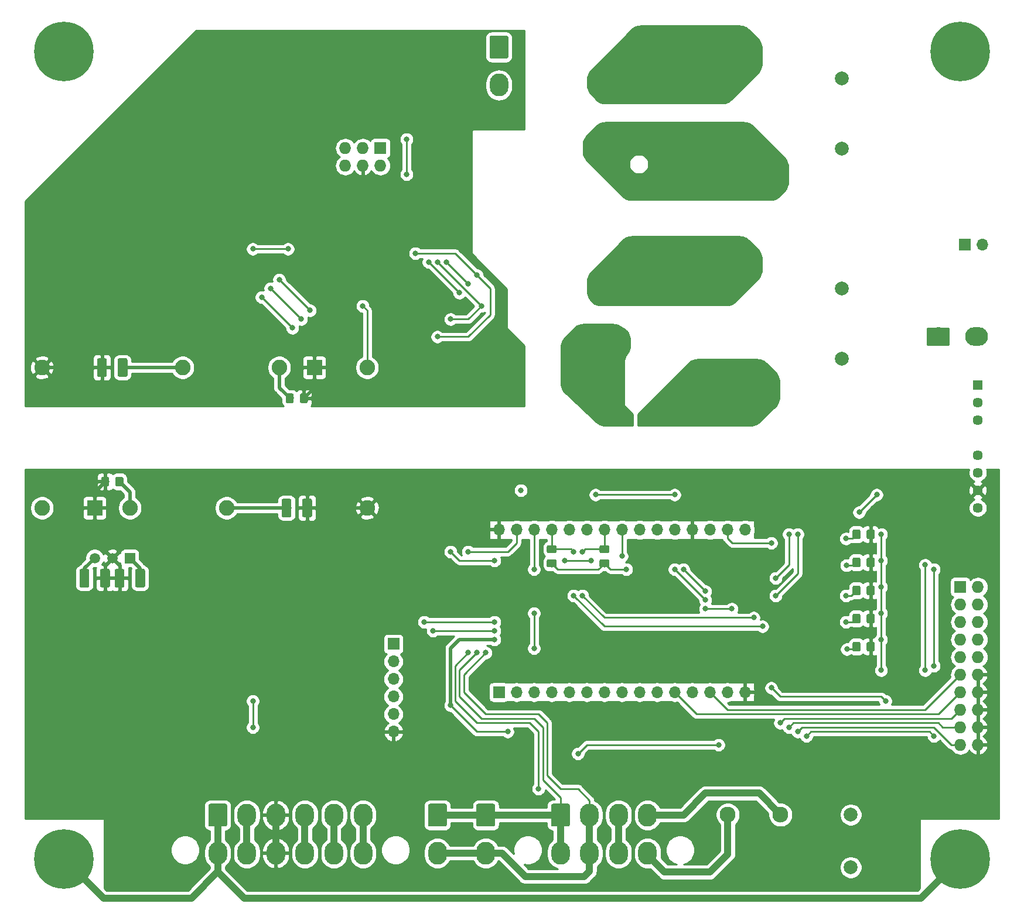
<source format=gbr>
G04 #@! TF.GenerationSoftware,KiCad,Pcbnew,(5.1.4)-1*
G04 #@! TF.CreationDate,2019-11-19T11:44:18-05:00*
G04 #@! TF.ProjectId,PacMan,5061634d-616e-42e6-9b69-6361645f7063,rev?*
G04 #@! TF.SameCoordinates,Original*
G04 #@! TF.FileFunction,Copper,L2,Bot*
G04 #@! TF.FilePolarity,Positive*
%FSLAX46Y46*%
G04 Gerber Fmt 4.6, Leading zero omitted, Abs format (unit mm)*
G04 Created by KiCad (PCBNEW (5.1.4)-1) date 2019-11-19 11:44:18*
%MOMM*%
%LPD*%
G04 APERTURE LIST*
%ADD10O,3.300000X2.700000*%
%ADD11C,0.100000*%
%ADD12C,2.700000*%
%ADD13O,1.700000X1.700000*%
%ADD14R,1.700000X1.700000*%
%ADD15C,1.425000*%
%ADD16O,2.700000X3.300000*%
%ADD17C,2.000000*%
%ADD18C,2.300000*%
%ADD19O,1.727200X1.727200*%
%ADD20R,1.727200X1.727200*%
%ADD21C,1.150000*%
%ADD22C,2.250000*%
%ADD23R,2.250000X2.250000*%
%ADD24C,4.000000*%
%ADD25C,1.450000*%
%ADD26R,1.450000X1.450000*%
%ADD27C,1.508000*%
%ADD28R,1.508000X1.508000*%
%ADD29C,3.500000*%
%ADD30C,8.600000*%
%ADD31C,0.800000*%
%ADD32C,0.250000*%
%ADD33C,0.500000*%
%ADD34C,1.000000*%
%ADD35C,0.254000*%
G04 APERTURE END LIST*
D10*
X158535000Y-86995000D03*
D11*
G36*
X154459503Y-85646204D02*
G01*
X154483772Y-85649804D01*
X154507570Y-85655765D01*
X154530670Y-85664030D01*
X154552849Y-85674520D01*
X154573892Y-85687133D01*
X154593598Y-85701748D01*
X154611776Y-85718224D01*
X154628252Y-85736402D01*
X154642867Y-85756108D01*
X154655480Y-85777151D01*
X154665970Y-85799330D01*
X154674235Y-85822430D01*
X154680196Y-85846228D01*
X154683796Y-85870497D01*
X154685000Y-85895001D01*
X154685000Y-88094999D01*
X154683796Y-88119503D01*
X154680196Y-88143772D01*
X154674235Y-88167570D01*
X154665970Y-88190670D01*
X154655480Y-88212849D01*
X154642867Y-88233892D01*
X154628252Y-88253598D01*
X154611776Y-88271776D01*
X154593598Y-88288252D01*
X154573892Y-88302867D01*
X154552849Y-88315480D01*
X154530670Y-88325970D01*
X154507570Y-88334235D01*
X154483772Y-88340196D01*
X154459503Y-88343796D01*
X154434999Y-88345000D01*
X151635001Y-88345000D01*
X151610497Y-88343796D01*
X151586228Y-88340196D01*
X151562430Y-88334235D01*
X151539330Y-88325970D01*
X151517151Y-88315480D01*
X151496108Y-88302867D01*
X151476402Y-88288252D01*
X151458224Y-88271776D01*
X151441748Y-88253598D01*
X151427133Y-88233892D01*
X151414520Y-88212849D01*
X151404030Y-88190670D01*
X151395765Y-88167570D01*
X151389804Y-88143772D01*
X151386204Y-88119503D01*
X151385000Y-88094999D01*
X151385000Y-85895001D01*
X151386204Y-85870497D01*
X151389804Y-85846228D01*
X151395765Y-85822430D01*
X151404030Y-85799330D01*
X151414520Y-85777151D01*
X151427133Y-85756108D01*
X151441748Y-85736402D01*
X151458224Y-85718224D01*
X151476402Y-85701748D01*
X151496108Y-85687133D01*
X151517151Y-85674520D01*
X151539330Y-85664030D01*
X151562430Y-85655765D01*
X151586228Y-85649804D01*
X151610497Y-85646204D01*
X151635001Y-85645000D01*
X154434999Y-85645000D01*
X154459503Y-85646204D01*
X154459503Y-85646204D01*
G37*
D12*
X153035000Y-86995000D03*
D13*
X104775000Y-114935000D03*
X102235000Y-114935000D03*
X125095000Y-114935000D03*
X109855000Y-114935000D03*
X99695000Y-114935000D03*
X117475000Y-114935000D03*
X107315000Y-114935000D03*
X122555000Y-114935000D03*
X89535000Y-114935000D03*
X112395000Y-114935000D03*
X94615000Y-114935000D03*
X114935000Y-114935000D03*
X92075000Y-114935000D03*
X97155000Y-114935000D03*
X120015000Y-114935000D03*
X97155000Y-138430000D03*
X109855000Y-138430000D03*
X102235000Y-138430000D03*
X107315000Y-138430000D03*
X104775000Y-138430000D03*
X114935000Y-138430000D03*
X117475000Y-138430000D03*
X125095000Y-138430000D03*
D14*
X89535000Y-138430000D03*
D13*
X99695000Y-138430000D03*
X92075000Y-138430000D03*
X120015000Y-138430000D03*
X122555000Y-138430000D03*
X112395000Y-138430000D03*
X94615000Y-138430000D03*
D11*
G36*
X32654504Y-90116204D02*
G01*
X32678773Y-90119804D01*
X32702571Y-90125765D01*
X32725671Y-90134030D01*
X32747849Y-90144520D01*
X32768893Y-90157133D01*
X32788598Y-90171747D01*
X32806777Y-90188223D01*
X32823253Y-90206402D01*
X32837867Y-90226107D01*
X32850480Y-90247151D01*
X32860970Y-90269329D01*
X32869235Y-90292429D01*
X32875196Y-90316227D01*
X32878796Y-90340496D01*
X32880000Y-90365000D01*
X32880000Y-92515000D01*
X32878796Y-92539504D01*
X32875196Y-92563773D01*
X32869235Y-92587571D01*
X32860970Y-92610671D01*
X32850480Y-92632849D01*
X32837867Y-92653893D01*
X32823253Y-92673598D01*
X32806777Y-92691777D01*
X32788598Y-92708253D01*
X32768893Y-92722867D01*
X32747849Y-92735480D01*
X32725671Y-92745970D01*
X32702571Y-92754235D01*
X32678773Y-92760196D01*
X32654504Y-92763796D01*
X32630000Y-92765000D01*
X31705000Y-92765000D01*
X31680496Y-92763796D01*
X31656227Y-92760196D01*
X31632429Y-92754235D01*
X31609329Y-92745970D01*
X31587151Y-92735480D01*
X31566107Y-92722867D01*
X31546402Y-92708253D01*
X31528223Y-92691777D01*
X31511747Y-92673598D01*
X31497133Y-92653893D01*
X31484520Y-92632849D01*
X31474030Y-92610671D01*
X31465765Y-92587571D01*
X31459804Y-92563773D01*
X31456204Y-92539504D01*
X31455000Y-92515000D01*
X31455000Y-90365000D01*
X31456204Y-90340496D01*
X31459804Y-90316227D01*
X31465765Y-90292429D01*
X31474030Y-90269329D01*
X31484520Y-90247151D01*
X31497133Y-90226107D01*
X31511747Y-90206402D01*
X31528223Y-90188223D01*
X31546402Y-90171747D01*
X31566107Y-90157133D01*
X31587151Y-90144520D01*
X31609329Y-90134030D01*
X31632429Y-90125765D01*
X31656227Y-90119804D01*
X31680496Y-90116204D01*
X31705000Y-90115000D01*
X32630000Y-90115000D01*
X32654504Y-90116204D01*
X32654504Y-90116204D01*
G37*
D15*
X32167500Y-91440000D03*
D11*
G36*
X35629504Y-90116204D02*
G01*
X35653773Y-90119804D01*
X35677571Y-90125765D01*
X35700671Y-90134030D01*
X35722849Y-90144520D01*
X35743893Y-90157133D01*
X35763598Y-90171747D01*
X35781777Y-90188223D01*
X35798253Y-90206402D01*
X35812867Y-90226107D01*
X35825480Y-90247151D01*
X35835970Y-90269329D01*
X35844235Y-90292429D01*
X35850196Y-90316227D01*
X35853796Y-90340496D01*
X35855000Y-90365000D01*
X35855000Y-92515000D01*
X35853796Y-92539504D01*
X35850196Y-92563773D01*
X35844235Y-92587571D01*
X35835970Y-92610671D01*
X35825480Y-92632849D01*
X35812867Y-92653893D01*
X35798253Y-92673598D01*
X35781777Y-92691777D01*
X35763598Y-92708253D01*
X35743893Y-92722867D01*
X35722849Y-92735480D01*
X35700671Y-92745970D01*
X35677571Y-92754235D01*
X35653773Y-92760196D01*
X35629504Y-92763796D01*
X35605000Y-92765000D01*
X34680000Y-92765000D01*
X34655496Y-92763796D01*
X34631227Y-92760196D01*
X34607429Y-92754235D01*
X34584329Y-92745970D01*
X34562151Y-92735480D01*
X34541107Y-92722867D01*
X34521402Y-92708253D01*
X34503223Y-92691777D01*
X34486747Y-92673598D01*
X34472133Y-92653893D01*
X34459520Y-92632849D01*
X34449030Y-92610671D01*
X34440765Y-92587571D01*
X34434804Y-92563773D01*
X34431204Y-92539504D01*
X34430000Y-92515000D01*
X34430000Y-90365000D01*
X34431204Y-90340496D01*
X34434804Y-90316227D01*
X34440765Y-90292429D01*
X34449030Y-90269329D01*
X34459520Y-90247151D01*
X34472133Y-90226107D01*
X34486747Y-90206402D01*
X34503223Y-90188223D01*
X34521402Y-90171747D01*
X34541107Y-90157133D01*
X34562151Y-90144520D01*
X34584329Y-90134030D01*
X34607429Y-90125765D01*
X34631227Y-90119804D01*
X34655496Y-90116204D01*
X34680000Y-90115000D01*
X35605000Y-90115000D01*
X35629504Y-90116204D01*
X35629504Y-90116204D01*
G37*
D15*
X35142500Y-91440000D03*
D11*
G36*
X33089504Y-120596204D02*
G01*
X33113773Y-120599804D01*
X33137571Y-120605765D01*
X33160671Y-120614030D01*
X33182849Y-120624520D01*
X33203893Y-120637133D01*
X33223598Y-120651747D01*
X33241777Y-120668223D01*
X33258253Y-120686402D01*
X33272867Y-120706107D01*
X33285480Y-120727151D01*
X33295970Y-120749329D01*
X33304235Y-120772429D01*
X33310196Y-120796227D01*
X33313796Y-120820496D01*
X33315000Y-120845000D01*
X33315000Y-122995000D01*
X33313796Y-123019504D01*
X33310196Y-123043773D01*
X33304235Y-123067571D01*
X33295970Y-123090671D01*
X33285480Y-123112849D01*
X33272867Y-123133893D01*
X33258253Y-123153598D01*
X33241777Y-123171777D01*
X33223598Y-123188253D01*
X33203893Y-123202867D01*
X33182849Y-123215480D01*
X33160671Y-123225970D01*
X33137571Y-123234235D01*
X33113773Y-123240196D01*
X33089504Y-123243796D01*
X33065000Y-123245000D01*
X32140000Y-123245000D01*
X32115496Y-123243796D01*
X32091227Y-123240196D01*
X32067429Y-123234235D01*
X32044329Y-123225970D01*
X32022151Y-123215480D01*
X32001107Y-123202867D01*
X31981402Y-123188253D01*
X31963223Y-123171777D01*
X31946747Y-123153598D01*
X31932133Y-123133893D01*
X31919520Y-123112849D01*
X31909030Y-123090671D01*
X31900765Y-123067571D01*
X31894804Y-123043773D01*
X31891204Y-123019504D01*
X31890000Y-122995000D01*
X31890000Y-120845000D01*
X31891204Y-120820496D01*
X31894804Y-120796227D01*
X31900765Y-120772429D01*
X31909030Y-120749329D01*
X31919520Y-120727151D01*
X31932133Y-120706107D01*
X31946747Y-120686402D01*
X31963223Y-120668223D01*
X31981402Y-120651747D01*
X32001107Y-120637133D01*
X32022151Y-120624520D01*
X32044329Y-120614030D01*
X32067429Y-120605765D01*
X32091227Y-120599804D01*
X32115496Y-120596204D01*
X32140000Y-120595000D01*
X33065000Y-120595000D01*
X33089504Y-120596204D01*
X33089504Y-120596204D01*
G37*
D15*
X32602500Y-121920000D03*
D11*
G36*
X30114504Y-120596204D02*
G01*
X30138773Y-120599804D01*
X30162571Y-120605765D01*
X30185671Y-120614030D01*
X30207849Y-120624520D01*
X30228893Y-120637133D01*
X30248598Y-120651747D01*
X30266777Y-120668223D01*
X30283253Y-120686402D01*
X30297867Y-120706107D01*
X30310480Y-120727151D01*
X30320970Y-120749329D01*
X30329235Y-120772429D01*
X30335196Y-120796227D01*
X30338796Y-120820496D01*
X30340000Y-120845000D01*
X30340000Y-122995000D01*
X30338796Y-123019504D01*
X30335196Y-123043773D01*
X30329235Y-123067571D01*
X30320970Y-123090671D01*
X30310480Y-123112849D01*
X30297867Y-123133893D01*
X30283253Y-123153598D01*
X30266777Y-123171777D01*
X30248598Y-123188253D01*
X30228893Y-123202867D01*
X30207849Y-123215480D01*
X30185671Y-123225970D01*
X30162571Y-123234235D01*
X30138773Y-123240196D01*
X30114504Y-123243796D01*
X30090000Y-123245000D01*
X29165000Y-123245000D01*
X29140496Y-123243796D01*
X29116227Y-123240196D01*
X29092429Y-123234235D01*
X29069329Y-123225970D01*
X29047151Y-123215480D01*
X29026107Y-123202867D01*
X29006402Y-123188253D01*
X28988223Y-123171777D01*
X28971747Y-123153598D01*
X28957133Y-123133893D01*
X28944520Y-123112849D01*
X28934030Y-123090671D01*
X28925765Y-123067571D01*
X28919804Y-123043773D01*
X28916204Y-123019504D01*
X28915000Y-122995000D01*
X28915000Y-120845000D01*
X28916204Y-120820496D01*
X28919804Y-120796227D01*
X28925765Y-120772429D01*
X28934030Y-120749329D01*
X28944520Y-120727151D01*
X28957133Y-120706107D01*
X28971747Y-120686402D01*
X28988223Y-120668223D01*
X29006402Y-120651747D01*
X29026107Y-120637133D01*
X29047151Y-120624520D01*
X29069329Y-120614030D01*
X29092429Y-120605765D01*
X29116227Y-120599804D01*
X29140496Y-120596204D01*
X29165000Y-120595000D01*
X30090000Y-120595000D01*
X30114504Y-120596204D01*
X30114504Y-120596204D01*
G37*
D15*
X29627500Y-121920000D03*
D11*
G36*
X35194504Y-120596204D02*
G01*
X35218773Y-120599804D01*
X35242571Y-120605765D01*
X35265671Y-120614030D01*
X35287849Y-120624520D01*
X35308893Y-120637133D01*
X35328598Y-120651747D01*
X35346777Y-120668223D01*
X35363253Y-120686402D01*
X35377867Y-120706107D01*
X35390480Y-120727151D01*
X35400970Y-120749329D01*
X35409235Y-120772429D01*
X35415196Y-120796227D01*
X35418796Y-120820496D01*
X35420000Y-120845000D01*
X35420000Y-122995000D01*
X35418796Y-123019504D01*
X35415196Y-123043773D01*
X35409235Y-123067571D01*
X35400970Y-123090671D01*
X35390480Y-123112849D01*
X35377867Y-123133893D01*
X35363253Y-123153598D01*
X35346777Y-123171777D01*
X35328598Y-123188253D01*
X35308893Y-123202867D01*
X35287849Y-123215480D01*
X35265671Y-123225970D01*
X35242571Y-123234235D01*
X35218773Y-123240196D01*
X35194504Y-123243796D01*
X35170000Y-123245000D01*
X34245000Y-123245000D01*
X34220496Y-123243796D01*
X34196227Y-123240196D01*
X34172429Y-123234235D01*
X34149329Y-123225970D01*
X34127151Y-123215480D01*
X34106107Y-123202867D01*
X34086402Y-123188253D01*
X34068223Y-123171777D01*
X34051747Y-123153598D01*
X34037133Y-123133893D01*
X34024520Y-123112849D01*
X34014030Y-123090671D01*
X34005765Y-123067571D01*
X33999804Y-123043773D01*
X33996204Y-123019504D01*
X33995000Y-122995000D01*
X33995000Y-120845000D01*
X33996204Y-120820496D01*
X33999804Y-120796227D01*
X34005765Y-120772429D01*
X34014030Y-120749329D01*
X34024520Y-120727151D01*
X34037133Y-120706107D01*
X34051747Y-120686402D01*
X34068223Y-120668223D01*
X34086402Y-120651747D01*
X34106107Y-120637133D01*
X34127151Y-120624520D01*
X34149329Y-120614030D01*
X34172429Y-120605765D01*
X34196227Y-120599804D01*
X34220496Y-120596204D01*
X34245000Y-120595000D01*
X35170000Y-120595000D01*
X35194504Y-120596204D01*
X35194504Y-120596204D01*
G37*
D15*
X34707500Y-121920000D03*
D11*
G36*
X38169504Y-120596204D02*
G01*
X38193773Y-120599804D01*
X38217571Y-120605765D01*
X38240671Y-120614030D01*
X38262849Y-120624520D01*
X38283893Y-120637133D01*
X38303598Y-120651747D01*
X38321777Y-120668223D01*
X38338253Y-120686402D01*
X38352867Y-120706107D01*
X38365480Y-120727151D01*
X38375970Y-120749329D01*
X38384235Y-120772429D01*
X38390196Y-120796227D01*
X38393796Y-120820496D01*
X38395000Y-120845000D01*
X38395000Y-122995000D01*
X38393796Y-123019504D01*
X38390196Y-123043773D01*
X38384235Y-123067571D01*
X38375970Y-123090671D01*
X38365480Y-123112849D01*
X38352867Y-123133893D01*
X38338253Y-123153598D01*
X38321777Y-123171777D01*
X38303598Y-123188253D01*
X38283893Y-123202867D01*
X38262849Y-123215480D01*
X38240671Y-123225970D01*
X38217571Y-123234235D01*
X38193773Y-123240196D01*
X38169504Y-123243796D01*
X38145000Y-123245000D01*
X37220000Y-123245000D01*
X37195496Y-123243796D01*
X37171227Y-123240196D01*
X37147429Y-123234235D01*
X37124329Y-123225970D01*
X37102151Y-123215480D01*
X37081107Y-123202867D01*
X37061402Y-123188253D01*
X37043223Y-123171777D01*
X37026747Y-123153598D01*
X37012133Y-123133893D01*
X36999520Y-123112849D01*
X36989030Y-123090671D01*
X36980765Y-123067571D01*
X36974804Y-123043773D01*
X36971204Y-123019504D01*
X36970000Y-122995000D01*
X36970000Y-120845000D01*
X36971204Y-120820496D01*
X36974804Y-120796227D01*
X36980765Y-120772429D01*
X36989030Y-120749329D01*
X36999520Y-120727151D01*
X37012133Y-120706107D01*
X37026747Y-120686402D01*
X37043223Y-120668223D01*
X37061402Y-120651747D01*
X37081107Y-120637133D01*
X37102151Y-120624520D01*
X37124329Y-120614030D01*
X37147429Y-120605765D01*
X37171227Y-120599804D01*
X37195496Y-120596204D01*
X37220000Y-120595000D01*
X38145000Y-120595000D01*
X38169504Y-120596204D01*
X38169504Y-120596204D01*
G37*
D15*
X37682500Y-121920000D03*
D11*
G36*
X62299504Y-110436204D02*
G01*
X62323773Y-110439804D01*
X62347571Y-110445765D01*
X62370671Y-110454030D01*
X62392849Y-110464520D01*
X62413893Y-110477133D01*
X62433598Y-110491747D01*
X62451777Y-110508223D01*
X62468253Y-110526402D01*
X62482867Y-110546107D01*
X62495480Y-110567151D01*
X62505970Y-110589329D01*
X62514235Y-110612429D01*
X62520196Y-110636227D01*
X62523796Y-110660496D01*
X62525000Y-110685000D01*
X62525000Y-112835000D01*
X62523796Y-112859504D01*
X62520196Y-112883773D01*
X62514235Y-112907571D01*
X62505970Y-112930671D01*
X62495480Y-112952849D01*
X62482867Y-112973893D01*
X62468253Y-112993598D01*
X62451777Y-113011777D01*
X62433598Y-113028253D01*
X62413893Y-113042867D01*
X62392849Y-113055480D01*
X62370671Y-113065970D01*
X62347571Y-113074235D01*
X62323773Y-113080196D01*
X62299504Y-113083796D01*
X62275000Y-113085000D01*
X61350000Y-113085000D01*
X61325496Y-113083796D01*
X61301227Y-113080196D01*
X61277429Y-113074235D01*
X61254329Y-113065970D01*
X61232151Y-113055480D01*
X61211107Y-113042867D01*
X61191402Y-113028253D01*
X61173223Y-113011777D01*
X61156747Y-112993598D01*
X61142133Y-112973893D01*
X61129520Y-112952849D01*
X61119030Y-112930671D01*
X61110765Y-112907571D01*
X61104804Y-112883773D01*
X61101204Y-112859504D01*
X61100000Y-112835000D01*
X61100000Y-110685000D01*
X61101204Y-110660496D01*
X61104804Y-110636227D01*
X61110765Y-110612429D01*
X61119030Y-110589329D01*
X61129520Y-110567151D01*
X61142133Y-110546107D01*
X61156747Y-110526402D01*
X61173223Y-110508223D01*
X61191402Y-110491747D01*
X61211107Y-110477133D01*
X61232151Y-110464520D01*
X61254329Y-110454030D01*
X61277429Y-110445765D01*
X61301227Y-110439804D01*
X61325496Y-110436204D01*
X61350000Y-110435000D01*
X62275000Y-110435000D01*
X62299504Y-110436204D01*
X62299504Y-110436204D01*
G37*
D15*
X61812500Y-111760000D03*
D11*
G36*
X59324504Y-110436204D02*
G01*
X59348773Y-110439804D01*
X59372571Y-110445765D01*
X59395671Y-110454030D01*
X59417849Y-110464520D01*
X59438893Y-110477133D01*
X59458598Y-110491747D01*
X59476777Y-110508223D01*
X59493253Y-110526402D01*
X59507867Y-110546107D01*
X59520480Y-110567151D01*
X59530970Y-110589329D01*
X59539235Y-110612429D01*
X59545196Y-110636227D01*
X59548796Y-110660496D01*
X59550000Y-110685000D01*
X59550000Y-112835000D01*
X59548796Y-112859504D01*
X59545196Y-112883773D01*
X59539235Y-112907571D01*
X59530970Y-112930671D01*
X59520480Y-112952849D01*
X59507867Y-112973893D01*
X59493253Y-112993598D01*
X59476777Y-113011777D01*
X59458598Y-113028253D01*
X59438893Y-113042867D01*
X59417849Y-113055480D01*
X59395671Y-113065970D01*
X59372571Y-113074235D01*
X59348773Y-113080196D01*
X59324504Y-113083796D01*
X59300000Y-113085000D01*
X58375000Y-113085000D01*
X58350496Y-113083796D01*
X58326227Y-113080196D01*
X58302429Y-113074235D01*
X58279329Y-113065970D01*
X58257151Y-113055480D01*
X58236107Y-113042867D01*
X58216402Y-113028253D01*
X58198223Y-113011777D01*
X58181747Y-112993598D01*
X58167133Y-112973893D01*
X58154520Y-112952849D01*
X58144030Y-112930671D01*
X58135765Y-112907571D01*
X58129804Y-112883773D01*
X58126204Y-112859504D01*
X58125000Y-112835000D01*
X58125000Y-110685000D01*
X58126204Y-110660496D01*
X58129804Y-110636227D01*
X58135765Y-110612429D01*
X58144030Y-110589329D01*
X58154520Y-110567151D01*
X58167133Y-110546107D01*
X58181747Y-110526402D01*
X58198223Y-110508223D01*
X58216402Y-110491747D01*
X58236107Y-110477133D01*
X58257151Y-110464520D01*
X58279329Y-110454030D01*
X58302429Y-110445765D01*
X58326227Y-110439804D01*
X58350496Y-110436204D01*
X58375000Y-110435000D01*
X59300000Y-110435000D01*
X59324504Y-110436204D01*
X59324504Y-110436204D01*
G37*
D15*
X58837500Y-111760000D03*
D16*
X87630000Y-161710000D03*
D11*
G36*
X88754503Y-154561204D02*
G01*
X88778772Y-154564804D01*
X88802570Y-154570765D01*
X88825670Y-154579030D01*
X88847849Y-154589520D01*
X88868892Y-154602133D01*
X88888598Y-154616748D01*
X88906776Y-154633224D01*
X88923252Y-154651402D01*
X88937867Y-154671108D01*
X88950480Y-154692151D01*
X88960970Y-154714330D01*
X88969235Y-154737430D01*
X88975196Y-154761228D01*
X88978796Y-154785497D01*
X88980000Y-154810001D01*
X88980000Y-157609999D01*
X88978796Y-157634503D01*
X88975196Y-157658772D01*
X88969235Y-157682570D01*
X88960970Y-157705670D01*
X88950480Y-157727849D01*
X88937867Y-157748892D01*
X88923252Y-157768598D01*
X88906776Y-157786776D01*
X88888598Y-157803252D01*
X88868892Y-157817867D01*
X88847849Y-157830480D01*
X88825670Y-157840970D01*
X88802570Y-157849235D01*
X88778772Y-157855196D01*
X88754503Y-157858796D01*
X88729999Y-157860000D01*
X86530001Y-157860000D01*
X86505497Y-157858796D01*
X86481228Y-157855196D01*
X86457430Y-157849235D01*
X86434330Y-157840970D01*
X86412151Y-157830480D01*
X86391108Y-157817867D01*
X86371402Y-157803252D01*
X86353224Y-157786776D01*
X86336748Y-157768598D01*
X86322133Y-157748892D01*
X86309520Y-157727849D01*
X86299030Y-157705670D01*
X86290765Y-157682570D01*
X86284804Y-157658772D01*
X86281204Y-157634503D01*
X86280000Y-157609999D01*
X86280000Y-154810001D01*
X86281204Y-154785497D01*
X86284804Y-154761228D01*
X86290765Y-154737430D01*
X86299030Y-154714330D01*
X86309520Y-154692151D01*
X86322133Y-154671108D01*
X86336748Y-154651402D01*
X86353224Y-154633224D01*
X86371402Y-154616748D01*
X86391108Y-154602133D01*
X86412151Y-154589520D01*
X86434330Y-154579030D01*
X86457430Y-154570765D01*
X86481228Y-154564804D01*
X86505497Y-154561204D01*
X86530001Y-154560000D01*
X88729999Y-154560000D01*
X88754503Y-154561204D01*
X88754503Y-154561204D01*
G37*
D12*
X87630000Y-156210000D03*
D16*
X80645000Y-161710000D03*
D11*
G36*
X81769503Y-154561204D02*
G01*
X81793772Y-154564804D01*
X81817570Y-154570765D01*
X81840670Y-154579030D01*
X81862849Y-154589520D01*
X81883892Y-154602133D01*
X81903598Y-154616748D01*
X81921776Y-154633224D01*
X81938252Y-154651402D01*
X81952867Y-154671108D01*
X81965480Y-154692151D01*
X81975970Y-154714330D01*
X81984235Y-154737430D01*
X81990196Y-154761228D01*
X81993796Y-154785497D01*
X81995000Y-154810001D01*
X81995000Y-157609999D01*
X81993796Y-157634503D01*
X81990196Y-157658772D01*
X81984235Y-157682570D01*
X81975970Y-157705670D01*
X81965480Y-157727849D01*
X81952867Y-157748892D01*
X81938252Y-157768598D01*
X81921776Y-157786776D01*
X81903598Y-157803252D01*
X81883892Y-157817867D01*
X81862849Y-157830480D01*
X81840670Y-157840970D01*
X81817570Y-157849235D01*
X81793772Y-157855196D01*
X81769503Y-157858796D01*
X81744999Y-157860000D01*
X79545001Y-157860000D01*
X79520497Y-157858796D01*
X79496228Y-157855196D01*
X79472430Y-157849235D01*
X79449330Y-157840970D01*
X79427151Y-157830480D01*
X79406108Y-157817867D01*
X79386402Y-157803252D01*
X79368224Y-157786776D01*
X79351748Y-157768598D01*
X79337133Y-157748892D01*
X79324520Y-157727849D01*
X79314030Y-157705670D01*
X79305765Y-157682570D01*
X79299804Y-157658772D01*
X79296204Y-157634503D01*
X79295000Y-157609999D01*
X79295000Y-154810001D01*
X79296204Y-154785497D01*
X79299804Y-154761228D01*
X79305765Y-154737430D01*
X79314030Y-154714330D01*
X79324520Y-154692151D01*
X79337133Y-154671108D01*
X79351748Y-154651402D01*
X79368224Y-154633224D01*
X79386402Y-154616748D01*
X79406108Y-154602133D01*
X79427151Y-154589520D01*
X79449330Y-154579030D01*
X79472430Y-154570765D01*
X79496228Y-154564804D01*
X79520497Y-154561204D01*
X79545001Y-154560000D01*
X81744999Y-154560000D01*
X81769503Y-154561204D01*
X81769503Y-154561204D01*
G37*
D12*
X80645000Y-156210000D03*
D16*
X69895000Y-161710000D03*
X65695000Y-161710000D03*
X61495000Y-161710000D03*
X57295000Y-161710000D03*
X53095000Y-161710000D03*
X48895000Y-161710000D03*
X69895000Y-156210000D03*
X65695000Y-156210000D03*
X61495000Y-156210000D03*
X57295000Y-156210000D03*
X53095000Y-156210000D03*
D11*
G36*
X50019503Y-154561204D02*
G01*
X50043772Y-154564804D01*
X50067570Y-154570765D01*
X50090670Y-154579030D01*
X50112849Y-154589520D01*
X50133892Y-154602133D01*
X50153598Y-154616748D01*
X50171776Y-154633224D01*
X50188252Y-154651402D01*
X50202867Y-154671108D01*
X50215480Y-154692151D01*
X50225970Y-154714330D01*
X50234235Y-154737430D01*
X50240196Y-154761228D01*
X50243796Y-154785497D01*
X50245000Y-154810001D01*
X50245000Y-157609999D01*
X50243796Y-157634503D01*
X50240196Y-157658772D01*
X50234235Y-157682570D01*
X50225970Y-157705670D01*
X50215480Y-157727849D01*
X50202867Y-157748892D01*
X50188252Y-157768598D01*
X50171776Y-157786776D01*
X50153598Y-157803252D01*
X50133892Y-157817867D01*
X50112849Y-157830480D01*
X50090670Y-157840970D01*
X50067570Y-157849235D01*
X50043772Y-157855196D01*
X50019503Y-157858796D01*
X49994999Y-157860000D01*
X47795001Y-157860000D01*
X47770497Y-157858796D01*
X47746228Y-157855196D01*
X47722430Y-157849235D01*
X47699330Y-157840970D01*
X47677151Y-157830480D01*
X47656108Y-157817867D01*
X47636402Y-157803252D01*
X47618224Y-157786776D01*
X47601748Y-157768598D01*
X47587133Y-157748892D01*
X47574520Y-157727849D01*
X47564030Y-157705670D01*
X47555765Y-157682570D01*
X47549804Y-157658772D01*
X47546204Y-157634503D01*
X47545000Y-157609999D01*
X47545000Y-154810001D01*
X47546204Y-154785497D01*
X47549804Y-154761228D01*
X47555765Y-154737430D01*
X47564030Y-154714330D01*
X47574520Y-154692151D01*
X47587133Y-154671108D01*
X47601748Y-154651402D01*
X47618224Y-154633224D01*
X47636402Y-154616748D01*
X47656108Y-154602133D01*
X47677151Y-154589520D01*
X47699330Y-154579030D01*
X47722430Y-154570765D01*
X47746228Y-154564804D01*
X47770497Y-154561204D01*
X47795001Y-154560000D01*
X49994999Y-154560000D01*
X50019503Y-154561204D01*
X50019503Y-154561204D01*
G37*
D12*
X48895000Y-156210000D03*
D16*
X111025000Y-161710000D03*
X106825000Y-161710000D03*
X102625000Y-161710000D03*
X98425000Y-161710000D03*
X111025000Y-156210000D03*
X106825000Y-156210000D03*
X102625000Y-156210000D03*
D11*
G36*
X99549503Y-154561204D02*
G01*
X99573772Y-154564804D01*
X99597570Y-154570765D01*
X99620670Y-154579030D01*
X99642849Y-154589520D01*
X99663892Y-154602133D01*
X99683598Y-154616748D01*
X99701776Y-154633224D01*
X99718252Y-154651402D01*
X99732867Y-154671108D01*
X99745480Y-154692151D01*
X99755970Y-154714330D01*
X99764235Y-154737430D01*
X99770196Y-154761228D01*
X99773796Y-154785497D01*
X99775000Y-154810001D01*
X99775000Y-157609999D01*
X99773796Y-157634503D01*
X99770196Y-157658772D01*
X99764235Y-157682570D01*
X99755970Y-157705670D01*
X99745480Y-157727849D01*
X99732867Y-157748892D01*
X99718252Y-157768598D01*
X99701776Y-157786776D01*
X99683598Y-157803252D01*
X99663892Y-157817867D01*
X99642849Y-157830480D01*
X99620670Y-157840970D01*
X99597570Y-157849235D01*
X99573772Y-157855196D01*
X99549503Y-157858796D01*
X99524999Y-157860000D01*
X97325001Y-157860000D01*
X97300497Y-157858796D01*
X97276228Y-157855196D01*
X97252430Y-157849235D01*
X97229330Y-157840970D01*
X97207151Y-157830480D01*
X97186108Y-157817867D01*
X97166402Y-157803252D01*
X97148224Y-157786776D01*
X97131748Y-157768598D01*
X97117133Y-157748892D01*
X97104520Y-157727849D01*
X97094030Y-157705670D01*
X97085765Y-157682570D01*
X97079804Y-157658772D01*
X97076204Y-157634503D01*
X97075000Y-157609999D01*
X97075000Y-154810001D01*
X97076204Y-154785497D01*
X97079804Y-154761228D01*
X97085765Y-154737430D01*
X97094030Y-154714330D01*
X97104520Y-154692151D01*
X97117133Y-154671108D01*
X97131748Y-154651402D01*
X97148224Y-154633224D01*
X97166402Y-154616748D01*
X97186108Y-154602133D01*
X97207151Y-154589520D01*
X97229330Y-154579030D01*
X97252430Y-154570765D01*
X97276228Y-154564804D01*
X97300497Y-154561204D01*
X97325001Y-154560000D01*
X99524999Y-154560000D01*
X99549503Y-154561204D01*
X99549503Y-154561204D01*
G37*
D12*
X98425000Y-156210000D03*
D16*
X89535000Y-50585000D03*
D11*
G36*
X90659503Y-43436204D02*
G01*
X90683772Y-43439804D01*
X90707570Y-43445765D01*
X90730670Y-43454030D01*
X90752849Y-43464520D01*
X90773892Y-43477133D01*
X90793598Y-43491748D01*
X90811776Y-43508224D01*
X90828252Y-43526402D01*
X90842867Y-43546108D01*
X90855480Y-43567151D01*
X90865970Y-43589330D01*
X90874235Y-43612430D01*
X90880196Y-43636228D01*
X90883796Y-43660497D01*
X90885000Y-43685001D01*
X90885000Y-46484999D01*
X90883796Y-46509503D01*
X90880196Y-46533772D01*
X90874235Y-46557570D01*
X90865970Y-46580670D01*
X90855480Y-46602849D01*
X90842867Y-46623892D01*
X90828252Y-46643598D01*
X90811776Y-46661776D01*
X90793598Y-46678252D01*
X90773892Y-46692867D01*
X90752849Y-46705480D01*
X90730670Y-46715970D01*
X90707570Y-46724235D01*
X90683772Y-46730196D01*
X90659503Y-46733796D01*
X90634999Y-46735000D01*
X88435001Y-46735000D01*
X88410497Y-46733796D01*
X88386228Y-46730196D01*
X88362430Y-46724235D01*
X88339330Y-46715970D01*
X88317151Y-46705480D01*
X88296108Y-46692867D01*
X88276402Y-46678252D01*
X88258224Y-46661776D01*
X88241748Y-46643598D01*
X88227133Y-46623892D01*
X88214520Y-46602849D01*
X88204030Y-46580670D01*
X88195765Y-46557570D01*
X88189804Y-46533772D01*
X88186204Y-46509503D01*
X88185000Y-46484999D01*
X88185000Y-43685001D01*
X88186204Y-43660497D01*
X88189804Y-43636228D01*
X88195765Y-43612430D01*
X88204030Y-43589330D01*
X88214520Y-43567151D01*
X88227133Y-43546108D01*
X88241748Y-43526402D01*
X88258224Y-43508224D01*
X88276402Y-43491748D01*
X88296108Y-43477133D01*
X88317151Y-43464520D01*
X88339330Y-43454030D01*
X88362430Y-43445765D01*
X88386228Y-43439804D01*
X88410497Y-43436204D01*
X88435001Y-43435000D01*
X90634999Y-43435000D01*
X90659503Y-43436204D01*
X90659503Y-43436204D01*
G37*
D12*
X89535000Y-45085000D03*
D17*
X140398500Y-163766500D03*
D18*
X122618500Y-156146500D03*
X130238500Y-156146500D03*
D17*
X140398500Y-156146500D03*
D19*
X158750000Y-146050000D03*
X156210000Y-146050000D03*
X158750000Y-143510000D03*
X156210000Y-143510000D03*
X158750000Y-140970000D03*
X156210000Y-140970000D03*
X158750000Y-138430000D03*
X156210000Y-138430000D03*
X158750000Y-135890000D03*
X156210000Y-135890000D03*
X158750000Y-133350000D03*
X156210000Y-133350000D03*
X158750000Y-130810000D03*
X156210000Y-130810000D03*
X158750000Y-128270000D03*
X156210000Y-128270000D03*
X158750000Y-125730000D03*
X156210000Y-125730000D03*
X158750000Y-123190000D03*
D20*
X156210000Y-123190000D03*
D11*
G36*
X105249505Y-117146204D02*
G01*
X105273773Y-117149804D01*
X105297572Y-117155765D01*
X105320671Y-117164030D01*
X105342850Y-117174520D01*
X105363893Y-117187132D01*
X105383599Y-117201747D01*
X105401777Y-117218223D01*
X105418253Y-117236401D01*
X105432868Y-117256107D01*
X105445480Y-117277150D01*
X105455970Y-117299329D01*
X105464235Y-117322428D01*
X105470196Y-117346227D01*
X105473796Y-117370495D01*
X105475000Y-117394999D01*
X105475000Y-118045001D01*
X105473796Y-118069505D01*
X105470196Y-118093773D01*
X105464235Y-118117572D01*
X105455970Y-118140671D01*
X105445480Y-118162850D01*
X105432868Y-118183893D01*
X105418253Y-118203599D01*
X105401777Y-118221777D01*
X105383599Y-118238253D01*
X105363893Y-118252868D01*
X105342850Y-118265480D01*
X105320671Y-118275970D01*
X105297572Y-118284235D01*
X105273773Y-118290196D01*
X105249505Y-118293796D01*
X105225001Y-118295000D01*
X104324999Y-118295000D01*
X104300495Y-118293796D01*
X104276227Y-118290196D01*
X104252428Y-118284235D01*
X104229329Y-118275970D01*
X104207150Y-118265480D01*
X104186107Y-118252868D01*
X104166401Y-118238253D01*
X104148223Y-118221777D01*
X104131747Y-118203599D01*
X104117132Y-118183893D01*
X104104520Y-118162850D01*
X104094030Y-118140671D01*
X104085765Y-118117572D01*
X104079804Y-118093773D01*
X104076204Y-118069505D01*
X104075000Y-118045001D01*
X104075000Y-117394999D01*
X104076204Y-117370495D01*
X104079804Y-117346227D01*
X104085765Y-117322428D01*
X104094030Y-117299329D01*
X104104520Y-117277150D01*
X104117132Y-117256107D01*
X104131747Y-117236401D01*
X104148223Y-117218223D01*
X104166401Y-117201747D01*
X104186107Y-117187132D01*
X104207150Y-117174520D01*
X104229329Y-117164030D01*
X104252428Y-117155765D01*
X104276227Y-117149804D01*
X104300495Y-117146204D01*
X104324999Y-117145000D01*
X105225001Y-117145000D01*
X105249505Y-117146204D01*
X105249505Y-117146204D01*
G37*
D21*
X104775000Y-117720000D03*
D11*
G36*
X105249505Y-119196204D02*
G01*
X105273773Y-119199804D01*
X105297572Y-119205765D01*
X105320671Y-119214030D01*
X105342850Y-119224520D01*
X105363893Y-119237132D01*
X105383599Y-119251747D01*
X105401777Y-119268223D01*
X105418253Y-119286401D01*
X105432868Y-119306107D01*
X105445480Y-119327150D01*
X105455970Y-119349329D01*
X105464235Y-119372428D01*
X105470196Y-119396227D01*
X105473796Y-119420495D01*
X105475000Y-119444999D01*
X105475000Y-120095001D01*
X105473796Y-120119505D01*
X105470196Y-120143773D01*
X105464235Y-120167572D01*
X105455970Y-120190671D01*
X105445480Y-120212850D01*
X105432868Y-120233893D01*
X105418253Y-120253599D01*
X105401777Y-120271777D01*
X105383599Y-120288253D01*
X105363893Y-120302868D01*
X105342850Y-120315480D01*
X105320671Y-120325970D01*
X105297572Y-120334235D01*
X105273773Y-120340196D01*
X105249505Y-120343796D01*
X105225001Y-120345000D01*
X104324999Y-120345000D01*
X104300495Y-120343796D01*
X104276227Y-120340196D01*
X104252428Y-120334235D01*
X104229329Y-120325970D01*
X104207150Y-120315480D01*
X104186107Y-120302868D01*
X104166401Y-120288253D01*
X104148223Y-120271777D01*
X104131747Y-120253599D01*
X104117132Y-120233893D01*
X104104520Y-120212850D01*
X104094030Y-120190671D01*
X104085765Y-120167572D01*
X104079804Y-120143773D01*
X104076204Y-120119505D01*
X104075000Y-120095001D01*
X104075000Y-119444999D01*
X104076204Y-119420495D01*
X104079804Y-119396227D01*
X104085765Y-119372428D01*
X104094030Y-119349329D01*
X104104520Y-119327150D01*
X104117132Y-119306107D01*
X104131747Y-119286401D01*
X104148223Y-119268223D01*
X104166401Y-119251747D01*
X104186107Y-119237132D01*
X104207150Y-119224520D01*
X104229329Y-119214030D01*
X104252428Y-119205765D01*
X104276227Y-119199804D01*
X104300495Y-119196204D01*
X104324999Y-119195000D01*
X105225001Y-119195000D01*
X105249505Y-119196204D01*
X105249505Y-119196204D01*
G37*
D21*
X104775000Y-119770000D03*
D11*
G36*
X97629505Y-119196204D02*
G01*
X97653773Y-119199804D01*
X97677572Y-119205765D01*
X97700671Y-119214030D01*
X97722850Y-119224520D01*
X97743893Y-119237132D01*
X97763599Y-119251747D01*
X97781777Y-119268223D01*
X97798253Y-119286401D01*
X97812868Y-119306107D01*
X97825480Y-119327150D01*
X97835970Y-119349329D01*
X97844235Y-119372428D01*
X97850196Y-119396227D01*
X97853796Y-119420495D01*
X97855000Y-119444999D01*
X97855000Y-120095001D01*
X97853796Y-120119505D01*
X97850196Y-120143773D01*
X97844235Y-120167572D01*
X97835970Y-120190671D01*
X97825480Y-120212850D01*
X97812868Y-120233893D01*
X97798253Y-120253599D01*
X97781777Y-120271777D01*
X97763599Y-120288253D01*
X97743893Y-120302868D01*
X97722850Y-120315480D01*
X97700671Y-120325970D01*
X97677572Y-120334235D01*
X97653773Y-120340196D01*
X97629505Y-120343796D01*
X97605001Y-120345000D01*
X96704999Y-120345000D01*
X96680495Y-120343796D01*
X96656227Y-120340196D01*
X96632428Y-120334235D01*
X96609329Y-120325970D01*
X96587150Y-120315480D01*
X96566107Y-120302868D01*
X96546401Y-120288253D01*
X96528223Y-120271777D01*
X96511747Y-120253599D01*
X96497132Y-120233893D01*
X96484520Y-120212850D01*
X96474030Y-120190671D01*
X96465765Y-120167572D01*
X96459804Y-120143773D01*
X96456204Y-120119505D01*
X96455000Y-120095001D01*
X96455000Y-119444999D01*
X96456204Y-119420495D01*
X96459804Y-119396227D01*
X96465765Y-119372428D01*
X96474030Y-119349329D01*
X96484520Y-119327150D01*
X96497132Y-119306107D01*
X96511747Y-119286401D01*
X96528223Y-119268223D01*
X96546401Y-119251747D01*
X96566107Y-119237132D01*
X96587150Y-119224520D01*
X96609329Y-119214030D01*
X96632428Y-119205765D01*
X96656227Y-119199804D01*
X96680495Y-119196204D01*
X96704999Y-119195000D01*
X97605001Y-119195000D01*
X97629505Y-119196204D01*
X97629505Y-119196204D01*
G37*
D21*
X97155000Y-119770000D03*
D11*
G36*
X97629505Y-117146204D02*
G01*
X97653773Y-117149804D01*
X97677572Y-117155765D01*
X97700671Y-117164030D01*
X97722850Y-117174520D01*
X97743893Y-117187132D01*
X97763599Y-117201747D01*
X97781777Y-117218223D01*
X97798253Y-117236401D01*
X97812868Y-117256107D01*
X97825480Y-117277150D01*
X97835970Y-117299329D01*
X97844235Y-117322428D01*
X97850196Y-117346227D01*
X97853796Y-117370495D01*
X97855000Y-117394999D01*
X97855000Y-118045001D01*
X97853796Y-118069505D01*
X97850196Y-118093773D01*
X97844235Y-118117572D01*
X97835970Y-118140671D01*
X97825480Y-118162850D01*
X97812868Y-118183893D01*
X97798253Y-118203599D01*
X97781777Y-118221777D01*
X97763599Y-118238253D01*
X97743893Y-118252868D01*
X97722850Y-118265480D01*
X97700671Y-118275970D01*
X97677572Y-118284235D01*
X97653773Y-118290196D01*
X97629505Y-118293796D01*
X97605001Y-118295000D01*
X96704999Y-118295000D01*
X96680495Y-118293796D01*
X96656227Y-118290196D01*
X96632428Y-118284235D01*
X96609329Y-118275970D01*
X96587150Y-118265480D01*
X96566107Y-118252868D01*
X96546401Y-118238253D01*
X96528223Y-118221777D01*
X96511747Y-118203599D01*
X96497132Y-118183893D01*
X96484520Y-118162850D01*
X96474030Y-118140671D01*
X96465765Y-118117572D01*
X96459804Y-118093773D01*
X96456204Y-118069505D01*
X96455000Y-118045001D01*
X96455000Y-117394999D01*
X96456204Y-117370495D01*
X96459804Y-117346227D01*
X96465765Y-117322428D01*
X96474030Y-117299329D01*
X96484520Y-117277150D01*
X96497132Y-117256107D01*
X96511747Y-117236401D01*
X96528223Y-117218223D01*
X96546401Y-117201747D01*
X96566107Y-117187132D01*
X96587150Y-117174520D01*
X96609329Y-117164030D01*
X96632428Y-117155765D01*
X96656227Y-117149804D01*
X96680495Y-117146204D01*
X96704999Y-117145000D01*
X97605001Y-117145000D01*
X97629505Y-117146204D01*
X97629505Y-117146204D01*
G37*
D21*
X97155000Y-117720000D03*
D22*
X70485000Y-91440000D03*
X70485000Y-111760000D03*
X50165000Y-111760000D03*
X57785000Y-91440000D03*
D23*
X62865000Y-91440000D03*
D22*
X23495000Y-111760000D03*
X23495000Y-91440000D03*
X43815000Y-91440000D03*
X36195000Y-111760000D03*
D23*
X31115000Y-111760000D03*
D17*
X139065000Y-49650000D03*
X139065000Y-59810000D03*
D24*
X126365000Y-63620000D03*
X123825000Y-45840000D03*
D17*
X139065000Y-80010000D03*
X139065000Y-90170000D03*
D24*
X126365000Y-93980000D03*
X123825000Y-76200000D03*
D25*
X158750000Y-111760000D03*
X158750000Y-109220000D03*
X158750000Y-106680000D03*
X158750000Y-104140000D03*
X158750000Y-99060000D03*
X158750000Y-96520000D03*
D26*
X158750000Y-93980000D03*
D27*
X31115000Y-119025000D03*
X33655000Y-119025000D03*
D28*
X36195000Y-119025000D03*
D29*
X105410000Y-87780000D03*
X105410000Y-79860000D03*
X105410000Y-58570000D03*
X105410000Y-50650000D03*
D11*
G36*
X141564505Y-114871204D02*
G01*
X141588773Y-114874804D01*
X141612572Y-114880765D01*
X141635671Y-114889030D01*
X141657850Y-114899520D01*
X141678893Y-114912132D01*
X141698599Y-114926747D01*
X141716777Y-114943223D01*
X141733253Y-114961401D01*
X141747868Y-114981107D01*
X141760480Y-115002150D01*
X141770970Y-115024329D01*
X141779235Y-115047428D01*
X141785196Y-115071227D01*
X141788796Y-115095495D01*
X141790000Y-115119999D01*
X141790000Y-116020001D01*
X141788796Y-116044505D01*
X141785196Y-116068773D01*
X141779235Y-116092572D01*
X141770970Y-116115671D01*
X141760480Y-116137850D01*
X141747868Y-116158893D01*
X141733253Y-116178599D01*
X141716777Y-116196777D01*
X141698599Y-116213253D01*
X141678893Y-116227868D01*
X141657850Y-116240480D01*
X141635671Y-116250970D01*
X141612572Y-116259235D01*
X141588773Y-116265196D01*
X141564505Y-116268796D01*
X141540001Y-116270000D01*
X140889999Y-116270000D01*
X140865495Y-116268796D01*
X140841227Y-116265196D01*
X140817428Y-116259235D01*
X140794329Y-116250970D01*
X140772150Y-116240480D01*
X140751107Y-116227868D01*
X140731401Y-116213253D01*
X140713223Y-116196777D01*
X140696747Y-116178599D01*
X140682132Y-116158893D01*
X140669520Y-116137850D01*
X140659030Y-116115671D01*
X140650765Y-116092572D01*
X140644804Y-116068773D01*
X140641204Y-116044505D01*
X140640000Y-116020001D01*
X140640000Y-115119999D01*
X140641204Y-115095495D01*
X140644804Y-115071227D01*
X140650765Y-115047428D01*
X140659030Y-115024329D01*
X140669520Y-115002150D01*
X140682132Y-114981107D01*
X140696747Y-114961401D01*
X140713223Y-114943223D01*
X140731401Y-114926747D01*
X140751107Y-114912132D01*
X140772150Y-114899520D01*
X140794329Y-114889030D01*
X140817428Y-114880765D01*
X140841227Y-114874804D01*
X140865495Y-114871204D01*
X140889999Y-114870000D01*
X141540001Y-114870000D01*
X141564505Y-114871204D01*
X141564505Y-114871204D01*
G37*
D21*
X141215000Y-115570000D03*
D11*
G36*
X143614505Y-114871204D02*
G01*
X143638773Y-114874804D01*
X143662572Y-114880765D01*
X143685671Y-114889030D01*
X143707850Y-114899520D01*
X143728893Y-114912132D01*
X143748599Y-114926747D01*
X143766777Y-114943223D01*
X143783253Y-114961401D01*
X143797868Y-114981107D01*
X143810480Y-115002150D01*
X143820970Y-115024329D01*
X143829235Y-115047428D01*
X143835196Y-115071227D01*
X143838796Y-115095495D01*
X143840000Y-115119999D01*
X143840000Y-116020001D01*
X143838796Y-116044505D01*
X143835196Y-116068773D01*
X143829235Y-116092572D01*
X143820970Y-116115671D01*
X143810480Y-116137850D01*
X143797868Y-116158893D01*
X143783253Y-116178599D01*
X143766777Y-116196777D01*
X143748599Y-116213253D01*
X143728893Y-116227868D01*
X143707850Y-116240480D01*
X143685671Y-116250970D01*
X143662572Y-116259235D01*
X143638773Y-116265196D01*
X143614505Y-116268796D01*
X143590001Y-116270000D01*
X142939999Y-116270000D01*
X142915495Y-116268796D01*
X142891227Y-116265196D01*
X142867428Y-116259235D01*
X142844329Y-116250970D01*
X142822150Y-116240480D01*
X142801107Y-116227868D01*
X142781401Y-116213253D01*
X142763223Y-116196777D01*
X142746747Y-116178599D01*
X142732132Y-116158893D01*
X142719520Y-116137850D01*
X142709030Y-116115671D01*
X142700765Y-116092572D01*
X142694804Y-116068773D01*
X142691204Y-116044505D01*
X142690000Y-116020001D01*
X142690000Y-115119999D01*
X142691204Y-115095495D01*
X142694804Y-115071227D01*
X142700765Y-115047428D01*
X142709030Y-115024329D01*
X142719520Y-115002150D01*
X142732132Y-114981107D01*
X142746747Y-114961401D01*
X142763223Y-114943223D01*
X142781401Y-114926747D01*
X142801107Y-114912132D01*
X142822150Y-114899520D01*
X142844329Y-114889030D01*
X142867428Y-114880765D01*
X142891227Y-114874804D01*
X142915495Y-114871204D01*
X142939999Y-114870000D01*
X143590001Y-114870000D01*
X143614505Y-114871204D01*
X143614505Y-114871204D01*
G37*
D21*
X143265000Y-115570000D03*
D11*
G36*
X143614505Y-118935204D02*
G01*
X143638773Y-118938804D01*
X143662572Y-118944765D01*
X143685671Y-118953030D01*
X143707850Y-118963520D01*
X143728893Y-118976132D01*
X143748599Y-118990747D01*
X143766777Y-119007223D01*
X143783253Y-119025401D01*
X143797868Y-119045107D01*
X143810480Y-119066150D01*
X143820970Y-119088329D01*
X143829235Y-119111428D01*
X143835196Y-119135227D01*
X143838796Y-119159495D01*
X143840000Y-119183999D01*
X143840000Y-120084001D01*
X143838796Y-120108505D01*
X143835196Y-120132773D01*
X143829235Y-120156572D01*
X143820970Y-120179671D01*
X143810480Y-120201850D01*
X143797868Y-120222893D01*
X143783253Y-120242599D01*
X143766777Y-120260777D01*
X143748599Y-120277253D01*
X143728893Y-120291868D01*
X143707850Y-120304480D01*
X143685671Y-120314970D01*
X143662572Y-120323235D01*
X143638773Y-120329196D01*
X143614505Y-120332796D01*
X143590001Y-120334000D01*
X142939999Y-120334000D01*
X142915495Y-120332796D01*
X142891227Y-120329196D01*
X142867428Y-120323235D01*
X142844329Y-120314970D01*
X142822150Y-120304480D01*
X142801107Y-120291868D01*
X142781401Y-120277253D01*
X142763223Y-120260777D01*
X142746747Y-120242599D01*
X142732132Y-120222893D01*
X142719520Y-120201850D01*
X142709030Y-120179671D01*
X142700765Y-120156572D01*
X142694804Y-120132773D01*
X142691204Y-120108505D01*
X142690000Y-120084001D01*
X142690000Y-119183999D01*
X142691204Y-119159495D01*
X142694804Y-119135227D01*
X142700765Y-119111428D01*
X142709030Y-119088329D01*
X142719520Y-119066150D01*
X142732132Y-119045107D01*
X142746747Y-119025401D01*
X142763223Y-119007223D01*
X142781401Y-118990747D01*
X142801107Y-118976132D01*
X142822150Y-118963520D01*
X142844329Y-118953030D01*
X142867428Y-118944765D01*
X142891227Y-118938804D01*
X142915495Y-118935204D01*
X142939999Y-118934000D01*
X143590001Y-118934000D01*
X143614505Y-118935204D01*
X143614505Y-118935204D01*
G37*
D21*
X143265000Y-119634000D03*
D11*
G36*
X141564505Y-118935204D02*
G01*
X141588773Y-118938804D01*
X141612572Y-118944765D01*
X141635671Y-118953030D01*
X141657850Y-118963520D01*
X141678893Y-118976132D01*
X141698599Y-118990747D01*
X141716777Y-119007223D01*
X141733253Y-119025401D01*
X141747868Y-119045107D01*
X141760480Y-119066150D01*
X141770970Y-119088329D01*
X141779235Y-119111428D01*
X141785196Y-119135227D01*
X141788796Y-119159495D01*
X141790000Y-119183999D01*
X141790000Y-120084001D01*
X141788796Y-120108505D01*
X141785196Y-120132773D01*
X141779235Y-120156572D01*
X141770970Y-120179671D01*
X141760480Y-120201850D01*
X141747868Y-120222893D01*
X141733253Y-120242599D01*
X141716777Y-120260777D01*
X141698599Y-120277253D01*
X141678893Y-120291868D01*
X141657850Y-120304480D01*
X141635671Y-120314970D01*
X141612572Y-120323235D01*
X141588773Y-120329196D01*
X141564505Y-120332796D01*
X141540001Y-120334000D01*
X140889999Y-120334000D01*
X140865495Y-120332796D01*
X140841227Y-120329196D01*
X140817428Y-120323235D01*
X140794329Y-120314970D01*
X140772150Y-120304480D01*
X140751107Y-120291868D01*
X140731401Y-120277253D01*
X140713223Y-120260777D01*
X140696747Y-120242599D01*
X140682132Y-120222893D01*
X140669520Y-120201850D01*
X140659030Y-120179671D01*
X140650765Y-120156572D01*
X140644804Y-120132773D01*
X140641204Y-120108505D01*
X140640000Y-120084001D01*
X140640000Y-119183999D01*
X140641204Y-119159495D01*
X140644804Y-119135227D01*
X140650765Y-119111428D01*
X140659030Y-119088329D01*
X140669520Y-119066150D01*
X140682132Y-119045107D01*
X140696747Y-119025401D01*
X140713223Y-119007223D01*
X140731401Y-118990747D01*
X140751107Y-118976132D01*
X140772150Y-118963520D01*
X140794329Y-118953030D01*
X140817428Y-118944765D01*
X140841227Y-118938804D01*
X140865495Y-118935204D01*
X140889999Y-118934000D01*
X141540001Y-118934000D01*
X141564505Y-118935204D01*
X141564505Y-118935204D01*
G37*
D21*
X141215000Y-119634000D03*
D11*
G36*
X143614505Y-122999204D02*
G01*
X143638773Y-123002804D01*
X143662572Y-123008765D01*
X143685671Y-123017030D01*
X143707850Y-123027520D01*
X143728893Y-123040132D01*
X143748599Y-123054747D01*
X143766777Y-123071223D01*
X143783253Y-123089401D01*
X143797868Y-123109107D01*
X143810480Y-123130150D01*
X143820970Y-123152329D01*
X143829235Y-123175428D01*
X143835196Y-123199227D01*
X143838796Y-123223495D01*
X143840000Y-123247999D01*
X143840000Y-124148001D01*
X143838796Y-124172505D01*
X143835196Y-124196773D01*
X143829235Y-124220572D01*
X143820970Y-124243671D01*
X143810480Y-124265850D01*
X143797868Y-124286893D01*
X143783253Y-124306599D01*
X143766777Y-124324777D01*
X143748599Y-124341253D01*
X143728893Y-124355868D01*
X143707850Y-124368480D01*
X143685671Y-124378970D01*
X143662572Y-124387235D01*
X143638773Y-124393196D01*
X143614505Y-124396796D01*
X143590001Y-124398000D01*
X142939999Y-124398000D01*
X142915495Y-124396796D01*
X142891227Y-124393196D01*
X142867428Y-124387235D01*
X142844329Y-124378970D01*
X142822150Y-124368480D01*
X142801107Y-124355868D01*
X142781401Y-124341253D01*
X142763223Y-124324777D01*
X142746747Y-124306599D01*
X142732132Y-124286893D01*
X142719520Y-124265850D01*
X142709030Y-124243671D01*
X142700765Y-124220572D01*
X142694804Y-124196773D01*
X142691204Y-124172505D01*
X142690000Y-124148001D01*
X142690000Y-123247999D01*
X142691204Y-123223495D01*
X142694804Y-123199227D01*
X142700765Y-123175428D01*
X142709030Y-123152329D01*
X142719520Y-123130150D01*
X142732132Y-123109107D01*
X142746747Y-123089401D01*
X142763223Y-123071223D01*
X142781401Y-123054747D01*
X142801107Y-123040132D01*
X142822150Y-123027520D01*
X142844329Y-123017030D01*
X142867428Y-123008765D01*
X142891227Y-123002804D01*
X142915495Y-122999204D01*
X142939999Y-122998000D01*
X143590001Y-122998000D01*
X143614505Y-122999204D01*
X143614505Y-122999204D01*
G37*
D21*
X143265000Y-123698000D03*
D11*
G36*
X141564505Y-122999204D02*
G01*
X141588773Y-123002804D01*
X141612572Y-123008765D01*
X141635671Y-123017030D01*
X141657850Y-123027520D01*
X141678893Y-123040132D01*
X141698599Y-123054747D01*
X141716777Y-123071223D01*
X141733253Y-123089401D01*
X141747868Y-123109107D01*
X141760480Y-123130150D01*
X141770970Y-123152329D01*
X141779235Y-123175428D01*
X141785196Y-123199227D01*
X141788796Y-123223495D01*
X141790000Y-123247999D01*
X141790000Y-124148001D01*
X141788796Y-124172505D01*
X141785196Y-124196773D01*
X141779235Y-124220572D01*
X141770970Y-124243671D01*
X141760480Y-124265850D01*
X141747868Y-124286893D01*
X141733253Y-124306599D01*
X141716777Y-124324777D01*
X141698599Y-124341253D01*
X141678893Y-124355868D01*
X141657850Y-124368480D01*
X141635671Y-124378970D01*
X141612572Y-124387235D01*
X141588773Y-124393196D01*
X141564505Y-124396796D01*
X141540001Y-124398000D01*
X140889999Y-124398000D01*
X140865495Y-124396796D01*
X140841227Y-124393196D01*
X140817428Y-124387235D01*
X140794329Y-124378970D01*
X140772150Y-124368480D01*
X140751107Y-124355868D01*
X140731401Y-124341253D01*
X140713223Y-124324777D01*
X140696747Y-124306599D01*
X140682132Y-124286893D01*
X140669520Y-124265850D01*
X140659030Y-124243671D01*
X140650765Y-124220572D01*
X140644804Y-124196773D01*
X140641204Y-124172505D01*
X140640000Y-124148001D01*
X140640000Y-123247999D01*
X140641204Y-123223495D01*
X140644804Y-123199227D01*
X140650765Y-123175428D01*
X140659030Y-123152329D01*
X140669520Y-123130150D01*
X140682132Y-123109107D01*
X140696747Y-123089401D01*
X140713223Y-123071223D01*
X140731401Y-123054747D01*
X140751107Y-123040132D01*
X140772150Y-123027520D01*
X140794329Y-123017030D01*
X140817428Y-123008765D01*
X140841227Y-123002804D01*
X140865495Y-122999204D01*
X140889999Y-122998000D01*
X141540001Y-122998000D01*
X141564505Y-122999204D01*
X141564505Y-122999204D01*
G37*
D21*
X141215000Y-123698000D03*
D11*
G36*
X141564505Y-127063204D02*
G01*
X141588773Y-127066804D01*
X141612572Y-127072765D01*
X141635671Y-127081030D01*
X141657850Y-127091520D01*
X141678893Y-127104132D01*
X141698599Y-127118747D01*
X141716777Y-127135223D01*
X141733253Y-127153401D01*
X141747868Y-127173107D01*
X141760480Y-127194150D01*
X141770970Y-127216329D01*
X141779235Y-127239428D01*
X141785196Y-127263227D01*
X141788796Y-127287495D01*
X141790000Y-127311999D01*
X141790000Y-128212001D01*
X141788796Y-128236505D01*
X141785196Y-128260773D01*
X141779235Y-128284572D01*
X141770970Y-128307671D01*
X141760480Y-128329850D01*
X141747868Y-128350893D01*
X141733253Y-128370599D01*
X141716777Y-128388777D01*
X141698599Y-128405253D01*
X141678893Y-128419868D01*
X141657850Y-128432480D01*
X141635671Y-128442970D01*
X141612572Y-128451235D01*
X141588773Y-128457196D01*
X141564505Y-128460796D01*
X141540001Y-128462000D01*
X140889999Y-128462000D01*
X140865495Y-128460796D01*
X140841227Y-128457196D01*
X140817428Y-128451235D01*
X140794329Y-128442970D01*
X140772150Y-128432480D01*
X140751107Y-128419868D01*
X140731401Y-128405253D01*
X140713223Y-128388777D01*
X140696747Y-128370599D01*
X140682132Y-128350893D01*
X140669520Y-128329850D01*
X140659030Y-128307671D01*
X140650765Y-128284572D01*
X140644804Y-128260773D01*
X140641204Y-128236505D01*
X140640000Y-128212001D01*
X140640000Y-127311999D01*
X140641204Y-127287495D01*
X140644804Y-127263227D01*
X140650765Y-127239428D01*
X140659030Y-127216329D01*
X140669520Y-127194150D01*
X140682132Y-127173107D01*
X140696747Y-127153401D01*
X140713223Y-127135223D01*
X140731401Y-127118747D01*
X140751107Y-127104132D01*
X140772150Y-127091520D01*
X140794329Y-127081030D01*
X140817428Y-127072765D01*
X140841227Y-127066804D01*
X140865495Y-127063204D01*
X140889999Y-127062000D01*
X141540001Y-127062000D01*
X141564505Y-127063204D01*
X141564505Y-127063204D01*
G37*
D21*
X141215000Y-127762000D03*
D11*
G36*
X143614505Y-127063204D02*
G01*
X143638773Y-127066804D01*
X143662572Y-127072765D01*
X143685671Y-127081030D01*
X143707850Y-127091520D01*
X143728893Y-127104132D01*
X143748599Y-127118747D01*
X143766777Y-127135223D01*
X143783253Y-127153401D01*
X143797868Y-127173107D01*
X143810480Y-127194150D01*
X143820970Y-127216329D01*
X143829235Y-127239428D01*
X143835196Y-127263227D01*
X143838796Y-127287495D01*
X143840000Y-127311999D01*
X143840000Y-128212001D01*
X143838796Y-128236505D01*
X143835196Y-128260773D01*
X143829235Y-128284572D01*
X143820970Y-128307671D01*
X143810480Y-128329850D01*
X143797868Y-128350893D01*
X143783253Y-128370599D01*
X143766777Y-128388777D01*
X143748599Y-128405253D01*
X143728893Y-128419868D01*
X143707850Y-128432480D01*
X143685671Y-128442970D01*
X143662572Y-128451235D01*
X143638773Y-128457196D01*
X143614505Y-128460796D01*
X143590001Y-128462000D01*
X142939999Y-128462000D01*
X142915495Y-128460796D01*
X142891227Y-128457196D01*
X142867428Y-128451235D01*
X142844329Y-128442970D01*
X142822150Y-128432480D01*
X142801107Y-128419868D01*
X142781401Y-128405253D01*
X142763223Y-128388777D01*
X142746747Y-128370599D01*
X142732132Y-128350893D01*
X142719520Y-128329850D01*
X142709030Y-128307671D01*
X142700765Y-128284572D01*
X142694804Y-128260773D01*
X142691204Y-128236505D01*
X142690000Y-128212001D01*
X142690000Y-127311999D01*
X142691204Y-127287495D01*
X142694804Y-127263227D01*
X142700765Y-127239428D01*
X142709030Y-127216329D01*
X142719520Y-127194150D01*
X142732132Y-127173107D01*
X142746747Y-127153401D01*
X142763223Y-127135223D01*
X142781401Y-127118747D01*
X142801107Y-127104132D01*
X142822150Y-127091520D01*
X142844329Y-127081030D01*
X142867428Y-127072765D01*
X142891227Y-127066804D01*
X142915495Y-127063204D01*
X142939999Y-127062000D01*
X143590001Y-127062000D01*
X143614505Y-127063204D01*
X143614505Y-127063204D01*
G37*
D21*
X143265000Y-127762000D03*
D11*
G36*
X143614505Y-131127204D02*
G01*
X143638773Y-131130804D01*
X143662572Y-131136765D01*
X143685671Y-131145030D01*
X143707850Y-131155520D01*
X143728893Y-131168132D01*
X143748599Y-131182747D01*
X143766777Y-131199223D01*
X143783253Y-131217401D01*
X143797868Y-131237107D01*
X143810480Y-131258150D01*
X143820970Y-131280329D01*
X143829235Y-131303428D01*
X143835196Y-131327227D01*
X143838796Y-131351495D01*
X143840000Y-131375999D01*
X143840000Y-132276001D01*
X143838796Y-132300505D01*
X143835196Y-132324773D01*
X143829235Y-132348572D01*
X143820970Y-132371671D01*
X143810480Y-132393850D01*
X143797868Y-132414893D01*
X143783253Y-132434599D01*
X143766777Y-132452777D01*
X143748599Y-132469253D01*
X143728893Y-132483868D01*
X143707850Y-132496480D01*
X143685671Y-132506970D01*
X143662572Y-132515235D01*
X143638773Y-132521196D01*
X143614505Y-132524796D01*
X143590001Y-132526000D01*
X142939999Y-132526000D01*
X142915495Y-132524796D01*
X142891227Y-132521196D01*
X142867428Y-132515235D01*
X142844329Y-132506970D01*
X142822150Y-132496480D01*
X142801107Y-132483868D01*
X142781401Y-132469253D01*
X142763223Y-132452777D01*
X142746747Y-132434599D01*
X142732132Y-132414893D01*
X142719520Y-132393850D01*
X142709030Y-132371671D01*
X142700765Y-132348572D01*
X142694804Y-132324773D01*
X142691204Y-132300505D01*
X142690000Y-132276001D01*
X142690000Y-131375999D01*
X142691204Y-131351495D01*
X142694804Y-131327227D01*
X142700765Y-131303428D01*
X142709030Y-131280329D01*
X142719520Y-131258150D01*
X142732132Y-131237107D01*
X142746747Y-131217401D01*
X142763223Y-131199223D01*
X142781401Y-131182747D01*
X142801107Y-131168132D01*
X142822150Y-131155520D01*
X142844329Y-131145030D01*
X142867428Y-131136765D01*
X142891227Y-131130804D01*
X142915495Y-131127204D01*
X142939999Y-131126000D01*
X143590001Y-131126000D01*
X143614505Y-131127204D01*
X143614505Y-131127204D01*
G37*
D21*
X143265000Y-131826000D03*
D11*
G36*
X141564505Y-131127204D02*
G01*
X141588773Y-131130804D01*
X141612572Y-131136765D01*
X141635671Y-131145030D01*
X141657850Y-131155520D01*
X141678893Y-131168132D01*
X141698599Y-131182747D01*
X141716777Y-131199223D01*
X141733253Y-131217401D01*
X141747868Y-131237107D01*
X141760480Y-131258150D01*
X141770970Y-131280329D01*
X141779235Y-131303428D01*
X141785196Y-131327227D01*
X141788796Y-131351495D01*
X141790000Y-131375999D01*
X141790000Y-132276001D01*
X141788796Y-132300505D01*
X141785196Y-132324773D01*
X141779235Y-132348572D01*
X141770970Y-132371671D01*
X141760480Y-132393850D01*
X141747868Y-132414893D01*
X141733253Y-132434599D01*
X141716777Y-132452777D01*
X141698599Y-132469253D01*
X141678893Y-132483868D01*
X141657850Y-132496480D01*
X141635671Y-132506970D01*
X141612572Y-132515235D01*
X141588773Y-132521196D01*
X141564505Y-132524796D01*
X141540001Y-132526000D01*
X140889999Y-132526000D01*
X140865495Y-132524796D01*
X140841227Y-132521196D01*
X140817428Y-132515235D01*
X140794329Y-132506970D01*
X140772150Y-132496480D01*
X140751107Y-132483868D01*
X140731401Y-132469253D01*
X140713223Y-132452777D01*
X140696747Y-132434599D01*
X140682132Y-132414893D01*
X140669520Y-132393850D01*
X140659030Y-132371671D01*
X140650765Y-132348572D01*
X140644804Y-132324773D01*
X140641204Y-132300505D01*
X140640000Y-132276001D01*
X140640000Y-131375999D01*
X140641204Y-131351495D01*
X140644804Y-131327227D01*
X140650765Y-131303428D01*
X140659030Y-131280329D01*
X140669520Y-131258150D01*
X140682132Y-131237107D01*
X140696747Y-131217401D01*
X140713223Y-131199223D01*
X140731401Y-131182747D01*
X140751107Y-131168132D01*
X140772150Y-131155520D01*
X140794329Y-131145030D01*
X140817428Y-131136765D01*
X140841227Y-131130804D01*
X140865495Y-131127204D01*
X140889999Y-131126000D01*
X141540001Y-131126000D01*
X141564505Y-131127204D01*
X141564505Y-131127204D01*
G37*
D21*
X141215000Y-131826000D03*
D11*
G36*
X59649505Y-95186204D02*
G01*
X59673773Y-95189804D01*
X59697572Y-95195765D01*
X59720671Y-95204030D01*
X59742850Y-95214520D01*
X59763893Y-95227132D01*
X59783599Y-95241747D01*
X59801777Y-95258223D01*
X59818253Y-95276401D01*
X59832868Y-95296107D01*
X59845480Y-95317150D01*
X59855970Y-95339329D01*
X59864235Y-95362428D01*
X59870196Y-95386227D01*
X59873796Y-95410495D01*
X59875000Y-95434999D01*
X59875000Y-96335001D01*
X59873796Y-96359505D01*
X59870196Y-96383773D01*
X59864235Y-96407572D01*
X59855970Y-96430671D01*
X59845480Y-96452850D01*
X59832868Y-96473893D01*
X59818253Y-96493599D01*
X59801777Y-96511777D01*
X59783599Y-96528253D01*
X59763893Y-96542868D01*
X59742850Y-96555480D01*
X59720671Y-96565970D01*
X59697572Y-96574235D01*
X59673773Y-96580196D01*
X59649505Y-96583796D01*
X59625001Y-96585000D01*
X58974999Y-96585000D01*
X58950495Y-96583796D01*
X58926227Y-96580196D01*
X58902428Y-96574235D01*
X58879329Y-96565970D01*
X58857150Y-96555480D01*
X58836107Y-96542868D01*
X58816401Y-96528253D01*
X58798223Y-96511777D01*
X58781747Y-96493599D01*
X58767132Y-96473893D01*
X58754520Y-96452850D01*
X58744030Y-96430671D01*
X58735765Y-96407572D01*
X58729804Y-96383773D01*
X58726204Y-96359505D01*
X58725000Y-96335001D01*
X58725000Y-95434999D01*
X58726204Y-95410495D01*
X58729804Y-95386227D01*
X58735765Y-95362428D01*
X58744030Y-95339329D01*
X58754520Y-95317150D01*
X58767132Y-95296107D01*
X58781747Y-95276401D01*
X58798223Y-95258223D01*
X58816401Y-95241747D01*
X58836107Y-95227132D01*
X58857150Y-95214520D01*
X58879329Y-95204030D01*
X58902428Y-95195765D01*
X58926227Y-95189804D01*
X58950495Y-95186204D01*
X58974999Y-95185000D01*
X59625001Y-95185000D01*
X59649505Y-95186204D01*
X59649505Y-95186204D01*
G37*
D21*
X59300000Y-95885000D03*
D11*
G36*
X61699505Y-95186204D02*
G01*
X61723773Y-95189804D01*
X61747572Y-95195765D01*
X61770671Y-95204030D01*
X61792850Y-95214520D01*
X61813893Y-95227132D01*
X61833599Y-95241747D01*
X61851777Y-95258223D01*
X61868253Y-95276401D01*
X61882868Y-95296107D01*
X61895480Y-95317150D01*
X61905970Y-95339329D01*
X61914235Y-95362428D01*
X61920196Y-95386227D01*
X61923796Y-95410495D01*
X61925000Y-95434999D01*
X61925000Y-96335001D01*
X61923796Y-96359505D01*
X61920196Y-96383773D01*
X61914235Y-96407572D01*
X61905970Y-96430671D01*
X61895480Y-96452850D01*
X61882868Y-96473893D01*
X61868253Y-96493599D01*
X61851777Y-96511777D01*
X61833599Y-96528253D01*
X61813893Y-96542868D01*
X61792850Y-96555480D01*
X61770671Y-96565970D01*
X61747572Y-96574235D01*
X61723773Y-96580196D01*
X61699505Y-96583796D01*
X61675001Y-96585000D01*
X61024999Y-96585000D01*
X61000495Y-96583796D01*
X60976227Y-96580196D01*
X60952428Y-96574235D01*
X60929329Y-96565970D01*
X60907150Y-96555480D01*
X60886107Y-96542868D01*
X60866401Y-96528253D01*
X60848223Y-96511777D01*
X60831747Y-96493599D01*
X60817132Y-96473893D01*
X60804520Y-96452850D01*
X60794030Y-96430671D01*
X60785765Y-96407572D01*
X60779804Y-96383773D01*
X60776204Y-96359505D01*
X60775000Y-96335001D01*
X60775000Y-95434999D01*
X60776204Y-95410495D01*
X60779804Y-95386227D01*
X60785765Y-95362428D01*
X60794030Y-95339329D01*
X60804520Y-95317150D01*
X60817132Y-95296107D01*
X60831747Y-95276401D01*
X60848223Y-95258223D01*
X60866401Y-95241747D01*
X60886107Y-95227132D01*
X60907150Y-95214520D01*
X60929329Y-95204030D01*
X60952428Y-95195765D01*
X60976227Y-95189804D01*
X61000495Y-95186204D01*
X61024999Y-95185000D01*
X61675001Y-95185000D01*
X61699505Y-95186204D01*
X61699505Y-95186204D01*
G37*
D21*
X61350000Y-95885000D03*
D11*
G36*
X32979505Y-107251204D02*
G01*
X33003773Y-107254804D01*
X33027572Y-107260765D01*
X33050671Y-107269030D01*
X33072850Y-107279520D01*
X33093893Y-107292132D01*
X33113599Y-107306747D01*
X33131777Y-107323223D01*
X33148253Y-107341401D01*
X33162868Y-107361107D01*
X33175480Y-107382150D01*
X33185970Y-107404329D01*
X33194235Y-107427428D01*
X33200196Y-107451227D01*
X33203796Y-107475495D01*
X33205000Y-107499999D01*
X33205000Y-108400001D01*
X33203796Y-108424505D01*
X33200196Y-108448773D01*
X33194235Y-108472572D01*
X33185970Y-108495671D01*
X33175480Y-108517850D01*
X33162868Y-108538893D01*
X33148253Y-108558599D01*
X33131777Y-108576777D01*
X33113599Y-108593253D01*
X33093893Y-108607868D01*
X33072850Y-108620480D01*
X33050671Y-108630970D01*
X33027572Y-108639235D01*
X33003773Y-108645196D01*
X32979505Y-108648796D01*
X32955001Y-108650000D01*
X32304999Y-108650000D01*
X32280495Y-108648796D01*
X32256227Y-108645196D01*
X32232428Y-108639235D01*
X32209329Y-108630970D01*
X32187150Y-108620480D01*
X32166107Y-108607868D01*
X32146401Y-108593253D01*
X32128223Y-108576777D01*
X32111747Y-108558599D01*
X32097132Y-108538893D01*
X32084520Y-108517850D01*
X32074030Y-108495671D01*
X32065765Y-108472572D01*
X32059804Y-108448773D01*
X32056204Y-108424505D01*
X32055000Y-108400001D01*
X32055000Y-107499999D01*
X32056204Y-107475495D01*
X32059804Y-107451227D01*
X32065765Y-107427428D01*
X32074030Y-107404329D01*
X32084520Y-107382150D01*
X32097132Y-107361107D01*
X32111747Y-107341401D01*
X32128223Y-107323223D01*
X32146401Y-107306747D01*
X32166107Y-107292132D01*
X32187150Y-107279520D01*
X32209329Y-107269030D01*
X32232428Y-107260765D01*
X32256227Y-107254804D01*
X32280495Y-107251204D01*
X32304999Y-107250000D01*
X32955001Y-107250000D01*
X32979505Y-107251204D01*
X32979505Y-107251204D01*
G37*
D21*
X32630000Y-107950000D03*
D11*
G36*
X35029505Y-107251204D02*
G01*
X35053773Y-107254804D01*
X35077572Y-107260765D01*
X35100671Y-107269030D01*
X35122850Y-107279520D01*
X35143893Y-107292132D01*
X35163599Y-107306747D01*
X35181777Y-107323223D01*
X35198253Y-107341401D01*
X35212868Y-107361107D01*
X35225480Y-107382150D01*
X35235970Y-107404329D01*
X35244235Y-107427428D01*
X35250196Y-107451227D01*
X35253796Y-107475495D01*
X35255000Y-107499999D01*
X35255000Y-108400001D01*
X35253796Y-108424505D01*
X35250196Y-108448773D01*
X35244235Y-108472572D01*
X35235970Y-108495671D01*
X35225480Y-108517850D01*
X35212868Y-108538893D01*
X35198253Y-108558599D01*
X35181777Y-108576777D01*
X35163599Y-108593253D01*
X35143893Y-108607868D01*
X35122850Y-108620480D01*
X35100671Y-108630970D01*
X35077572Y-108639235D01*
X35053773Y-108645196D01*
X35029505Y-108648796D01*
X35005001Y-108650000D01*
X34354999Y-108650000D01*
X34330495Y-108648796D01*
X34306227Y-108645196D01*
X34282428Y-108639235D01*
X34259329Y-108630970D01*
X34237150Y-108620480D01*
X34216107Y-108607868D01*
X34196401Y-108593253D01*
X34178223Y-108576777D01*
X34161747Y-108558599D01*
X34147132Y-108538893D01*
X34134520Y-108517850D01*
X34124030Y-108495671D01*
X34115765Y-108472572D01*
X34109804Y-108448773D01*
X34106204Y-108424505D01*
X34105000Y-108400001D01*
X34105000Y-107499999D01*
X34106204Y-107475495D01*
X34109804Y-107451227D01*
X34115765Y-107427428D01*
X34124030Y-107404329D01*
X34134520Y-107382150D01*
X34147132Y-107361107D01*
X34161747Y-107341401D01*
X34178223Y-107323223D01*
X34196401Y-107306747D01*
X34216107Y-107292132D01*
X34237150Y-107279520D01*
X34259329Y-107269030D01*
X34282428Y-107260765D01*
X34306227Y-107254804D01*
X34330495Y-107251204D01*
X34354999Y-107250000D01*
X35005001Y-107250000D01*
X35029505Y-107251204D01*
X35029505Y-107251204D01*
G37*
D21*
X34680000Y-107950000D03*
D30*
X26670000Y-45720000D03*
X156210000Y-45720000D03*
X156210000Y-162560000D03*
X26670000Y-162560000D03*
D19*
X67310000Y-62230000D03*
X67310000Y-59690000D03*
X69850000Y-62230000D03*
X69850000Y-59690000D03*
X72390000Y-62230000D03*
D20*
X72390000Y-59690000D03*
D13*
X159385000Y-73660000D03*
D14*
X156845000Y-73660000D03*
D13*
X74295000Y-144145000D03*
X74295000Y-141605000D03*
X74295000Y-139065000D03*
X74295000Y-136525000D03*
X74295000Y-133985000D03*
D14*
X74295000Y-131445000D03*
D31*
X80645000Y-86995000D03*
X86360000Y-78105000D03*
X77470000Y-74930000D03*
X76200000Y-63500000D03*
X76200000Y-58420000D03*
X59055000Y-74295000D03*
X53975000Y-74295000D03*
X61849000Y-73152000D03*
X61849000Y-69342000D03*
X70993000Y-75565000D03*
X62103000Y-77343000D03*
X77470000Y-95250000D03*
X81280000Y-95250000D03*
X82550000Y-93980000D03*
X89535000Y-91440000D03*
X31242000Y-73914000D03*
X33782000Y-73914000D03*
X34925000Y-83820000D03*
X29845000Y-83820000D03*
X71755000Y-74295000D03*
X83820000Y-51435000D03*
X83820000Y-56515000D03*
X83820000Y-55245000D03*
X85090000Y-55245000D03*
X85080000Y-56525000D03*
X86360000Y-56515000D03*
X86360000Y-55245000D03*
X73025000Y-44450000D03*
X48260000Y-64770000D03*
X79375000Y-44450000D03*
X85090000Y-132715000D03*
X95250000Y-152400000D03*
X144780000Y-115570000D03*
X144780000Y-119380000D03*
X144780000Y-123190000D03*
X144780000Y-127000000D03*
X144780000Y-130810000D03*
X144780000Y-135255000D03*
X121285000Y-146050000D03*
X100965000Y-147320000D03*
X85090000Y-118110000D03*
X29210000Y-153035000D03*
X90805000Y-149860000D03*
X24130000Y-153035000D03*
X77470000Y-107315000D03*
X82550000Y-108585000D03*
X114935000Y-111760000D03*
X154305000Y-107315000D03*
X98425000Y-143510000D03*
X73025000Y-123825000D03*
X69850000Y-123825000D03*
X77470000Y-118745000D03*
X110490000Y-107061000D03*
X105410000Y-107061000D03*
X144780000Y-145415000D03*
X58420000Y-124968000D03*
X118110000Y-147955000D03*
X98425000Y-107950000D03*
X106045000Y-112395000D03*
X150495000Y-139700000D03*
X150495000Y-137160000D03*
X125095000Y-107950000D03*
X136525000Y-107950000D03*
X148590000Y-114300000D03*
X132080000Y-151130000D03*
X82550000Y-140335000D03*
X88900000Y-130810000D03*
X107950000Y-120650000D03*
X92710000Y-109220000D03*
X103505000Y-109855000D03*
X114935000Y-109855000D03*
X90805000Y-144145000D03*
X85090000Y-79375000D03*
X81915000Y-76200000D03*
X53975000Y-139700000D03*
X53975000Y-143510000D03*
X105410000Y-96520000D03*
X105410000Y-95250000D03*
X105410000Y-97790000D03*
X104140000Y-96520000D03*
X102870000Y-95250000D03*
X104140000Y-95250000D03*
X104140000Y-93980000D03*
X105410000Y-93980000D03*
X102870000Y-93980000D03*
X101600000Y-93980000D03*
X101600000Y-92710000D03*
X102870000Y-92710000D03*
X104140000Y-92710000D03*
X105410000Y-92710000D03*
X104140000Y-97790000D03*
X102870000Y-96520000D03*
X101600000Y-95250000D03*
X100330000Y-93980000D03*
X100330000Y-92710000D03*
X87630000Y-132715000D03*
X69850000Y-82550000D03*
X59690000Y-85725000D03*
X55245000Y-81280000D03*
X86995000Y-82550000D03*
X80645000Y-76200000D03*
X82550000Y-84455000D03*
X57785000Y-78740000D03*
X62230000Y-83185000D03*
X83820000Y-80645000D03*
X79375000Y-76200000D03*
X56515000Y-80010000D03*
X60960000Y-84455000D03*
X86360000Y-132715000D03*
X113030000Y-97790000D03*
X113030000Y-96520000D03*
X114300000Y-97790000D03*
X114300000Y-96520000D03*
X114300000Y-95250000D03*
X115570000Y-97790000D03*
X115570000Y-96520000D03*
X115570000Y-95250000D03*
X115570000Y-93980000D03*
X116840000Y-97790000D03*
X118110000Y-97790000D03*
X118110000Y-96520000D03*
X116840000Y-96520000D03*
X116840000Y-95250000D03*
X118110000Y-95250000D03*
X118110000Y-93980000D03*
X116840000Y-93980000D03*
X116840000Y-92710000D03*
X118110000Y-92710000D03*
X128905000Y-116840000D03*
X141605000Y-112395000D03*
X144145000Y-109855000D03*
X80010000Y-129540000D03*
X88900000Y-129540000D03*
X101600000Y-118110000D03*
X151130000Y-135255000D03*
X151130000Y-120015000D03*
X132715000Y-115570000D03*
X101600000Y-124460000D03*
X126365000Y-127635000D03*
X129540000Y-124460000D03*
X78740000Y-128270000D03*
X88900000Y-128270000D03*
X100330000Y-118110000D03*
X152400000Y-134620000D03*
X152400000Y-120650000D03*
X131445000Y-115570000D03*
X129540000Y-121920000D03*
X100330000Y-124460000D03*
X127635000Y-128905000D03*
X145415000Y-139700000D03*
X128905000Y-137795000D03*
X82550000Y-118110000D03*
X88900000Y-119380000D03*
X99060000Y-119380000D03*
X102870000Y-119380000D03*
X107315000Y-118745000D03*
X139700000Y-116205000D03*
X139763653Y-120078653D03*
X139700000Y-124460000D03*
X139700153Y-128270153D03*
X139827153Y-132207153D03*
X131445000Y-143510000D03*
X130175000Y-142875000D03*
X119380000Y-125095000D03*
X114935000Y-120650000D03*
X152400000Y-144780000D03*
X133985000Y-144780000D03*
X123190000Y-126365000D03*
X119380000Y-126365000D03*
X94615000Y-132080000D03*
X94615000Y-127000000D03*
X94615000Y-120650000D03*
X132715000Y-144145000D03*
X119380000Y-123825000D03*
X116205000Y-120650000D03*
D32*
X88265000Y-80010000D02*
X86360000Y-78105000D01*
X85090000Y-86995000D02*
X88265000Y-83820000D01*
X88265000Y-83820000D02*
X88265000Y-80010000D01*
X80645000Y-86995000D02*
X85090000Y-86995000D01*
X83185000Y-74930000D02*
X77470000Y-74930000D01*
X86360000Y-78105000D02*
X83185000Y-74930000D01*
X76200000Y-63500000D02*
X76200000Y-58420000D01*
X53975000Y-74295000D02*
X59055000Y-74295000D01*
D33*
X62865000Y-91440000D02*
X62865000Y-94370000D01*
X62865000Y-94370000D02*
X61350000Y-95885000D01*
X23495000Y-91440000D02*
X32630000Y-91440000D01*
D32*
X144780000Y-115570000D02*
X144780000Y-119380000D01*
X144780000Y-119380000D02*
X144780000Y-123190000D01*
X144780000Y-123190000D02*
X144780000Y-127000000D01*
X144780000Y-127000000D02*
X144780000Y-130810000D01*
X144780000Y-130810000D02*
X144780000Y-135255000D01*
X102235000Y-146050000D02*
X121285000Y-146050000D01*
X100965000Y-147320000D02*
X102235000Y-146050000D01*
X92075000Y-116840000D02*
X92075000Y-114935000D01*
X85090000Y-118110000D02*
X90805000Y-118110000D01*
X90805000Y-118110000D02*
X92075000Y-116840000D01*
X95250000Y-144145000D02*
X95250000Y-152400000D01*
X93980000Y-142875000D02*
X95250000Y-144145000D01*
X86360000Y-142875000D02*
X93980000Y-142875000D01*
X83185000Y-139700000D02*
X86360000Y-142875000D01*
X85090000Y-132715000D02*
X83185000Y-134620000D01*
X83185000Y-134620000D02*
X83185000Y-139700000D01*
D33*
X31115000Y-111760000D02*
X31115000Y-109465000D01*
X31115000Y-109465000D02*
X32630000Y-107950000D01*
X70485000Y-111760000D02*
X61350000Y-111760000D01*
D34*
X57295000Y-156210000D02*
X57295000Y-161710000D01*
D33*
X117475000Y-114935000D02*
X117475000Y-112395000D01*
X117475000Y-114935000D02*
X117475000Y-117475000D01*
X89535000Y-114935000D02*
X87630000Y-114935000D01*
X89535000Y-113030000D02*
X89535000Y-114935000D01*
X89535000Y-114935000D02*
X89535000Y-116840000D01*
X125095000Y-138430000D02*
X125095000Y-136525000D01*
X125095000Y-138430000D02*
X127000000Y-138430000D01*
X125095000Y-138430000D02*
X125095000Y-139700000D01*
X82550000Y-132080000D02*
X82550000Y-140335000D01*
X83820000Y-130810000D02*
X82550000Y-132080000D01*
X88900000Y-130810000D02*
X83820000Y-130810000D01*
D32*
X114300000Y-109855000D02*
X103505000Y-109855000D01*
X114935000Y-109855000D02*
X114300000Y-109855000D01*
X104775000Y-119770000D02*
X103895000Y-120650000D01*
X98035000Y-120650000D02*
X97155000Y-119770000D01*
X103895000Y-120650000D02*
X98035000Y-120650000D01*
D33*
X29627500Y-120512500D02*
X31115000Y-119025000D01*
X29627500Y-121920000D02*
X29627500Y-120512500D01*
D32*
X104775000Y-119770000D02*
X105655000Y-120650000D01*
X105655000Y-120650000D02*
X107950000Y-120650000D01*
X86360000Y-144145000D02*
X82550000Y-140335000D01*
X90805000Y-144145000D02*
X86360000Y-144145000D01*
X85090000Y-79375000D02*
X81915000Y-76200000D01*
D33*
X36195000Y-111760000D02*
X36195000Y-109465000D01*
X36195000Y-109465000D02*
X34680000Y-107950000D01*
X37682500Y-120512500D02*
X36195000Y-119025000D01*
X37682500Y-121920000D02*
X37682500Y-120512500D01*
X59300000Y-111760000D02*
X50165000Y-111760000D01*
D34*
X53095000Y-156210000D02*
X53095000Y-161710000D01*
D32*
X53975000Y-139700000D02*
X53975000Y-143510000D01*
D34*
X102625000Y-156210000D02*
X102625000Y-161710000D01*
X80645000Y-161710000D02*
X87630000Y-161710000D01*
X102625000Y-164360000D02*
X102625000Y-161710000D01*
X101885000Y-165100000D02*
X102625000Y-164360000D01*
X93370000Y-165100000D02*
X101885000Y-165100000D01*
X89980000Y-161710000D02*
X93370000Y-165100000D01*
X87630000Y-161710000D02*
X89980000Y-161710000D01*
D32*
X100965000Y-152400000D02*
X102625000Y-154060000D01*
X96520000Y-150495000D02*
X98425000Y-152400000D01*
X84455000Y-135890000D02*
X84455000Y-138430000D01*
X87630000Y-132715000D02*
X84455000Y-135890000D01*
X102625000Y-154060000D02*
X102625000Y-156210000D01*
X84455000Y-138430000D02*
X87630000Y-141605000D01*
X98425000Y-152400000D02*
X100965000Y-152400000D01*
X87630000Y-141605000D02*
X95250000Y-141605000D01*
X95250000Y-141605000D02*
X96520000Y-142875000D01*
X96520000Y-142875000D02*
X96520000Y-150495000D01*
X70485000Y-91440000D02*
X70485000Y-83185000D01*
X70485000Y-83185000D02*
X69850000Y-82550000D01*
X55245000Y-81280000D02*
X59690000Y-85725000D01*
X86995000Y-82550000D02*
X80645000Y-76200000D01*
X85090000Y-84455000D02*
X86995000Y-82550000D01*
X82550000Y-84455000D02*
X85090000Y-84455000D01*
X57785000Y-78740000D02*
X62230000Y-83185000D01*
X83820000Y-80645000D02*
X79375000Y-76200000D01*
X56515000Y-80010000D02*
X60960000Y-84455000D01*
D33*
X34680000Y-91440000D02*
X43815000Y-91440000D01*
D34*
X98425000Y-156210000D02*
X98425000Y-161710000D01*
X98425000Y-156210000D02*
X87630000Y-156210000D01*
X87630000Y-156210000D02*
X80645000Y-156210000D01*
D32*
X98425000Y-153670000D02*
X98425000Y-156210000D01*
X95885000Y-151130000D02*
X98425000Y-153670000D01*
X83820000Y-135255000D02*
X83820000Y-139065000D01*
X86360000Y-132715000D02*
X83820000Y-135255000D01*
X83820000Y-139065000D02*
X86995000Y-142240000D01*
X86995000Y-142240000D02*
X94615000Y-142240000D01*
X94615000Y-142240000D02*
X95885000Y-143510000D01*
X95885000Y-143510000D02*
X95885000Y-151130000D01*
D34*
X106825000Y-156210000D02*
X106825000Y-161710000D01*
X111025000Y-156210000D02*
X116205000Y-156210000D01*
X116205000Y-156210000D02*
X119380000Y-153035000D01*
X127127000Y-153035000D02*
X130238500Y-156146500D01*
X119380000Y-153035000D02*
X127127000Y-153035000D01*
X120015000Y-164465000D02*
X122618500Y-161861500D01*
X113480000Y-164465000D02*
X120015000Y-164465000D01*
X111025000Y-162010000D02*
X113480000Y-164465000D01*
X122618500Y-161861500D02*
X122618500Y-156146500D01*
X48895000Y-161710000D02*
X48895000Y-164360000D01*
X48895000Y-156210000D02*
X48895000Y-161710000D01*
X150495000Y-168275000D02*
X156210000Y-162560000D01*
X52705000Y-168275000D02*
X150495000Y-168275000D01*
X48895000Y-164360000D02*
X48895000Y-164465000D01*
X48895000Y-164465000D02*
X52705000Y-168275000D01*
X45085000Y-168275000D02*
X32385000Y-168275000D01*
X48895000Y-164360000D02*
X45085000Y-168275000D01*
X32385000Y-168275000D02*
X26670000Y-162560000D01*
X69895000Y-156210000D02*
X69895000Y-161710000D01*
X61495000Y-156210000D02*
X61495000Y-161710000D01*
X65695000Y-156210000D02*
X65695000Y-161710000D01*
D32*
X128905000Y-116840000D02*
X123257919Y-116840000D01*
X122555000Y-116137081D02*
X122555000Y-114935000D01*
X123257919Y-116840000D02*
X122555000Y-116137081D01*
X141605000Y-112395000D02*
X144145000Y-109855000D01*
D33*
X57785000Y-91440000D02*
X57785000Y-94370000D01*
X57785000Y-94370000D02*
X59300000Y-95885000D01*
D32*
X104775000Y-117720000D02*
X104775000Y-114935000D01*
X80010000Y-129540000D02*
X88900000Y-129540000D01*
X101990000Y-117720000D02*
X101600000Y-118110000D01*
X104775000Y-117720000D02*
X101990000Y-117720000D01*
X151130000Y-135255000D02*
X151130000Y-120015000D01*
X101600000Y-124460000D02*
X104775000Y-127635000D01*
X104775000Y-127635000D02*
X125095000Y-127635000D01*
X125095000Y-127635000D02*
X126365000Y-127635000D01*
X132715000Y-121285000D02*
X132715000Y-115570000D01*
X129540000Y-124460000D02*
X132715000Y-121285000D01*
X97155000Y-117720000D02*
X97155000Y-114935000D01*
X78740000Y-128270000D02*
X88900000Y-128270000D01*
X99940000Y-117720000D02*
X100330000Y-118110000D01*
X97155000Y-117720000D02*
X99940000Y-117720000D01*
X152400000Y-134620000D02*
X152400000Y-120650000D01*
X131445000Y-115570000D02*
X131445000Y-120015000D01*
X131445000Y-120015000D02*
X129540000Y-121920000D01*
X100330000Y-124460000D02*
X104775000Y-128905000D01*
X104775000Y-128905000D02*
X127635000Y-128905000D01*
X144780000Y-139065000D02*
X130175000Y-139065000D01*
X145415000Y-139700000D02*
X144780000Y-139065000D01*
X130175000Y-139065000D02*
X128905000Y-137795000D01*
X82550000Y-118110000D02*
X83820000Y-119380000D01*
X83820000Y-119380000D02*
X88900000Y-119380000D01*
X99060000Y-119380000D02*
X102870000Y-119380000D01*
X107315000Y-118745000D02*
X107315000Y-114935000D01*
X140580000Y-116205000D02*
X141215000Y-115570000D01*
X139700000Y-116205000D02*
X140580000Y-116205000D01*
X140770347Y-120078653D02*
X141215000Y-119634000D01*
X139763653Y-120078653D02*
X140770347Y-120078653D01*
X140453000Y-124460000D02*
X141215000Y-123698000D01*
X139700000Y-124460000D02*
X140453000Y-124460000D01*
X140706847Y-128270153D02*
X141215000Y-127762000D01*
X139700153Y-128270153D02*
X140706847Y-128270153D01*
X140833847Y-132207153D02*
X141215000Y-131826000D01*
X139827153Y-132207153D02*
X140833847Y-132207153D01*
X122555000Y-140970000D02*
X120015000Y-138430000D01*
X156210000Y-135890000D02*
X151130000Y-140970000D01*
X151130000Y-140970000D02*
X122555000Y-140970000D01*
X118110000Y-141605000D02*
X114935000Y-138430000D01*
X156210000Y-138430000D02*
X153035000Y-141605000D01*
X153035000Y-141605000D02*
X118110000Y-141605000D01*
X153035000Y-142875000D02*
X135255000Y-142875000D01*
X156210000Y-143510000D02*
X153670000Y-143510000D01*
X153670000Y-143510000D02*
X153035000Y-142875000D01*
X135255000Y-142875000D02*
X132080000Y-142875000D01*
X132080000Y-142875000D02*
X131445000Y-143510000D01*
X154940000Y-142240000D02*
X130810000Y-142240000D01*
X156210000Y-140970000D02*
X154940000Y-142240000D01*
X130810000Y-142240000D02*
X130175000Y-142875000D01*
X119380000Y-125095000D02*
X114935000Y-120650000D01*
X152400000Y-144780000D02*
X151765000Y-144145000D01*
X151765000Y-144145000D02*
X135255000Y-144145000D01*
X135255000Y-144145000D02*
X134620000Y-144145000D01*
X134620000Y-144145000D02*
X133985000Y-144780000D01*
X123190000Y-126365000D02*
X119380000Y-126365000D01*
X94615000Y-132080000D02*
X94615000Y-127000000D01*
X94615000Y-120650000D02*
X94615000Y-114935000D01*
X152400000Y-143510000D02*
X135255000Y-143510000D01*
X156210000Y-146050000D02*
X154940000Y-146050000D01*
X154940000Y-146050000D02*
X152400000Y-143510000D01*
X135255000Y-143510000D02*
X133350000Y-143510000D01*
X133350000Y-143510000D02*
X132715000Y-144145000D01*
X119380000Y-123825000D02*
X116205000Y-120650000D01*
D35*
G36*
X106240081Y-85235541D02*
G01*
X106495674Y-85289880D01*
X106741225Y-85379268D01*
X106975848Y-85504045D01*
X107573802Y-85877766D01*
X107795980Y-86040065D01*
X107989173Y-86229471D01*
X108153058Y-86444738D01*
X108284212Y-86681373D01*
X108379901Y-86934443D01*
X108438123Y-87198651D01*
X108458000Y-87473085D01*
X108458000Y-88264707D01*
X108435845Y-88554360D01*
X108370997Y-88832541D01*
X108264597Y-89097622D01*
X108116637Y-89347629D01*
X107953494Y-89580690D01*
X107948242Y-89588837D01*
X107792868Y-89851371D01*
X107784302Y-89868746D01*
X107670664Y-90151858D01*
X107664840Y-90170334D01*
X107595582Y-90467435D01*
X107592636Y-90486581D01*
X107569370Y-90790758D01*
X107569000Y-90800444D01*
X107569000Y-98166004D01*
X107548285Y-98429213D01*
X107487820Y-98681066D01*
X107388703Y-98920359D01*
X107253370Y-99141201D01*
X107085155Y-99338155D01*
X106888201Y-99506370D01*
X106667359Y-99641703D01*
X106428066Y-99740820D01*
X106176213Y-99801285D01*
X105913004Y-99822000D01*
X104933095Y-99822000D01*
X104648140Y-99800562D01*
X104374258Y-99737796D01*
X104112856Y-99634761D01*
X103869806Y-99493770D01*
X103646848Y-99315004D01*
X99150199Y-95118132D01*
X98972638Y-94928123D01*
X98825134Y-94719262D01*
X98707454Y-94492257D01*
X98621797Y-94251343D01*
X98569754Y-94000994D01*
X98552000Y-93741551D01*
X98552000Y-88462583D01*
X98568293Y-88213989D01*
X98616084Y-87973728D01*
X98694825Y-87741768D01*
X98803171Y-87522062D01*
X98939264Y-87318384D01*
X99103525Y-87131081D01*
X100466081Y-85768525D01*
X100653384Y-85604264D01*
X100857062Y-85468171D01*
X101076768Y-85359825D01*
X101308728Y-85281084D01*
X101548989Y-85233293D01*
X101797583Y-85217000D01*
X105974966Y-85217000D01*
X106240081Y-85235541D01*
X106240081Y-85235541D01*
G37*
X106240081Y-85235541D02*
X106495674Y-85289880D01*
X106741225Y-85379268D01*
X106975848Y-85504045D01*
X107573802Y-85877766D01*
X107795980Y-86040065D01*
X107989173Y-86229471D01*
X108153058Y-86444738D01*
X108284212Y-86681373D01*
X108379901Y-86934443D01*
X108438123Y-87198651D01*
X108458000Y-87473085D01*
X108458000Y-88264707D01*
X108435845Y-88554360D01*
X108370997Y-88832541D01*
X108264597Y-89097622D01*
X108116637Y-89347629D01*
X107953494Y-89580690D01*
X107948242Y-89588837D01*
X107792868Y-89851371D01*
X107784302Y-89868746D01*
X107670664Y-90151858D01*
X107664840Y-90170334D01*
X107595582Y-90467435D01*
X107592636Y-90486581D01*
X107569370Y-90790758D01*
X107569000Y-90800444D01*
X107569000Y-98166004D01*
X107548285Y-98429213D01*
X107487820Y-98681066D01*
X107388703Y-98920359D01*
X107253370Y-99141201D01*
X107085155Y-99338155D01*
X106888201Y-99506370D01*
X106667359Y-99641703D01*
X106428066Y-99740820D01*
X106176213Y-99801285D01*
X105913004Y-99822000D01*
X104933095Y-99822000D01*
X104648140Y-99800562D01*
X104374258Y-99737796D01*
X104112856Y-99634761D01*
X103869806Y-99493770D01*
X103646848Y-99315004D01*
X99150199Y-95118132D01*
X98972638Y-94928123D01*
X98825134Y-94719262D01*
X98707454Y-94492257D01*
X98621797Y-94251343D01*
X98569754Y-94000994D01*
X98552000Y-93741551D01*
X98552000Y-88462583D01*
X98568293Y-88213989D01*
X98616084Y-87973728D01*
X98694825Y-87741768D01*
X98803171Y-87522062D01*
X98939264Y-87318384D01*
X99103525Y-87131081D01*
X100466081Y-85768525D01*
X100653384Y-85604264D01*
X100857062Y-85468171D01*
X101076768Y-85359825D01*
X101308728Y-85281084D01*
X101548989Y-85233293D01*
X101797583Y-85217000D01*
X105974966Y-85217000D01*
X106240081Y-85235541D01*
G36*
X127051011Y-90313293D02*
G01*
X127291272Y-90361084D01*
X127523232Y-90439825D01*
X127742938Y-90548171D01*
X127946616Y-90684264D01*
X128133919Y-90848525D01*
X129496475Y-92211081D01*
X129660736Y-92398384D01*
X129796829Y-92602062D01*
X129905175Y-92821768D01*
X129983916Y-93053728D01*
X130031707Y-93293989D01*
X130048000Y-93542583D01*
X130048000Y-95687417D01*
X130031707Y-95936011D01*
X129983916Y-96176272D01*
X129905175Y-96408232D01*
X129796829Y-96627938D01*
X129660736Y-96831616D01*
X129496475Y-97018919D01*
X127244919Y-99270475D01*
X127057616Y-99434736D01*
X126853938Y-99570829D01*
X126634232Y-99679175D01*
X126402272Y-99757916D01*
X126162011Y-99805707D01*
X125913417Y-99822000D01*
X113415530Y-99822000D01*
X113158016Y-99803582D01*
X112910171Y-99749667D01*
X112672524Y-99661029D01*
X112449916Y-99539476D01*
X112246873Y-99387480D01*
X112067520Y-99208127D01*
X111915524Y-99005084D01*
X111793971Y-98782476D01*
X111705333Y-98544829D01*
X111651418Y-98296984D01*
X111633000Y-98039470D01*
X111633000Y-96971583D01*
X111649293Y-96722989D01*
X111697084Y-96482728D01*
X111775825Y-96250768D01*
X111884171Y-96031062D01*
X112020264Y-95827384D01*
X112184525Y-95640081D01*
X116976081Y-90848525D01*
X117163384Y-90684264D01*
X117367062Y-90548171D01*
X117586768Y-90439825D01*
X117818728Y-90361084D01*
X118058989Y-90313293D01*
X118307583Y-90297000D01*
X126802417Y-90297000D01*
X127051011Y-90313293D01*
X127051011Y-90313293D01*
G37*
X127051011Y-90313293D02*
X127291272Y-90361084D01*
X127523232Y-90439825D01*
X127742938Y-90548171D01*
X127946616Y-90684264D01*
X128133919Y-90848525D01*
X129496475Y-92211081D01*
X129660736Y-92398384D01*
X129796829Y-92602062D01*
X129905175Y-92821768D01*
X129983916Y-93053728D01*
X130031707Y-93293989D01*
X130048000Y-93542583D01*
X130048000Y-95687417D01*
X130031707Y-95936011D01*
X129983916Y-96176272D01*
X129905175Y-96408232D01*
X129796829Y-96627938D01*
X129660736Y-96831616D01*
X129496475Y-97018919D01*
X127244919Y-99270475D01*
X127057616Y-99434736D01*
X126853938Y-99570829D01*
X126634232Y-99679175D01*
X126402272Y-99757916D01*
X126162011Y-99805707D01*
X125913417Y-99822000D01*
X113415530Y-99822000D01*
X113158016Y-99803582D01*
X112910171Y-99749667D01*
X112672524Y-99661029D01*
X112449916Y-99539476D01*
X112246873Y-99387480D01*
X112067520Y-99208127D01*
X111915524Y-99005084D01*
X111793971Y-98782476D01*
X111705333Y-98544829D01*
X111651418Y-98296984D01*
X111633000Y-98039470D01*
X111633000Y-96971583D01*
X111649293Y-96722989D01*
X111697084Y-96482728D01*
X111775825Y-96250768D01*
X111884171Y-96031062D01*
X112020264Y-95827384D01*
X112184525Y-95640081D01*
X116976081Y-90848525D01*
X117163384Y-90684264D01*
X117367062Y-90548171D01*
X117586768Y-90439825D01*
X117818728Y-90361084D01*
X118058989Y-90313293D01*
X118307583Y-90297000D01*
X126802417Y-90297000D01*
X127051011Y-90313293D01*
G36*
X108839000Y-98223606D02*
G01*
X108839000Y-99822000D01*
X105537000Y-99822000D01*
X105537000Y-97028000D01*
X107643394Y-97028000D01*
X108839000Y-98223606D01*
X108839000Y-98223606D01*
G37*
X108839000Y-98223606D02*
X108839000Y-99822000D01*
X105537000Y-99822000D01*
X105537000Y-97028000D01*
X107643394Y-97028000D01*
X108839000Y-98223606D01*
G36*
X113665000Y-99822000D02*
G01*
X109601000Y-99822000D01*
X109601000Y-98223606D01*
X113665000Y-94159606D01*
X113665000Y-99822000D01*
X113665000Y-99822000D01*
G37*
X113665000Y-99822000D02*
X109601000Y-99822000D01*
X109601000Y-98223606D01*
X113665000Y-94159606D01*
X113665000Y-99822000D01*
G36*
X124511011Y-72533293D02*
G01*
X124751272Y-72581084D01*
X124983232Y-72659825D01*
X125202938Y-72768171D01*
X125406616Y-72904264D01*
X125593919Y-73068525D01*
X126956475Y-74431081D01*
X127120736Y-74618384D01*
X127256829Y-74822062D01*
X127365175Y-75041768D01*
X127443916Y-75273728D01*
X127491707Y-75513989D01*
X127508000Y-75762583D01*
X127508000Y-77272417D01*
X127491707Y-77521011D01*
X127443916Y-77761272D01*
X127365175Y-77993232D01*
X127256829Y-78212938D01*
X127120736Y-78416616D01*
X126956475Y-78603919D01*
X123688919Y-81871475D01*
X123501616Y-82035736D01*
X123297938Y-82171829D01*
X123078232Y-82280175D01*
X122846272Y-82358916D01*
X122606011Y-82406707D01*
X122357417Y-82423000D01*
X104337583Y-82423000D01*
X104088989Y-82406707D01*
X103848728Y-82358916D01*
X103616768Y-82280175D01*
X103397062Y-82171829D01*
X103193384Y-82035736D01*
X103006081Y-81871475D01*
X102913525Y-81778919D01*
X102749264Y-81591616D01*
X102613171Y-81387938D01*
X102504825Y-81168232D01*
X102426084Y-80936272D01*
X102378293Y-80696011D01*
X102362000Y-80447417D01*
X102362000Y-78937583D01*
X102378293Y-78688989D01*
X102426084Y-78448728D01*
X102504825Y-78216768D01*
X102613171Y-77997062D01*
X102749264Y-77793384D01*
X102913525Y-77606081D01*
X107451081Y-73068525D01*
X107638384Y-72904264D01*
X107842062Y-72768171D01*
X108061768Y-72659825D01*
X108293728Y-72581084D01*
X108533989Y-72533293D01*
X108782583Y-72517000D01*
X124262417Y-72517000D01*
X124511011Y-72533293D01*
X124511011Y-72533293D01*
G37*
X124511011Y-72533293D02*
X124751272Y-72581084D01*
X124983232Y-72659825D01*
X125202938Y-72768171D01*
X125406616Y-72904264D01*
X125593919Y-73068525D01*
X126956475Y-74431081D01*
X127120736Y-74618384D01*
X127256829Y-74822062D01*
X127365175Y-75041768D01*
X127443916Y-75273728D01*
X127491707Y-75513989D01*
X127508000Y-75762583D01*
X127508000Y-77272417D01*
X127491707Y-77521011D01*
X127443916Y-77761272D01*
X127365175Y-77993232D01*
X127256829Y-78212938D01*
X127120736Y-78416616D01*
X126956475Y-78603919D01*
X123688919Y-81871475D01*
X123501616Y-82035736D01*
X123297938Y-82171829D01*
X123078232Y-82280175D01*
X122846272Y-82358916D01*
X122606011Y-82406707D01*
X122357417Y-82423000D01*
X104337583Y-82423000D01*
X104088989Y-82406707D01*
X103848728Y-82358916D01*
X103616768Y-82280175D01*
X103397062Y-82171829D01*
X103193384Y-82035736D01*
X103006081Y-81871475D01*
X102913525Y-81778919D01*
X102749264Y-81591616D01*
X102613171Y-81387938D01*
X102504825Y-81168232D01*
X102426084Y-80936272D01*
X102378293Y-80696011D01*
X102362000Y-80447417D01*
X102362000Y-78937583D01*
X102378293Y-78688989D01*
X102426084Y-78448728D01*
X102504825Y-78216768D01*
X102613171Y-77997062D01*
X102749264Y-77793384D01*
X102913525Y-77606081D01*
X107451081Y-73068525D01*
X107638384Y-72904264D01*
X107842062Y-72768171D01*
X108061768Y-72659825D01*
X108293728Y-72581084D01*
X108533989Y-72533293D01*
X108782583Y-72517000D01*
X124262417Y-72517000D01*
X124511011Y-72533293D01*
G36*
X124511011Y-42053293D02*
G01*
X124751272Y-42101084D01*
X124983232Y-42179825D01*
X125202938Y-42288171D01*
X125406616Y-42424264D01*
X125593919Y-42588525D01*
X126956475Y-43951081D01*
X127120736Y-44138384D01*
X127256829Y-44342062D01*
X127365175Y-44561768D01*
X127443916Y-44793728D01*
X127491707Y-45033989D01*
X127508000Y-45282583D01*
X127508000Y-47427417D01*
X127491707Y-47676011D01*
X127443916Y-47916272D01*
X127365175Y-48148232D01*
X127256829Y-48367938D01*
X127120736Y-48571616D01*
X126956475Y-48758919D01*
X123053919Y-52661475D01*
X122866616Y-52825736D01*
X122662938Y-52961829D01*
X122443232Y-53070175D01*
X122211272Y-53148916D01*
X121971011Y-53196707D01*
X121722417Y-53213000D01*
X104972583Y-53213000D01*
X104723989Y-53196707D01*
X104483728Y-53148916D01*
X104251768Y-53070175D01*
X104032062Y-52961829D01*
X103828384Y-52825736D01*
X103641081Y-52661475D01*
X102913525Y-51933919D01*
X102749264Y-51746616D01*
X102613171Y-51542938D01*
X102504825Y-51323232D01*
X102426084Y-51091272D01*
X102378293Y-50851011D01*
X102362000Y-50602417D01*
X102362000Y-49727583D01*
X102378293Y-49478989D01*
X102426084Y-49238728D01*
X102504825Y-49006768D01*
X102613171Y-48787062D01*
X102749264Y-48583384D01*
X102913525Y-48396081D01*
X108721081Y-42588525D01*
X108908384Y-42424264D01*
X109112062Y-42288171D01*
X109331768Y-42179825D01*
X109563728Y-42101084D01*
X109803989Y-42053293D01*
X110052583Y-42037000D01*
X124262417Y-42037000D01*
X124511011Y-42053293D01*
X124511011Y-42053293D01*
G37*
X124511011Y-42053293D02*
X124751272Y-42101084D01*
X124983232Y-42179825D01*
X125202938Y-42288171D01*
X125406616Y-42424264D01*
X125593919Y-42588525D01*
X126956475Y-43951081D01*
X127120736Y-44138384D01*
X127256829Y-44342062D01*
X127365175Y-44561768D01*
X127443916Y-44793728D01*
X127491707Y-45033989D01*
X127508000Y-45282583D01*
X127508000Y-47427417D01*
X127491707Y-47676011D01*
X127443916Y-47916272D01*
X127365175Y-48148232D01*
X127256829Y-48367938D01*
X127120736Y-48571616D01*
X126956475Y-48758919D01*
X123053919Y-52661475D01*
X122866616Y-52825736D01*
X122662938Y-52961829D01*
X122443232Y-53070175D01*
X122211272Y-53148916D01*
X121971011Y-53196707D01*
X121722417Y-53213000D01*
X104972583Y-53213000D01*
X104723989Y-53196707D01*
X104483728Y-53148916D01*
X104251768Y-53070175D01*
X104032062Y-52961829D01*
X103828384Y-52825736D01*
X103641081Y-52661475D01*
X102913525Y-51933919D01*
X102749264Y-51746616D01*
X102613171Y-51542938D01*
X102504825Y-51323232D01*
X102426084Y-51091272D01*
X102378293Y-50851011D01*
X102362000Y-50602417D01*
X102362000Y-49727583D01*
X102378293Y-49478989D01*
X102426084Y-49238728D01*
X102504825Y-49006768D01*
X102613171Y-48787062D01*
X102749264Y-48583384D01*
X102913525Y-48396081D01*
X108721081Y-42588525D01*
X108908384Y-42424264D01*
X109112062Y-42288171D01*
X109331768Y-42179825D01*
X109563728Y-42101084D01*
X109803989Y-42053293D01*
X110052583Y-42037000D01*
X124262417Y-42037000D01*
X124511011Y-42053293D01*
G36*
X125146011Y-56023293D02*
G01*
X125386272Y-56071084D01*
X125618232Y-56149825D01*
X125837938Y-56258171D01*
X126041616Y-56394264D01*
X126228919Y-56558525D01*
X130766475Y-61096081D01*
X130930736Y-61283384D01*
X131066829Y-61487062D01*
X131175175Y-61706768D01*
X131253916Y-61938728D01*
X131301707Y-62178989D01*
X131318000Y-62427583D01*
X131318000Y-64572417D01*
X131301707Y-64821011D01*
X131253916Y-65061272D01*
X131175175Y-65293232D01*
X131066829Y-65512938D01*
X130930736Y-65716616D01*
X130766475Y-65903919D01*
X130038919Y-66631475D01*
X129851616Y-66795736D01*
X129647938Y-66931829D01*
X129428232Y-67040175D01*
X129196272Y-67118916D01*
X128956011Y-67166707D01*
X128707417Y-67183000D01*
X108782583Y-67183000D01*
X108533989Y-67166707D01*
X108293728Y-67118916D01*
X108061768Y-67040175D01*
X107842062Y-66931829D01*
X107638384Y-66795736D01*
X107451081Y-66631475D01*
X102698271Y-61878665D01*
X108325000Y-61878665D01*
X108325000Y-62161335D01*
X108380147Y-62438574D01*
X108488320Y-62699727D01*
X108645363Y-62934759D01*
X108845241Y-63134637D01*
X109080273Y-63291680D01*
X109341426Y-63399853D01*
X109618665Y-63455000D01*
X109901335Y-63455000D01*
X110178574Y-63399853D01*
X110439727Y-63291680D01*
X110674759Y-63134637D01*
X110874637Y-62934759D01*
X111031680Y-62699727D01*
X111139853Y-62438574D01*
X111195000Y-62161335D01*
X111195000Y-61878665D01*
X111139853Y-61601426D01*
X111031680Y-61340273D01*
X110874637Y-61105241D01*
X110674759Y-60905363D01*
X110439727Y-60748320D01*
X110178574Y-60640147D01*
X109901335Y-60585000D01*
X109618665Y-60585000D01*
X109341426Y-60640147D01*
X109080273Y-60748320D01*
X108845241Y-60905363D01*
X108645363Y-61105241D01*
X108488320Y-61340273D01*
X108380147Y-61601426D01*
X108325000Y-61878665D01*
X102698271Y-61878665D01*
X102278525Y-61458919D01*
X102114264Y-61271616D01*
X101978171Y-61067938D01*
X101869825Y-60848232D01*
X101791084Y-60616272D01*
X101743293Y-60376011D01*
X101727000Y-60127417D01*
X101727000Y-59252583D01*
X101743293Y-59003989D01*
X101791084Y-58763728D01*
X101869825Y-58531768D01*
X101978171Y-58312062D01*
X102114264Y-58108384D01*
X102278525Y-57921081D01*
X103641081Y-56558525D01*
X103828384Y-56394264D01*
X104032062Y-56258171D01*
X104251768Y-56149825D01*
X104483728Y-56071084D01*
X104723989Y-56023293D01*
X104972583Y-56007000D01*
X124897417Y-56007000D01*
X125146011Y-56023293D01*
X125146011Y-56023293D01*
G37*
X125146011Y-56023293D02*
X125386272Y-56071084D01*
X125618232Y-56149825D01*
X125837938Y-56258171D01*
X126041616Y-56394264D01*
X126228919Y-56558525D01*
X130766475Y-61096081D01*
X130930736Y-61283384D01*
X131066829Y-61487062D01*
X131175175Y-61706768D01*
X131253916Y-61938728D01*
X131301707Y-62178989D01*
X131318000Y-62427583D01*
X131318000Y-64572417D01*
X131301707Y-64821011D01*
X131253916Y-65061272D01*
X131175175Y-65293232D01*
X131066829Y-65512938D01*
X130930736Y-65716616D01*
X130766475Y-65903919D01*
X130038919Y-66631475D01*
X129851616Y-66795736D01*
X129647938Y-66931829D01*
X129428232Y-67040175D01*
X129196272Y-67118916D01*
X128956011Y-67166707D01*
X128707417Y-67183000D01*
X108782583Y-67183000D01*
X108533989Y-67166707D01*
X108293728Y-67118916D01*
X108061768Y-67040175D01*
X107842062Y-66931829D01*
X107638384Y-66795736D01*
X107451081Y-66631475D01*
X102698271Y-61878665D01*
X108325000Y-61878665D01*
X108325000Y-62161335D01*
X108380147Y-62438574D01*
X108488320Y-62699727D01*
X108645363Y-62934759D01*
X108845241Y-63134637D01*
X109080273Y-63291680D01*
X109341426Y-63399853D01*
X109618665Y-63455000D01*
X109901335Y-63455000D01*
X110178574Y-63399853D01*
X110439727Y-63291680D01*
X110674759Y-63134637D01*
X110874637Y-62934759D01*
X111031680Y-62699727D01*
X111139853Y-62438574D01*
X111195000Y-62161335D01*
X111195000Y-61878665D01*
X111139853Y-61601426D01*
X111031680Y-61340273D01*
X110874637Y-61105241D01*
X110674759Y-60905363D01*
X110439727Y-60748320D01*
X110178574Y-60640147D01*
X109901335Y-60585000D01*
X109618665Y-60585000D01*
X109341426Y-60640147D01*
X109080273Y-60748320D01*
X108845241Y-60905363D01*
X108645363Y-61105241D01*
X108488320Y-61340273D01*
X108380147Y-61601426D01*
X108325000Y-61878665D01*
X102698271Y-61878665D01*
X102278525Y-61458919D01*
X102114264Y-61271616D01*
X101978171Y-61067938D01*
X101869825Y-60848232D01*
X101791084Y-60616272D01*
X101743293Y-60376011D01*
X101727000Y-60127417D01*
X101727000Y-59252583D01*
X101743293Y-59003989D01*
X101791084Y-58763728D01*
X101869825Y-58531768D01*
X101978171Y-58312062D01*
X102114264Y-58108384D01*
X102278525Y-57921081D01*
X103641081Y-56558525D01*
X103828384Y-56394264D01*
X104032062Y-56258171D01*
X104251768Y-56149825D01*
X104483728Y-56071084D01*
X104723989Y-56023293D01*
X104972583Y-56007000D01*
X124897417Y-56007000D01*
X125146011Y-56023293D01*
G36*
X93218000Y-57023000D02*
G01*
X85725000Y-57023000D01*
X85700224Y-57025440D01*
X85676399Y-57032667D01*
X85654443Y-57044403D01*
X85635197Y-57060197D01*
X85619403Y-57079443D01*
X85607667Y-57101399D01*
X85600440Y-57125224D01*
X85598000Y-57150000D01*
X85598000Y-74930000D01*
X85600440Y-74954776D01*
X85607667Y-74978601D01*
X85619403Y-75000557D01*
X85635197Y-75019803D01*
X90678000Y-80062606D01*
X90678000Y-85725000D01*
X90680440Y-85749776D01*
X90687667Y-85773601D01*
X90699403Y-85795557D01*
X90715197Y-85814803D01*
X93218000Y-88317606D01*
X93218000Y-97028000D01*
X62382902Y-97028000D01*
X62455537Y-96939494D01*
X62514502Y-96829180D01*
X62550812Y-96709482D01*
X62563072Y-96585000D01*
X62560000Y-96170750D01*
X62401250Y-96012000D01*
X61477000Y-96012000D01*
X61477000Y-96032000D01*
X61223000Y-96032000D01*
X61223000Y-96012000D01*
X61203000Y-96012000D01*
X61203000Y-95758000D01*
X61223000Y-95758000D01*
X61223000Y-94708750D01*
X61477000Y-94708750D01*
X61477000Y-95758000D01*
X62401250Y-95758000D01*
X62560000Y-95599250D01*
X62563072Y-95185000D01*
X62550812Y-95060518D01*
X62514502Y-94940820D01*
X62455537Y-94830506D01*
X62376185Y-94733815D01*
X62279494Y-94654463D01*
X62169180Y-94595498D01*
X62049482Y-94559188D01*
X61925000Y-94546928D01*
X61635750Y-94550000D01*
X61477000Y-94708750D01*
X61223000Y-94708750D01*
X61064250Y-94550000D01*
X60775000Y-94546928D01*
X60650518Y-94559188D01*
X60530820Y-94595498D01*
X60420506Y-94654463D01*
X60323815Y-94733815D01*
X60258342Y-94813594D01*
X60252962Y-94807038D01*
X60118387Y-94696595D01*
X59964851Y-94614528D01*
X59798255Y-94563992D01*
X59625001Y-94546928D01*
X59213507Y-94546928D01*
X58670000Y-94003422D01*
X58670000Y-92965396D01*
X58906935Y-92807081D01*
X59149016Y-92565000D01*
X61101928Y-92565000D01*
X61114188Y-92689482D01*
X61150498Y-92809180D01*
X61209463Y-92919494D01*
X61288815Y-93016185D01*
X61385506Y-93095537D01*
X61495820Y-93154502D01*
X61615518Y-93190812D01*
X61740000Y-93203072D01*
X62579250Y-93200000D01*
X62738000Y-93041250D01*
X62738000Y-91567000D01*
X62992000Y-91567000D01*
X62992000Y-93041250D01*
X63150750Y-93200000D01*
X63990000Y-93203072D01*
X64114482Y-93190812D01*
X64234180Y-93154502D01*
X64344494Y-93095537D01*
X64441185Y-93016185D01*
X64520537Y-92919494D01*
X64579502Y-92809180D01*
X64615812Y-92689482D01*
X64628072Y-92565000D01*
X64625000Y-91725750D01*
X64466250Y-91567000D01*
X62992000Y-91567000D01*
X62738000Y-91567000D01*
X61263750Y-91567000D01*
X61105000Y-91725750D01*
X61101928Y-92565000D01*
X59149016Y-92565000D01*
X59152081Y-92561935D01*
X59344692Y-92273673D01*
X59477364Y-91953373D01*
X59545000Y-91613345D01*
X59545000Y-91266655D01*
X59477364Y-90926627D01*
X59344692Y-90606327D01*
X59152081Y-90318065D01*
X59149016Y-90315000D01*
X61101928Y-90315000D01*
X61105000Y-91154250D01*
X61263750Y-91313000D01*
X62738000Y-91313000D01*
X62738000Y-89838750D01*
X62992000Y-89838750D01*
X62992000Y-91313000D01*
X64466250Y-91313000D01*
X64512595Y-91266655D01*
X68725000Y-91266655D01*
X68725000Y-91613345D01*
X68792636Y-91953373D01*
X68925308Y-92273673D01*
X69117919Y-92561935D01*
X69363065Y-92807081D01*
X69651327Y-92999692D01*
X69971627Y-93132364D01*
X70311655Y-93200000D01*
X70658345Y-93200000D01*
X70998373Y-93132364D01*
X71318673Y-92999692D01*
X71606935Y-92807081D01*
X71852081Y-92561935D01*
X72044692Y-92273673D01*
X72177364Y-91953373D01*
X72245000Y-91613345D01*
X72245000Y-91266655D01*
X72177364Y-90926627D01*
X72044692Y-90606327D01*
X71852081Y-90318065D01*
X71606935Y-90072919D01*
X71318673Y-89880308D01*
X71245000Y-89849792D01*
X71245000Y-83222333D01*
X71248677Y-83185000D01*
X71234003Y-83036014D01*
X71190546Y-82892753D01*
X71119974Y-82760724D01*
X71048799Y-82673997D01*
X71025001Y-82644999D01*
X70996002Y-82621200D01*
X70885000Y-82510198D01*
X70885000Y-82448061D01*
X70845226Y-82248102D01*
X70767205Y-82059744D01*
X70653937Y-81890226D01*
X70509774Y-81746063D01*
X70340256Y-81632795D01*
X70151898Y-81554774D01*
X69951939Y-81515000D01*
X69748061Y-81515000D01*
X69548102Y-81554774D01*
X69359744Y-81632795D01*
X69190226Y-81746063D01*
X69046063Y-81890226D01*
X68932795Y-82059744D01*
X68854774Y-82248102D01*
X68815000Y-82448061D01*
X68815000Y-82651939D01*
X68854774Y-82851898D01*
X68932795Y-83040256D01*
X69046063Y-83209774D01*
X69190226Y-83353937D01*
X69359744Y-83467205D01*
X69548102Y-83545226D01*
X69725001Y-83580413D01*
X69725000Y-89849792D01*
X69651327Y-89880308D01*
X69363065Y-90072919D01*
X69117919Y-90318065D01*
X68925308Y-90606327D01*
X68792636Y-90926627D01*
X68725000Y-91266655D01*
X64512595Y-91266655D01*
X64625000Y-91154250D01*
X64628072Y-90315000D01*
X64615812Y-90190518D01*
X64579502Y-90070820D01*
X64520537Y-89960506D01*
X64441185Y-89863815D01*
X64344494Y-89784463D01*
X64234180Y-89725498D01*
X64114482Y-89689188D01*
X63990000Y-89676928D01*
X63150750Y-89680000D01*
X62992000Y-89838750D01*
X62738000Y-89838750D01*
X62579250Y-89680000D01*
X61740000Y-89676928D01*
X61615518Y-89689188D01*
X61495820Y-89725498D01*
X61385506Y-89784463D01*
X61288815Y-89863815D01*
X61209463Y-89960506D01*
X61150498Y-90070820D01*
X61114188Y-90190518D01*
X61101928Y-90315000D01*
X59149016Y-90315000D01*
X58906935Y-90072919D01*
X58618673Y-89880308D01*
X58298373Y-89747636D01*
X57958345Y-89680000D01*
X57611655Y-89680000D01*
X57271627Y-89747636D01*
X56951327Y-89880308D01*
X56663065Y-90072919D01*
X56417919Y-90318065D01*
X56225308Y-90606327D01*
X56092636Y-90926627D01*
X56025000Y-91266655D01*
X56025000Y-91613345D01*
X56092636Y-91953373D01*
X56225308Y-92273673D01*
X56417919Y-92561935D01*
X56663065Y-92807081D01*
X56900001Y-92965397D01*
X56900001Y-94326521D01*
X56895719Y-94370000D01*
X56912805Y-94543490D01*
X56963412Y-94710313D01*
X57045590Y-94864059D01*
X57128468Y-94965046D01*
X57128471Y-94965049D01*
X57156184Y-94998817D01*
X57189951Y-95026529D01*
X58086928Y-95923507D01*
X58086928Y-96335001D01*
X58103992Y-96508255D01*
X58154528Y-96674851D01*
X58236595Y-96828387D01*
X58347038Y-96962962D01*
X58426287Y-97028000D01*
X21082000Y-97028000D01*
X21082000Y-92664531D01*
X22450074Y-92664531D01*
X22560921Y-92941714D01*
X22871840Y-93095089D01*
X23206705Y-93184860D01*
X23552650Y-93207576D01*
X23896380Y-93162366D01*
X24224685Y-93050966D01*
X24429079Y-92941714D01*
X24499747Y-92765000D01*
X30816928Y-92765000D01*
X30829188Y-92889482D01*
X30865498Y-93009180D01*
X30924463Y-93119494D01*
X31003815Y-93216185D01*
X31100506Y-93295537D01*
X31210820Y-93354502D01*
X31330518Y-93390812D01*
X31455000Y-93403072D01*
X31881750Y-93400000D01*
X32040500Y-93241250D01*
X32040500Y-91567000D01*
X32294500Y-91567000D01*
X32294500Y-93241250D01*
X32453250Y-93400000D01*
X32880000Y-93403072D01*
X33004482Y-93390812D01*
X33124180Y-93354502D01*
X33234494Y-93295537D01*
X33331185Y-93216185D01*
X33410537Y-93119494D01*
X33469502Y-93009180D01*
X33505812Y-92889482D01*
X33518072Y-92765000D01*
X33515000Y-91725750D01*
X33356250Y-91567000D01*
X32294500Y-91567000D01*
X32040500Y-91567000D01*
X30978750Y-91567000D01*
X30820000Y-91725750D01*
X30816928Y-92765000D01*
X24499747Y-92765000D01*
X24539926Y-92664531D01*
X23495000Y-91619605D01*
X22450074Y-92664531D01*
X21082000Y-92664531D01*
X21082000Y-91497650D01*
X21727424Y-91497650D01*
X21772634Y-91841380D01*
X21884034Y-92169685D01*
X21993286Y-92374079D01*
X22270469Y-92484926D01*
X23315395Y-91440000D01*
X23674605Y-91440000D01*
X24719531Y-92484926D01*
X24996714Y-92374079D01*
X25150089Y-92063160D01*
X25239860Y-91728295D01*
X25258790Y-91440000D01*
X33790718Y-91440000D01*
X33791928Y-91452286D01*
X33791928Y-92515000D01*
X33808992Y-92688254D01*
X33859528Y-92854850D01*
X33941595Y-93008386D01*
X34052038Y-93142962D01*
X34186614Y-93253405D01*
X34340150Y-93335472D01*
X34506746Y-93386008D01*
X34680000Y-93403072D01*
X35605000Y-93403072D01*
X35778254Y-93386008D01*
X35944850Y-93335472D01*
X36098386Y-93253405D01*
X36232962Y-93142962D01*
X36343405Y-93008386D01*
X36425472Y-92854850D01*
X36476008Y-92688254D01*
X36493072Y-92515000D01*
X36493072Y-92325000D01*
X42289604Y-92325000D01*
X42447919Y-92561935D01*
X42693065Y-92807081D01*
X42981327Y-92999692D01*
X43301627Y-93132364D01*
X43641655Y-93200000D01*
X43988345Y-93200000D01*
X44328373Y-93132364D01*
X44648673Y-92999692D01*
X44936935Y-92807081D01*
X45182081Y-92561935D01*
X45374692Y-92273673D01*
X45507364Y-91953373D01*
X45575000Y-91613345D01*
X45575000Y-91266655D01*
X45507364Y-90926627D01*
X45374692Y-90606327D01*
X45182081Y-90318065D01*
X44936935Y-90072919D01*
X44648673Y-89880308D01*
X44328373Y-89747636D01*
X43988345Y-89680000D01*
X43641655Y-89680000D01*
X43301627Y-89747636D01*
X42981327Y-89880308D01*
X42693065Y-90072919D01*
X42447919Y-90318065D01*
X42289604Y-90555000D01*
X36493072Y-90555000D01*
X36493072Y-90365000D01*
X36476008Y-90191746D01*
X36425472Y-90025150D01*
X36343405Y-89871614D01*
X36232962Y-89737038D01*
X36098386Y-89626595D01*
X35944850Y-89544528D01*
X35778254Y-89493992D01*
X35605000Y-89476928D01*
X34680000Y-89476928D01*
X34506746Y-89493992D01*
X34340150Y-89544528D01*
X34186614Y-89626595D01*
X34052038Y-89737038D01*
X33941595Y-89871614D01*
X33859528Y-90025150D01*
X33808992Y-90191746D01*
X33791928Y-90365000D01*
X33791928Y-91427714D01*
X33790718Y-91440000D01*
X25258790Y-91440000D01*
X25262576Y-91382350D01*
X25217366Y-91038620D01*
X25105966Y-90710315D01*
X24996714Y-90505921D01*
X24719531Y-90395074D01*
X23674605Y-91440000D01*
X23315395Y-91440000D01*
X22270469Y-90395074D01*
X21993286Y-90505921D01*
X21839911Y-90816840D01*
X21750140Y-91151705D01*
X21727424Y-91497650D01*
X21082000Y-91497650D01*
X21082000Y-90215469D01*
X22450074Y-90215469D01*
X23495000Y-91260395D01*
X24539926Y-90215469D01*
X24499748Y-90115000D01*
X30816928Y-90115000D01*
X30820000Y-91154250D01*
X30978750Y-91313000D01*
X32040500Y-91313000D01*
X32040500Y-89638750D01*
X32294500Y-89638750D01*
X32294500Y-91313000D01*
X33356250Y-91313000D01*
X33515000Y-91154250D01*
X33518072Y-90115000D01*
X33505812Y-89990518D01*
X33469502Y-89870820D01*
X33410537Y-89760506D01*
X33331185Y-89663815D01*
X33234494Y-89584463D01*
X33124180Y-89525498D01*
X33004482Y-89489188D01*
X32880000Y-89476928D01*
X32453250Y-89480000D01*
X32294500Y-89638750D01*
X32040500Y-89638750D01*
X31881750Y-89480000D01*
X31455000Y-89476928D01*
X31330518Y-89489188D01*
X31210820Y-89525498D01*
X31100506Y-89584463D01*
X31003815Y-89663815D01*
X30924463Y-89760506D01*
X30865498Y-89870820D01*
X30829188Y-89990518D01*
X30816928Y-90115000D01*
X24499748Y-90115000D01*
X24429079Y-89938286D01*
X24118160Y-89784911D01*
X23783295Y-89695140D01*
X23437350Y-89672424D01*
X23093620Y-89717634D01*
X22765315Y-89829034D01*
X22560921Y-89938286D01*
X22450074Y-90215469D01*
X21082000Y-90215469D01*
X21082000Y-81178061D01*
X54210000Y-81178061D01*
X54210000Y-81381939D01*
X54249774Y-81581898D01*
X54327795Y-81770256D01*
X54441063Y-81939774D01*
X54585226Y-82083937D01*
X54754744Y-82197205D01*
X54943102Y-82275226D01*
X55143061Y-82315000D01*
X55205199Y-82315000D01*
X58655000Y-85764802D01*
X58655000Y-85826939D01*
X58694774Y-86026898D01*
X58772795Y-86215256D01*
X58886063Y-86384774D01*
X59030226Y-86528937D01*
X59199744Y-86642205D01*
X59388102Y-86720226D01*
X59588061Y-86760000D01*
X59791939Y-86760000D01*
X59991898Y-86720226D01*
X60180256Y-86642205D01*
X60349774Y-86528937D01*
X60493937Y-86384774D01*
X60607205Y-86215256D01*
X60685226Y-86026898D01*
X60725000Y-85826939D01*
X60725000Y-85623061D01*
X60691961Y-85456961D01*
X60858061Y-85490000D01*
X61061939Y-85490000D01*
X61261898Y-85450226D01*
X61450256Y-85372205D01*
X61619774Y-85258937D01*
X61763937Y-85114774D01*
X61877205Y-84945256D01*
X61955226Y-84756898D01*
X61995000Y-84556939D01*
X61995000Y-84353061D01*
X61961961Y-84186961D01*
X62128061Y-84220000D01*
X62331939Y-84220000D01*
X62531898Y-84180226D01*
X62720256Y-84102205D01*
X62889774Y-83988937D01*
X63033937Y-83844774D01*
X63147205Y-83675256D01*
X63225226Y-83486898D01*
X63265000Y-83286939D01*
X63265000Y-83083061D01*
X63225226Y-82883102D01*
X63147205Y-82694744D01*
X63033937Y-82525226D01*
X62889774Y-82381063D01*
X62720256Y-82267795D01*
X62531898Y-82189774D01*
X62331939Y-82150000D01*
X62269802Y-82150000D01*
X58820000Y-78700199D01*
X58820000Y-78638061D01*
X58780226Y-78438102D01*
X58702205Y-78249744D01*
X58588937Y-78080226D01*
X58444774Y-77936063D01*
X58275256Y-77822795D01*
X58086898Y-77744774D01*
X57886939Y-77705000D01*
X57683061Y-77705000D01*
X57483102Y-77744774D01*
X57294744Y-77822795D01*
X57125226Y-77936063D01*
X56981063Y-78080226D01*
X56867795Y-78249744D01*
X56789774Y-78438102D01*
X56750000Y-78638061D01*
X56750000Y-78841939D01*
X56783039Y-79008039D01*
X56616939Y-78975000D01*
X56413061Y-78975000D01*
X56213102Y-79014774D01*
X56024744Y-79092795D01*
X55855226Y-79206063D01*
X55711063Y-79350226D01*
X55597795Y-79519744D01*
X55519774Y-79708102D01*
X55480000Y-79908061D01*
X55480000Y-80111939D01*
X55513039Y-80278039D01*
X55346939Y-80245000D01*
X55143061Y-80245000D01*
X54943102Y-80284774D01*
X54754744Y-80362795D01*
X54585226Y-80476063D01*
X54441063Y-80620226D01*
X54327795Y-80789744D01*
X54249774Y-80978102D01*
X54210000Y-81178061D01*
X21082000Y-81178061D01*
X21082000Y-74193061D01*
X52940000Y-74193061D01*
X52940000Y-74396939D01*
X52979774Y-74596898D01*
X53057795Y-74785256D01*
X53171063Y-74954774D01*
X53315226Y-75098937D01*
X53484744Y-75212205D01*
X53673102Y-75290226D01*
X53873061Y-75330000D01*
X54076939Y-75330000D01*
X54276898Y-75290226D01*
X54465256Y-75212205D01*
X54634774Y-75098937D01*
X54678711Y-75055000D01*
X58351289Y-75055000D01*
X58395226Y-75098937D01*
X58564744Y-75212205D01*
X58753102Y-75290226D01*
X58953061Y-75330000D01*
X59156939Y-75330000D01*
X59356898Y-75290226D01*
X59545256Y-75212205D01*
X59714774Y-75098937D01*
X59858937Y-74954774D01*
X59943603Y-74828061D01*
X76435000Y-74828061D01*
X76435000Y-75031939D01*
X76474774Y-75231898D01*
X76552795Y-75420256D01*
X76666063Y-75589774D01*
X76810226Y-75733937D01*
X76979744Y-75847205D01*
X77168102Y-75925226D01*
X77368061Y-75965000D01*
X77571939Y-75965000D01*
X77771898Y-75925226D01*
X77960256Y-75847205D01*
X78129774Y-75733937D01*
X78173711Y-75690000D01*
X78470987Y-75690000D01*
X78457795Y-75709744D01*
X78379774Y-75898102D01*
X78340000Y-76098061D01*
X78340000Y-76301939D01*
X78379774Y-76501898D01*
X78457795Y-76690256D01*
X78571063Y-76859774D01*
X78715226Y-77003937D01*
X78884744Y-77117205D01*
X79073102Y-77195226D01*
X79273061Y-77235000D01*
X79335199Y-77235000D01*
X82785000Y-80684802D01*
X82785000Y-80746939D01*
X82824774Y-80946898D01*
X82902795Y-81135256D01*
X83016063Y-81304774D01*
X83160226Y-81448937D01*
X83329744Y-81562205D01*
X83518102Y-81640226D01*
X83718061Y-81680000D01*
X83921939Y-81680000D01*
X84121898Y-81640226D01*
X84310256Y-81562205D01*
X84479774Y-81448937D01*
X84623937Y-81304774D01*
X84644379Y-81274181D01*
X85920198Y-82550000D01*
X84775199Y-83695000D01*
X83253711Y-83695000D01*
X83209774Y-83651063D01*
X83040256Y-83537795D01*
X82851898Y-83459774D01*
X82651939Y-83420000D01*
X82448061Y-83420000D01*
X82248102Y-83459774D01*
X82059744Y-83537795D01*
X81890226Y-83651063D01*
X81746063Y-83795226D01*
X81632795Y-83964744D01*
X81554774Y-84153102D01*
X81515000Y-84353061D01*
X81515000Y-84556939D01*
X81554774Y-84756898D01*
X81632795Y-84945256D01*
X81746063Y-85114774D01*
X81890226Y-85258937D01*
X82059744Y-85372205D01*
X82248102Y-85450226D01*
X82448061Y-85490000D01*
X82651939Y-85490000D01*
X82851898Y-85450226D01*
X83040256Y-85372205D01*
X83209774Y-85258937D01*
X83253711Y-85215000D01*
X85052678Y-85215000D01*
X85090000Y-85218676D01*
X85127322Y-85215000D01*
X85127333Y-85215000D01*
X85238986Y-85204003D01*
X85382247Y-85160546D01*
X85514276Y-85089974D01*
X85630001Y-84995001D01*
X85653804Y-84965997D01*
X87034802Y-83585000D01*
X87096939Y-83585000D01*
X87296898Y-83545226D01*
X87485256Y-83467205D01*
X87505000Y-83454012D01*
X87505000Y-83505198D01*
X84775199Y-86235000D01*
X81348711Y-86235000D01*
X81304774Y-86191063D01*
X81135256Y-86077795D01*
X80946898Y-85999774D01*
X80746939Y-85960000D01*
X80543061Y-85960000D01*
X80343102Y-85999774D01*
X80154744Y-86077795D01*
X79985226Y-86191063D01*
X79841063Y-86335226D01*
X79727795Y-86504744D01*
X79649774Y-86693102D01*
X79610000Y-86893061D01*
X79610000Y-87096939D01*
X79649774Y-87296898D01*
X79727795Y-87485256D01*
X79841063Y-87654774D01*
X79985226Y-87798937D01*
X80154744Y-87912205D01*
X80343102Y-87990226D01*
X80543061Y-88030000D01*
X80746939Y-88030000D01*
X80946898Y-87990226D01*
X81135256Y-87912205D01*
X81304774Y-87798937D01*
X81348711Y-87755000D01*
X85052678Y-87755000D01*
X85090000Y-87758676D01*
X85127322Y-87755000D01*
X85127333Y-87755000D01*
X85238986Y-87744003D01*
X85382247Y-87700546D01*
X85514276Y-87629974D01*
X85630001Y-87535001D01*
X85653804Y-87505997D01*
X88776004Y-84383798D01*
X88805001Y-84360001D01*
X88849308Y-84306013D01*
X88899974Y-84244277D01*
X88970546Y-84112247D01*
X88995275Y-84030724D01*
X89014003Y-83968986D01*
X89025000Y-83857333D01*
X89025000Y-83857324D01*
X89028676Y-83820001D01*
X89025000Y-83782678D01*
X89025000Y-80047323D01*
X89028676Y-80010000D01*
X89025000Y-79972677D01*
X89025000Y-79972667D01*
X89014003Y-79861014D01*
X88970546Y-79717753D01*
X88899974Y-79585724D01*
X88805001Y-79469999D01*
X88776003Y-79446201D01*
X87395000Y-78065199D01*
X87395000Y-78003061D01*
X87355226Y-77803102D01*
X87277205Y-77614744D01*
X87163937Y-77445226D01*
X87019774Y-77301063D01*
X86850256Y-77187795D01*
X86661898Y-77109774D01*
X86461939Y-77070000D01*
X86399802Y-77070000D01*
X83748804Y-74419003D01*
X83725001Y-74389999D01*
X83609276Y-74295026D01*
X83477247Y-74224454D01*
X83333986Y-74180997D01*
X83222333Y-74170000D01*
X83222322Y-74170000D01*
X83185000Y-74166324D01*
X83147678Y-74170000D01*
X78173711Y-74170000D01*
X78129774Y-74126063D01*
X77960256Y-74012795D01*
X77771898Y-73934774D01*
X77571939Y-73895000D01*
X77368061Y-73895000D01*
X77168102Y-73934774D01*
X76979744Y-74012795D01*
X76810226Y-74126063D01*
X76666063Y-74270226D01*
X76552795Y-74439744D01*
X76474774Y-74628102D01*
X76435000Y-74828061D01*
X59943603Y-74828061D01*
X59972205Y-74785256D01*
X60050226Y-74596898D01*
X60090000Y-74396939D01*
X60090000Y-74193061D01*
X60050226Y-73993102D01*
X59972205Y-73804744D01*
X59858937Y-73635226D01*
X59714774Y-73491063D01*
X59545256Y-73377795D01*
X59356898Y-73299774D01*
X59156939Y-73260000D01*
X58953061Y-73260000D01*
X58753102Y-73299774D01*
X58564744Y-73377795D01*
X58395226Y-73491063D01*
X58351289Y-73535000D01*
X54678711Y-73535000D01*
X54634774Y-73491063D01*
X54465256Y-73377795D01*
X54276898Y-73299774D01*
X54076939Y-73260000D01*
X53873061Y-73260000D01*
X53673102Y-73299774D01*
X53484744Y-73377795D01*
X53315226Y-73491063D01*
X53171063Y-73635226D01*
X53057795Y-73804744D01*
X52979774Y-73993102D01*
X52940000Y-74193061D01*
X21082000Y-74193061D01*
X21082000Y-67362606D01*
X28754606Y-59690000D01*
X65804149Y-59690000D01*
X65833084Y-59983777D01*
X65918775Y-60266264D01*
X66057931Y-60526606D01*
X66245203Y-60754797D01*
X66473394Y-60942069D01*
X66506940Y-60960000D01*
X66473394Y-60977931D01*
X66245203Y-61165203D01*
X66057931Y-61393394D01*
X65918775Y-61653736D01*
X65833084Y-61936223D01*
X65804149Y-62230000D01*
X65833084Y-62523777D01*
X65918775Y-62806264D01*
X66057931Y-63066606D01*
X66245203Y-63294797D01*
X66473394Y-63482069D01*
X66733736Y-63621225D01*
X67016223Y-63706916D01*
X67236381Y-63728600D01*
X67383619Y-63728600D01*
X67603777Y-63706916D01*
X67886264Y-63621225D01*
X68146606Y-63482069D01*
X68374797Y-63294797D01*
X68562069Y-63066606D01*
X68585863Y-63022090D01*
X68643183Y-63118488D01*
X68839707Y-63336854D01*
X69075056Y-63512684D01*
X69340186Y-63639222D01*
X69490974Y-63684958D01*
X69723000Y-63563817D01*
X69723000Y-62357000D01*
X69703000Y-62357000D01*
X69703000Y-62103000D01*
X69723000Y-62103000D01*
X69723000Y-62083000D01*
X69977000Y-62083000D01*
X69977000Y-62103000D01*
X69997000Y-62103000D01*
X69997000Y-62357000D01*
X69977000Y-62357000D01*
X69977000Y-63563817D01*
X70209026Y-63684958D01*
X70359814Y-63639222D01*
X70624944Y-63512684D01*
X70860293Y-63336854D01*
X71056817Y-63118488D01*
X71114137Y-63022090D01*
X71137931Y-63066606D01*
X71325203Y-63294797D01*
X71553394Y-63482069D01*
X71813736Y-63621225D01*
X72096223Y-63706916D01*
X72316381Y-63728600D01*
X72463619Y-63728600D01*
X72683777Y-63706916D01*
X72966264Y-63621225D01*
X73226606Y-63482069D01*
X73454797Y-63294797D01*
X73642069Y-63066606D01*
X73781225Y-62806264D01*
X73866916Y-62523777D01*
X73895851Y-62230000D01*
X73866916Y-61936223D01*
X73781225Y-61653736D01*
X73642069Y-61393394D01*
X73454797Y-61165203D01*
X73446735Y-61158586D01*
X73497780Y-61143102D01*
X73608094Y-61084137D01*
X73704785Y-61004785D01*
X73784137Y-60908094D01*
X73843102Y-60797780D01*
X73879412Y-60678082D01*
X73891672Y-60553600D01*
X73891672Y-58826400D01*
X73879412Y-58701918D01*
X73843102Y-58582220D01*
X73784137Y-58471906D01*
X73704785Y-58375215D01*
X73635143Y-58318061D01*
X75165000Y-58318061D01*
X75165000Y-58521939D01*
X75204774Y-58721898D01*
X75282795Y-58910256D01*
X75396063Y-59079774D01*
X75440001Y-59123712D01*
X75440000Y-62796289D01*
X75396063Y-62840226D01*
X75282795Y-63009744D01*
X75204774Y-63198102D01*
X75165000Y-63398061D01*
X75165000Y-63601939D01*
X75204774Y-63801898D01*
X75282795Y-63990256D01*
X75396063Y-64159774D01*
X75540226Y-64303937D01*
X75709744Y-64417205D01*
X75898102Y-64495226D01*
X76098061Y-64535000D01*
X76301939Y-64535000D01*
X76501898Y-64495226D01*
X76690256Y-64417205D01*
X76859774Y-64303937D01*
X77003937Y-64159774D01*
X77117205Y-63990256D01*
X77195226Y-63801898D01*
X77235000Y-63601939D01*
X77235000Y-63398061D01*
X77195226Y-63198102D01*
X77117205Y-63009744D01*
X77003937Y-62840226D01*
X76960000Y-62796289D01*
X76960000Y-59123711D01*
X77003937Y-59079774D01*
X77117205Y-58910256D01*
X77195226Y-58721898D01*
X77235000Y-58521939D01*
X77235000Y-58318061D01*
X77195226Y-58118102D01*
X77117205Y-57929744D01*
X77003937Y-57760226D01*
X76859774Y-57616063D01*
X76690256Y-57502795D01*
X76501898Y-57424774D01*
X76301939Y-57385000D01*
X76098061Y-57385000D01*
X75898102Y-57424774D01*
X75709744Y-57502795D01*
X75540226Y-57616063D01*
X75396063Y-57760226D01*
X75282795Y-57929744D01*
X75204774Y-58118102D01*
X75165000Y-58318061D01*
X73635143Y-58318061D01*
X73608094Y-58295863D01*
X73497780Y-58236898D01*
X73378082Y-58200588D01*
X73253600Y-58188328D01*
X71526400Y-58188328D01*
X71401918Y-58200588D01*
X71282220Y-58236898D01*
X71171906Y-58295863D01*
X71075215Y-58375215D01*
X70995863Y-58471906D01*
X70936898Y-58582220D01*
X70921414Y-58633265D01*
X70914797Y-58625203D01*
X70686606Y-58437931D01*
X70426264Y-58298775D01*
X70143777Y-58213084D01*
X69923619Y-58191400D01*
X69776381Y-58191400D01*
X69556223Y-58213084D01*
X69273736Y-58298775D01*
X69013394Y-58437931D01*
X68785203Y-58625203D01*
X68597931Y-58853394D01*
X68580000Y-58886940D01*
X68562069Y-58853394D01*
X68374797Y-58625203D01*
X68146606Y-58437931D01*
X67886264Y-58298775D01*
X67603777Y-58213084D01*
X67383619Y-58191400D01*
X67236381Y-58191400D01*
X67016223Y-58213084D01*
X66733736Y-58298775D01*
X66473394Y-58437931D01*
X66245203Y-58625203D01*
X66057931Y-58853394D01*
X65918775Y-59113736D01*
X65833084Y-59396223D01*
X65804149Y-59690000D01*
X28754606Y-59690000D01*
X38257115Y-50187491D01*
X87550000Y-50187491D01*
X87550000Y-50982510D01*
X87578722Y-51274128D01*
X87692226Y-51648302D01*
X87876547Y-51993143D01*
X88124603Y-52295398D01*
X88426858Y-52543453D01*
X88771699Y-52727774D01*
X89145873Y-52841278D01*
X89535000Y-52879604D01*
X89924128Y-52841278D01*
X90298302Y-52727774D01*
X90643143Y-52543453D01*
X90945398Y-52295398D01*
X91193453Y-51993143D01*
X91377774Y-51648302D01*
X91491278Y-51274127D01*
X91520000Y-50982509D01*
X91520000Y-50187490D01*
X91491278Y-49895872D01*
X91377774Y-49521698D01*
X91193453Y-49176857D01*
X90945398Y-48874602D01*
X90643143Y-48626547D01*
X90298301Y-48442226D01*
X89924127Y-48328722D01*
X89535000Y-48290396D01*
X89145872Y-48328722D01*
X88771698Y-48442226D01*
X88426857Y-48626547D01*
X88124602Y-48874602D01*
X87876547Y-49176857D01*
X87692226Y-49521699D01*
X87578722Y-49895873D01*
X87550000Y-50187491D01*
X38257115Y-50187491D01*
X44759605Y-43685001D01*
X87546928Y-43685001D01*
X87546928Y-46484999D01*
X87563992Y-46658253D01*
X87614529Y-46824850D01*
X87696595Y-46978386D01*
X87807039Y-47112961D01*
X87941614Y-47223405D01*
X88095150Y-47305471D01*
X88261747Y-47356008D01*
X88435001Y-47373072D01*
X90634999Y-47373072D01*
X90808253Y-47356008D01*
X90974850Y-47305471D01*
X91128386Y-47223405D01*
X91262961Y-47112961D01*
X91373405Y-46978386D01*
X91455471Y-46824850D01*
X91506008Y-46658253D01*
X91523072Y-46484999D01*
X91523072Y-43685001D01*
X91506008Y-43511747D01*
X91455471Y-43345150D01*
X91373405Y-43191614D01*
X91262961Y-43057039D01*
X91128386Y-42946595D01*
X90974850Y-42864529D01*
X90808253Y-42813992D01*
X90634999Y-42796928D01*
X88435001Y-42796928D01*
X88261747Y-42813992D01*
X88095150Y-42864529D01*
X87941614Y-42946595D01*
X87807039Y-43057039D01*
X87696595Y-43191614D01*
X87614529Y-43345150D01*
X87563992Y-43511747D01*
X87546928Y-43685001D01*
X44759605Y-43685001D01*
X45772606Y-42672000D01*
X93218000Y-42672000D01*
X93218000Y-57023000D01*
X93218000Y-57023000D01*
G37*
X93218000Y-57023000D02*
X85725000Y-57023000D01*
X85700224Y-57025440D01*
X85676399Y-57032667D01*
X85654443Y-57044403D01*
X85635197Y-57060197D01*
X85619403Y-57079443D01*
X85607667Y-57101399D01*
X85600440Y-57125224D01*
X85598000Y-57150000D01*
X85598000Y-74930000D01*
X85600440Y-74954776D01*
X85607667Y-74978601D01*
X85619403Y-75000557D01*
X85635197Y-75019803D01*
X90678000Y-80062606D01*
X90678000Y-85725000D01*
X90680440Y-85749776D01*
X90687667Y-85773601D01*
X90699403Y-85795557D01*
X90715197Y-85814803D01*
X93218000Y-88317606D01*
X93218000Y-97028000D01*
X62382902Y-97028000D01*
X62455537Y-96939494D01*
X62514502Y-96829180D01*
X62550812Y-96709482D01*
X62563072Y-96585000D01*
X62560000Y-96170750D01*
X62401250Y-96012000D01*
X61477000Y-96012000D01*
X61477000Y-96032000D01*
X61223000Y-96032000D01*
X61223000Y-96012000D01*
X61203000Y-96012000D01*
X61203000Y-95758000D01*
X61223000Y-95758000D01*
X61223000Y-94708750D01*
X61477000Y-94708750D01*
X61477000Y-95758000D01*
X62401250Y-95758000D01*
X62560000Y-95599250D01*
X62563072Y-95185000D01*
X62550812Y-95060518D01*
X62514502Y-94940820D01*
X62455537Y-94830506D01*
X62376185Y-94733815D01*
X62279494Y-94654463D01*
X62169180Y-94595498D01*
X62049482Y-94559188D01*
X61925000Y-94546928D01*
X61635750Y-94550000D01*
X61477000Y-94708750D01*
X61223000Y-94708750D01*
X61064250Y-94550000D01*
X60775000Y-94546928D01*
X60650518Y-94559188D01*
X60530820Y-94595498D01*
X60420506Y-94654463D01*
X60323815Y-94733815D01*
X60258342Y-94813594D01*
X60252962Y-94807038D01*
X60118387Y-94696595D01*
X59964851Y-94614528D01*
X59798255Y-94563992D01*
X59625001Y-94546928D01*
X59213507Y-94546928D01*
X58670000Y-94003422D01*
X58670000Y-92965396D01*
X58906935Y-92807081D01*
X59149016Y-92565000D01*
X61101928Y-92565000D01*
X61114188Y-92689482D01*
X61150498Y-92809180D01*
X61209463Y-92919494D01*
X61288815Y-93016185D01*
X61385506Y-93095537D01*
X61495820Y-93154502D01*
X61615518Y-93190812D01*
X61740000Y-93203072D01*
X62579250Y-93200000D01*
X62738000Y-93041250D01*
X62738000Y-91567000D01*
X62992000Y-91567000D01*
X62992000Y-93041250D01*
X63150750Y-93200000D01*
X63990000Y-93203072D01*
X64114482Y-93190812D01*
X64234180Y-93154502D01*
X64344494Y-93095537D01*
X64441185Y-93016185D01*
X64520537Y-92919494D01*
X64579502Y-92809180D01*
X64615812Y-92689482D01*
X64628072Y-92565000D01*
X64625000Y-91725750D01*
X64466250Y-91567000D01*
X62992000Y-91567000D01*
X62738000Y-91567000D01*
X61263750Y-91567000D01*
X61105000Y-91725750D01*
X61101928Y-92565000D01*
X59149016Y-92565000D01*
X59152081Y-92561935D01*
X59344692Y-92273673D01*
X59477364Y-91953373D01*
X59545000Y-91613345D01*
X59545000Y-91266655D01*
X59477364Y-90926627D01*
X59344692Y-90606327D01*
X59152081Y-90318065D01*
X59149016Y-90315000D01*
X61101928Y-90315000D01*
X61105000Y-91154250D01*
X61263750Y-91313000D01*
X62738000Y-91313000D01*
X62738000Y-89838750D01*
X62992000Y-89838750D01*
X62992000Y-91313000D01*
X64466250Y-91313000D01*
X64512595Y-91266655D01*
X68725000Y-91266655D01*
X68725000Y-91613345D01*
X68792636Y-91953373D01*
X68925308Y-92273673D01*
X69117919Y-92561935D01*
X69363065Y-92807081D01*
X69651327Y-92999692D01*
X69971627Y-93132364D01*
X70311655Y-93200000D01*
X70658345Y-93200000D01*
X70998373Y-93132364D01*
X71318673Y-92999692D01*
X71606935Y-92807081D01*
X71852081Y-92561935D01*
X72044692Y-92273673D01*
X72177364Y-91953373D01*
X72245000Y-91613345D01*
X72245000Y-91266655D01*
X72177364Y-90926627D01*
X72044692Y-90606327D01*
X71852081Y-90318065D01*
X71606935Y-90072919D01*
X71318673Y-89880308D01*
X71245000Y-89849792D01*
X71245000Y-83222333D01*
X71248677Y-83185000D01*
X71234003Y-83036014D01*
X71190546Y-82892753D01*
X71119974Y-82760724D01*
X71048799Y-82673997D01*
X71025001Y-82644999D01*
X70996002Y-82621200D01*
X70885000Y-82510198D01*
X70885000Y-82448061D01*
X70845226Y-82248102D01*
X70767205Y-82059744D01*
X70653937Y-81890226D01*
X70509774Y-81746063D01*
X70340256Y-81632795D01*
X70151898Y-81554774D01*
X69951939Y-81515000D01*
X69748061Y-81515000D01*
X69548102Y-81554774D01*
X69359744Y-81632795D01*
X69190226Y-81746063D01*
X69046063Y-81890226D01*
X68932795Y-82059744D01*
X68854774Y-82248102D01*
X68815000Y-82448061D01*
X68815000Y-82651939D01*
X68854774Y-82851898D01*
X68932795Y-83040256D01*
X69046063Y-83209774D01*
X69190226Y-83353937D01*
X69359744Y-83467205D01*
X69548102Y-83545226D01*
X69725001Y-83580413D01*
X69725000Y-89849792D01*
X69651327Y-89880308D01*
X69363065Y-90072919D01*
X69117919Y-90318065D01*
X68925308Y-90606327D01*
X68792636Y-90926627D01*
X68725000Y-91266655D01*
X64512595Y-91266655D01*
X64625000Y-91154250D01*
X64628072Y-90315000D01*
X64615812Y-90190518D01*
X64579502Y-90070820D01*
X64520537Y-89960506D01*
X64441185Y-89863815D01*
X64344494Y-89784463D01*
X64234180Y-89725498D01*
X64114482Y-89689188D01*
X63990000Y-89676928D01*
X63150750Y-89680000D01*
X62992000Y-89838750D01*
X62738000Y-89838750D01*
X62579250Y-89680000D01*
X61740000Y-89676928D01*
X61615518Y-89689188D01*
X61495820Y-89725498D01*
X61385506Y-89784463D01*
X61288815Y-89863815D01*
X61209463Y-89960506D01*
X61150498Y-90070820D01*
X61114188Y-90190518D01*
X61101928Y-90315000D01*
X59149016Y-90315000D01*
X58906935Y-90072919D01*
X58618673Y-89880308D01*
X58298373Y-89747636D01*
X57958345Y-89680000D01*
X57611655Y-89680000D01*
X57271627Y-89747636D01*
X56951327Y-89880308D01*
X56663065Y-90072919D01*
X56417919Y-90318065D01*
X56225308Y-90606327D01*
X56092636Y-90926627D01*
X56025000Y-91266655D01*
X56025000Y-91613345D01*
X56092636Y-91953373D01*
X56225308Y-92273673D01*
X56417919Y-92561935D01*
X56663065Y-92807081D01*
X56900001Y-92965397D01*
X56900001Y-94326521D01*
X56895719Y-94370000D01*
X56912805Y-94543490D01*
X56963412Y-94710313D01*
X57045590Y-94864059D01*
X57128468Y-94965046D01*
X57128471Y-94965049D01*
X57156184Y-94998817D01*
X57189951Y-95026529D01*
X58086928Y-95923507D01*
X58086928Y-96335001D01*
X58103992Y-96508255D01*
X58154528Y-96674851D01*
X58236595Y-96828387D01*
X58347038Y-96962962D01*
X58426287Y-97028000D01*
X21082000Y-97028000D01*
X21082000Y-92664531D01*
X22450074Y-92664531D01*
X22560921Y-92941714D01*
X22871840Y-93095089D01*
X23206705Y-93184860D01*
X23552650Y-93207576D01*
X23896380Y-93162366D01*
X24224685Y-93050966D01*
X24429079Y-92941714D01*
X24499747Y-92765000D01*
X30816928Y-92765000D01*
X30829188Y-92889482D01*
X30865498Y-93009180D01*
X30924463Y-93119494D01*
X31003815Y-93216185D01*
X31100506Y-93295537D01*
X31210820Y-93354502D01*
X31330518Y-93390812D01*
X31455000Y-93403072D01*
X31881750Y-93400000D01*
X32040500Y-93241250D01*
X32040500Y-91567000D01*
X32294500Y-91567000D01*
X32294500Y-93241250D01*
X32453250Y-93400000D01*
X32880000Y-93403072D01*
X33004482Y-93390812D01*
X33124180Y-93354502D01*
X33234494Y-93295537D01*
X33331185Y-93216185D01*
X33410537Y-93119494D01*
X33469502Y-93009180D01*
X33505812Y-92889482D01*
X33518072Y-92765000D01*
X33515000Y-91725750D01*
X33356250Y-91567000D01*
X32294500Y-91567000D01*
X32040500Y-91567000D01*
X30978750Y-91567000D01*
X30820000Y-91725750D01*
X30816928Y-92765000D01*
X24499747Y-92765000D01*
X24539926Y-92664531D01*
X23495000Y-91619605D01*
X22450074Y-92664531D01*
X21082000Y-92664531D01*
X21082000Y-91497650D01*
X21727424Y-91497650D01*
X21772634Y-91841380D01*
X21884034Y-92169685D01*
X21993286Y-92374079D01*
X22270469Y-92484926D01*
X23315395Y-91440000D01*
X23674605Y-91440000D01*
X24719531Y-92484926D01*
X24996714Y-92374079D01*
X25150089Y-92063160D01*
X25239860Y-91728295D01*
X25258790Y-91440000D01*
X33790718Y-91440000D01*
X33791928Y-91452286D01*
X33791928Y-92515000D01*
X33808992Y-92688254D01*
X33859528Y-92854850D01*
X33941595Y-93008386D01*
X34052038Y-93142962D01*
X34186614Y-93253405D01*
X34340150Y-93335472D01*
X34506746Y-93386008D01*
X34680000Y-93403072D01*
X35605000Y-93403072D01*
X35778254Y-93386008D01*
X35944850Y-93335472D01*
X36098386Y-93253405D01*
X36232962Y-93142962D01*
X36343405Y-93008386D01*
X36425472Y-92854850D01*
X36476008Y-92688254D01*
X36493072Y-92515000D01*
X36493072Y-92325000D01*
X42289604Y-92325000D01*
X42447919Y-92561935D01*
X42693065Y-92807081D01*
X42981327Y-92999692D01*
X43301627Y-93132364D01*
X43641655Y-93200000D01*
X43988345Y-93200000D01*
X44328373Y-93132364D01*
X44648673Y-92999692D01*
X44936935Y-92807081D01*
X45182081Y-92561935D01*
X45374692Y-92273673D01*
X45507364Y-91953373D01*
X45575000Y-91613345D01*
X45575000Y-91266655D01*
X45507364Y-90926627D01*
X45374692Y-90606327D01*
X45182081Y-90318065D01*
X44936935Y-90072919D01*
X44648673Y-89880308D01*
X44328373Y-89747636D01*
X43988345Y-89680000D01*
X43641655Y-89680000D01*
X43301627Y-89747636D01*
X42981327Y-89880308D01*
X42693065Y-90072919D01*
X42447919Y-90318065D01*
X42289604Y-90555000D01*
X36493072Y-90555000D01*
X36493072Y-90365000D01*
X36476008Y-90191746D01*
X36425472Y-90025150D01*
X36343405Y-89871614D01*
X36232962Y-89737038D01*
X36098386Y-89626595D01*
X35944850Y-89544528D01*
X35778254Y-89493992D01*
X35605000Y-89476928D01*
X34680000Y-89476928D01*
X34506746Y-89493992D01*
X34340150Y-89544528D01*
X34186614Y-89626595D01*
X34052038Y-89737038D01*
X33941595Y-89871614D01*
X33859528Y-90025150D01*
X33808992Y-90191746D01*
X33791928Y-90365000D01*
X33791928Y-91427714D01*
X33790718Y-91440000D01*
X25258790Y-91440000D01*
X25262576Y-91382350D01*
X25217366Y-91038620D01*
X25105966Y-90710315D01*
X24996714Y-90505921D01*
X24719531Y-90395074D01*
X23674605Y-91440000D01*
X23315395Y-91440000D01*
X22270469Y-90395074D01*
X21993286Y-90505921D01*
X21839911Y-90816840D01*
X21750140Y-91151705D01*
X21727424Y-91497650D01*
X21082000Y-91497650D01*
X21082000Y-90215469D01*
X22450074Y-90215469D01*
X23495000Y-91260395D01*
X24539926Y-90215469D01*
X24499748Y-90115000D01*
X30816928Y-90115000D01*
X30820000Y-91154250D01*
X30978750Y-91313000D01*
X32040500Y-91313000D01*
X32040500Y-89638750D01*
X32294500Y-89638750D01*
X32294500Y-91313000D01*
X33356250Y-91313000D01*
X33515000Y-91154250D01*
X33518072Y-90115000D01*
X33505812Y-89990518D01*
X33469502Y-89870820D01*
X33410537Y-89760506D01*
X33331185Y-89663815D01*
X33234494Y-89584463D01*
X33124180Y-89525498D01*
X33004482Y-89489188D01*
X32880000Y-89476928D01*
X32453250Y-89480000D01*
X32294500Y-89638750D01*
X32040500Y-89638750D01*
X31881750Y-89480000D01*
X31455000Y-89476928D01*
X31330518Y-89489188D01*
X31210820Y-89525498D01*
X31100506Y-89584463D01*
X31003815Y-89663815D01*
X30924463Y-89760506D01*
X30865498Y-89870820D01*
X30829188Y-89990518D01*
X30816928Y-90115000D01*
X24499748Y-90115000D01*
X24429079Y-89938286D01*
X24118160Y-89784911D01*
X23783295Y-89695140D01*
X23437350Y-89672424D01*
X23093620Y-89717634D01*
X22765315Y-89829034D01*
X22560921Y-89938286D01*
X22450074Y-90215469D01*
X21082000Y-90215469D01*
X21082000Y-81178061D01*
X54210000Y-81178061D01*
X54210000Y-81381939D01*
X54249774Y-81581898D01*
X54327795Y-81770256D01*
X54441063Y-81939774D01*
X54585226Y-82083937D01*
X54754744Y-82197205D01*
X54943102Y-82275226D01*
X55143061Y-82315000D01*
X55205199Y-82315000D01*
X58655000Y-85764802D01*
X58655000Y-85826939D01*
X58694774Y-86026898D01*
X58772795Y-86215256D01*
X58886063Y-86384774D01*
X59030226Y-86528937D01*
X59199744Y-86642205D01*
X59388102Y-86720226D01*
X59588061Y-86760000D01*
X59791939Y-86760000D01*
X59991898Y-86720226D01*
X60180256Y-86642205D01*
X60349774Y-86528937D01*
X60493937Y-86384774D01*
X60607205Y-86215256D01*
X60685226Y-86026898D01*
X60725000Y-85826939D01*
X60725000Y-85623061D01*
X60691961Y-85456961D01*
X60858061Y-85490000D01*
X61061939Y-85490000D01*
X61261898Y-85450226D01*
X61450256Y-85372205D01*
X61619774Y-85258937D01*
X61763937Y-85114774D01*
X61877205Y-84945256D01*
X61955226Y-84756898D01*
X61995000Y-84556939D01*
X61995000Y-84353061D01*
X61961961Y-84186961D01*
X62128061Y-84220000D01*
X62331939Y-84220000D01*
X62531898Y-84180226D01*
X62720256Y-84102205D01*
X62889774Y-83988937D01*
X63033937Y-83844774D01*
X63147205Y-83675256D01*
X63225226Y-83486898D01*
X63265000Y-83286939D01*
X63265000Y-83083061D01*
X63225226Y-82883102D01*
X63147205Y-82694744D01*
X63033937Y-82525226D01*
X62889774Y-82381063D01*
X62720256Y-82267795D01*
X62531898Y-82189774D01*
X62331939Y-82150000D01*
X62269802Y-82150000D01*
X58820000Y-78700199D01*
X58820000Y-78638061D01*
X58780226Y-78438102D01*
X58702205Y-78249744D01*
X58588937Y-78080226D01*
X58444774Y-77936063D01*
X58275256Y-77822795D01*
X58086898Y-77744774D01*
X57886939Y-77705000D01*
X57683061Y-77705000D01*
X57483102Y-77744774D01*
X57294744Y-77822795D01*
X57125226Y-77936063D01*
X56981063Y-78080226D01*
X56867795Y-78249744D01*
X56789774Y-78438102D01*
X56750000Y-78638061D01*
X56750000Y-78841939D01*
X56783039Y-79008039D01*
X56616939Y-78975000D01*
X56413061Y-78975000D01*
X56213102Y-79014774D01*
X56024744Y-79092795D01*
X55855226Y-79206063D01*
X55711063Y-79350226D01*
X55597795Y-79519744D01*
X55519774Y-79708102D01*
X55480000Y-79908061D01*
X55480000Y-80111939D01*
X55513039Y-80278039D01*
X55346939Y-80245000D01*
X55143061Y-80245000D01*
X54943102Y-80284774D01*
X54754744Y-80362795D01*
X54585226Y-80476063D01*
X54441063Y-80620226D01*
X54327795Y-80789744D01*
X54249774Y-80978102D01*
X54210000Y-81178061D01*
X21082000Y-81178061D01*
X21082000Y-74193061D01*
X52940000Y-74193061D01*
X52940000Y-74396939D01*
X52979774Y-74596898D01*
X53057795Y-74785256D01*
X53171063Y-74954774D01*
X53315226Y-75098937D01*
X53484744Y-75212205D01*
X53673102Y-75290226D01*
X53873061Y-75330000D01*
X54076939Y-75330000D01*
X54276898Y-75290226D01*
X54465256Y-75212205D01*
X54634774Y-75098937D01*
X54678711Y-75055000D01*
X58351289Y-75055000D01*
X58395226Y-75098937D01*
X58564744Y-75212205D01*
X58753102Y-75290226D01*
X58953061Y-75330000D01*
X59156939Y-75330000D01*
X59356898Y-75290226D01*
X59545256Y-75212205D01*
X59714774Y-75098937D01*
X59858937Y-74954774D01*
X59943603Y-74828061D01*
X76435000Y-74828061D01*
X76435000Y-75031939D01*
X76474774Y-75231898D01*
X76552795Y-75420256D01*
X76666063Y-75589774D01*
X76810226Y-75733937D01*
X76979744Y-75847205D01*
X77168102Y-75925226D01*
X77368061Y-75965000D01*
X77571939Y-75965000D01*
X77771898Y-75925226D01*
X77960256Y-75847205D01*
X78129774Y-75733937D01*
X78173711Y-75690000D01*
X78470987Y-75690000D01*
X78457795Y-75709744D01*
X78379774Y-75898102D01*
X78340000Y-76098061D01*
X78340000Y-76301939D01*
X78379774Y-76501898D01*
X78457795Y-76690256D01*
X78571063Y-76859774D01*
X78715226Y-77003937D01*
X78884744Y-77117205D01*
X79073102Y-77195226D01*
X79273061Y-77235000D01*
X79335199Y-77235000D01*
X82785000Y-80684802D01*
X82785000Y-80746939D01*
X82824774Y-80946898D01*
X82902795Y-81135256D01*
X83016063Y-81304774D01*
X83160226Y-81448937D01*
X83329744Y-81562205D01*
X83518102Y-81640226D01*
X83718061Y-81680000D01*
X83921939Y-81680000D01*
X84121898Y-81640226D01*
X84310256Y-81562205D01*
X84479774Y-81448937D01*
X84623937Y-81304774D01*
X84644379Y-81274181D01*
X85920198Y-82550000D01*
X84775199Y-83695000D01*
X83253711Y-83695000D01*
X83209774Y-83651063D01*
X83040256Y-83537795D01*
X82851898Y-83459774D01*
X82651939Y-83420000D01*
X82448061Y-83420000D01*
X82248102Y-83459774D01*
X82059744Y-83537795D01*
X81890226Y-83651063D01*
X81746063Y-83795226D01*
X81632795Y-83964744D01*
X81554774Y-84153102D01*
X81515000Y-84353061D01*
X81515000Y-84556939D01*
X81554774Y-84756898D01*
X81632795Y-84945256D01*
X81746063Y-85114774D01*
X81890226Y-85258937D01*
X82059744Y-85372205D01*
X82248102Y-85450226D01*
X82448061Y-85490000D01*
X82651939Y-85490000D01*
X82851898Y-85450226D01*
X83040256Y-85372205D01*
X83209774Y-85258937D01*
X83253711Y-85215000D01*
X85052678Y-85215000D01*
X85090000Y-85218676D01*
X85127322Y-85215000D01*
X85127333Y-85215000D01*
X85238986Y-85204003D01*
X85382247Y-85160546D01*
X85514276Y-85089974D01*
X85630001Y-84995001D01*
X85653804Y-84965997D01*
X87034802Y-83585000D01*
X87096939Y-83585000D01*
X87296898Y-83545226D01*
X87485256Y-83467205D01*
X87505000Y-83454012D01*
X87505000Y-83505198D01*
X84775199Y-86235000D01*
X81348711Y-86235000D01*
X81304774Y-86191063D01*
X81135256Y-86077795D01*
X80946898Y-85999774D01*
X80746939Y-85960000D01*
X80543061Y-85960000D01*
X80343102Y-85999774D01*
X80154744Y-86077795D01*
X79985226Y-86191063D01*
X79841063Y-86335226D01*
X79727795Y-86504744D01*
X79649774Y-86693102D01*
X79610000Y-86893061D01*
X79610000Y-87096939D01*
X79649774Y-87296898D01*
X79727795Y-87485256D01*
X79841063Y-87654774D01*
X79985226Y-87798937D01*
X80154744Y-87912205D01*
X80343102Y-87990226D01*
X80543061Y-88030000D01*
X80746939Y-88030000D01*
X80946898Y-87990226D01*
X81135256Y-87912205D01*
X81304774Y-87798937D01*
X81348711Y-87755000D01*
X85052678Y-87755000D01*
X85090000Y-87758676D01*
X85127322Y-87755000D01*
X85127333Y-87755000D01*
X85238986Y-87744003D01*
X85382247Y-87700546D01*
X85514276Y-87629974D01*
X85630001Y-87535001D01*
X85653804Y-87505997D01*
X88776004Y-84383798D01*
X88805001Y-84360001D01*
X88849308Y-84306013D01*
X88899974Y-84244277D01*
X88970546Y-84112247D01*
X88995275Y-84030724D01*
X89014003Y-83968986D01*
X89025000Y-83857333D01*
X89025000Y-83857324D01*
X89028676Y-83820001D01*
X89025000Y-83782678D01*
X89025000Y-80047323D01*
X89028676Y-80010000D01*
X89025000Y-79972677D01*
X89025000Y-79972667D01*
X89014003Y-79861014D01*
X88970546Y-79717753D01*
X88899974Y-79585724D01*
X88805001Y-79469999D01*
X88776003Y-79446201D01*
X87395000Y-78065199D01*
X87395000Y-78003061D01*
X87355226Y-77803102D01*
X87277205Y-77614744D01*
X87163937Y-77445226D01*
X87019774Y-77301063D01*
X86850256Y-77187795D01*
X86661898Y-77109774D01*
X86461939Y-77070000D01*
X86399802Y-77070000D01*
X83748804Y-74419003D01*
X83725001Y-74389999D01*
X83609276Y-74295026D01*
X83477247Y-74224454D01*
X83333986Y-74180997D01*
X83222333Y-74170000D01*
X83222322Y-74170000D01*
X83185000Y-74166324D01*
X83147678Y-74170000D01*
X78173711Y-74170000D01*
X78129774Y-74126063D01*
X77960256Y-74012795D01*
X77771898Y-73934774D01*
X77571939Y-73895000D01*
X77368061Y-73895000D01*
X77168102Y-73934774D01*
X76979744Y-74012795D01*
X76810226Y-74126063D01*
X76666063Y-74270226D01*
X76552795Y-74439744D01*
X76474774Y-74628102D01*
X76435000Y-74828061D01*
X59943603Y-74828061D01*
X59972205Y-74785256D01*
X60050226Y-74596898D01*
X60090000Y-74396939D01*
X60090000Y-74193061D01*
X60050226Y-73993102D01*
X59972205Y-73804744D01*
X59858937Y-73635226D01*
X59714774Y-73491063D01*
X59545256Y-73377795D01*
X59356898Y-73299774D01*
X59156939Y-73260000D01*
X58953061Y-73260000D01*
X58753102Y-73299774D01*
X58564744Y-73377795D01*
X58395226Y-73491063D01*
X58351289Y-73535000D01*
X54678711Y-73535000D01*
X54634774Y-73491063D01*
X54465256Y-73377795D01*
X54276898Y-73299774D01*
X54076939Y-73260000D01*
X53873061Y-73260000D01*
X53673102Y-73299774D01*
X53484744Y-73377795D01*
X53315226Y-73491063D01*
X53171063Y-73635226D01*
X53057795Y-73804744D01*
X52979774Y-73993102D01*
X52940000Y-74193061D01*
X21082000Y-74193061D01*
X21082000Y-67362606D01*
X28754606Y-59690000D01*
X65804149Y-59690000D01*
X65833084Y-59983777D01*
X65918775Y-60266264D01*
X66057931Y-60526606D01*
X66245203Y-60754797D01*
X66473394Y-60942069D01*
X66506940Y-60960000D01*
X66473394Y-60977931D01*
X66245203Y-61165203D01*
X66057931Y-61393394D01*
X65918775Y-61653736D01*
X65833084Y-61936223D01*
X65804149Y-62230000D01*
X65833084Y-62523777D01*
X65918775Y-62806264D01*
X66057931Y-63066606D01*
X66245203Y-63294797D01*
X66473394Y-63482069D01*
X66733736Y-63621225D01*
X67016223Y-63706916D01*
X67236381Y-63728600D01*
X67383619Y-63728600D01*
X67603777Y-63706916D01*
X67886264Y-63621225D01*
X68146606Y-63482069D01*
X68374797Y-63294797D01*
X68562069Y-63066606D01*
X68585863Y-63022090D01*
X68643183Y-63118488D01*
X68839707Y-63336854D01*
X69075056Y-63512684D01*
X69340186Y-63639222D01*
X69490974Y-63684958D01*
X69723000Y-63563817D01*
X69723000Y-62357000D01*
X69703000Y-62357000D01*
X69703000Y-62103000D01*
X69723000Y-62103000D01*
X69723000Y-62083000D01*
X69977000Y-62083000D01*
X69977000Y-62103000D01*
X69997000Y-62103000D01*
X69997000Y-62357000D01*
X69977000Y-62357000D01*
X69977000Y-63563817D01*
X70209026Y-63684958D01*
X70359814Y-63639222D01*
X70624944Y-63512684D01*
X70860293Y-63336854D01*
X71056817Y-63118488D01*
X71114137Y-63022090D01*
X71137931Y-63066606D01*
X71325203Y-63294797D01*
X71553394Y-63482069D01*
X71813736Y-63621225D01*
X72096223Y-63706916D01*
X72316381Y-63728600D01*
X72463619Y-63728600D01*
X72683777Y-63706916D01*
X72966264Y-63621225D01*
X73226606Y-63482069D01*
X73454797Y-63294797D01*
X73642069Y-63066606D01*
X73781225Y-62806264D01*
X73866916Y-62523777D01*
X73895851Y-62230000D01*
X73866916Y-61936223D01*
X73781225Y-61653736D01*
X73642069Y-61393394D01*
X73454797Y-61165203D01*
X73446735Y-61158586D01*
X73497780Y-61143102D01*
X73608094Y-61084137D01*
X73704785Y-61004785D01*
X73784137Y-60908094D01*
X73843102Y-60797780D01*
X73879412Y-60678082D01*
X73891672Y-60553600D01*
X73891672Y-58826400D01*
X73879412Y-58701918D01*
X73843102Y-58582220D01*
X73784137Y-58471906D01*
X73704785Y-58375215D01*
X73635143Y-58318061D01*
X75165000Y-58318061D01*
X75165000Y-58521939D01*
X75204774Y-58721898D01*
X75282795Y-58910256D01*
X75396063Y-59079774D01*
X75440001Y-59123712D01*
X75440000Y-62796289D01*
X75396063Y-62840226D01*
X75282795Y-63009744D01*
X75204774Y-63198102D01*
X75165000Y-63398061D01*
X75165000Y-63601939D01*
X75204774Y-63801898D01*
X75282795Y-63990256D01*
X75396063Y-64159774D01*
X75540226Y-64303937D01*
X75709744Y-64417205D01*
X75898102Y-64495226D01*
X76098061Y-64535000D01*
X76301939Y-64535000D01*
X76501898Y-64495226D01*
X76690256Y-64417205D01*
X76859774Y-64303937D01*
X77003937Y-64159774D01*
X77117205Y-63990256D01*
X77195226Y-63801898D01*
X77235000Y-63601939D01*
X77235000Y-63398061D01*
X77195226Y-63198102D01*
X77117205Y-63009744D01*
X77003937Y-62840226D01*
X76960000Y-62796289D01*
X76960000Y-59123711D01*
X77003937Y-59079774D01*
X77117205Y-58910256D01*
X77195226Y-58721898D01*
X77235000Y-58521939D01*
X77235000Y-58318061D01*
X77195226Y-58118102D01*
X77117205Y-57929744D01*
X77003937Y-57760226D01*
X76859774Y-57616063D01*
X76690256Y-57502795D01*
X76501898Y-57424774D01*
X76301939Y-57385000D01*
X76098061Y-57385000D01*
X75898102Y-57424774D01*
X75709744Y-57502795D01*
X75540226Y-57616063D01*
X75396063Y-57760226D01*
X75282795Y-57929744D01*
X75204774Y-58118102D01*
X75165000Y-58318061D01*
X73635143Y-58318061D01*
X73608094Y-58295863D01*
X73497780Y-58236898D01*
X73378082Y-58200588D01*
X73253600Y-58188328D01*
X71526400Y-58188328D01*
X71401918Y-58200588D01*
X71282220Y-58236898D01*
X71171906Y-58295863D01*
X71075215Y-58375215D01*
X70995863Y-58471906D01*
X70936898Y-58582220D01*
X70921414Y-58633265D01*
X70914797Y-58625203D01*
X70686606Y-58437931D01*
X70426264Y-58298775D01*
X70143777Y-58213084D01*
X69923619Y-58191400D01*
X69776381Y-58191400D01*
X69556223Y-58213084D01*
X69273736Y-58298775D01*
X69013394Y-58437931D01*
X68785203Y-58625203D01*
X68597931Y-58853394D01*
X68580000Y-58886940D01*
X68562069Y-58853394D01*
X68374797Y-58625203D01*
X68146606Y-58437931D01*
X67886264Y-58298775D01*
X67603777Y-58213084D01*
X67383619Y-58191400D01*
X67236381Y-58191400D01*
X67016223Y-58213084D01*
X66733736Y-58298775D01*
X66473394Y-58437931D01*
X66245203Y-58625203D01*
X66057931Y-58853394D01*
X65918775Y-59113736D01*
X65833084Y-59396223D01*
X65804149Y-59690000D01*
X28754606Y-59690000D01*
X38257115Y-50187491D01*
X87550000Y-50187491D01*
X87550000Y-50982510D01*
X87578722Y-51274128D01*
X87692226Y-51648302D01*
X87876547Y-51993143D01*
X88124603Y-52295398D01*
X88426858Y-52543453D01*
X88771699Y-52727774D01*
X89145873Y-52841278D01*
X89535000Y-52879604D01*
X89924128Y-52841278D01*
X90298302Y-52727774D01*
X90643143Y-52543453D01*
X90945398Y-52295398D01*
X91193453Y-51993143D01*
X91377774Y-51648302D01*
X91491278Y-51274127D01*
X91520000Y-50982509D01*
X91520000Y-50187490D01*
X91491278Y-49895872D01*
X91377774Y-49521698D01*
X91193453Y-49176857D01*
X90945398Y-48874602D01*
X90643143Y-48626547D01*
X90298301Y-48442226D01*
X89924127Y-48328722D01*
X89535000Y-48290396D01*
X89145872Y-48328722D01*
X88771698Y-48442226D01*
X88426857Y-48626547D01*
X88124602Y-48874602D01*
X87876547Y-49176857D01*
X87692226Y-49521699D01*
X87578722Y-49895873D01*
X87550000Y-50187491D01*
X38257115Y-50187491D01*
X44759605Y-43685001D01*
X87546928Y-43685001D01*
X87546928Y-46484999D01*
X87563992Y-46658253D01*
X87614529Y-46824850D01*
X87696595Y-46978386D01*
X87807039Y-47112961D01*
X87941614Y-47223405D01*
X88095150Y-47305471D01*
X88261747Y-47356008D01*
X88435001Y-47373072D01*
X90634999Y-47373072D01*
X90808253Y-47356008D01*
X90974850Y-47305471D01*
X91128386Y-47223405D01*
X91262961Y-47112961D01*
X91373405Y-46978386D01*
X91455471Y-46824850D01*
X91506008Y-46658253D01*
X91523072Y-46484999D01*
X91523072Y-43685001D01*
X91506008Y-43511747D01*
X91455471Y-43345150D01*
X91373405Y-43191614D01*
X91262961Y-43057039D01*
X91128386Y-42946595D01*
X90974850Y-42864529D01*
X90808253Y-42813992D01*
X90634999Y-42796928D01*
X88435001Y-42796928D01*
X88261747Y-42813992D01*
X88095150Y-42864529D01*
X87941614Y-42946595D01*
X87807039Y-43057039D01*
X87696595Y-43191614D01*
X87614529Y-43345150D01*
X87563992Y-43511747D01*
X87546928Y-43685001D01*
X44759605Y-43685001D01*
X45772606Y-42672000D01*
X93218000Y-42672000D01*
X93218000Y-57023000D01*
G36*
X157442264Y-106283303D02*
G01*
X157390000Y-106546052D01*
X157390000Y-106813948D01*
X157442264Y-107076697D01*
X157544784Y-107324201D01*
X157693619Y-107546949D01*
X157883051Y-107736381D01*
X158105799Y-107885216D01*
X158262513Y-107950129D01*
X158159900Y-107987391D01*
X158052965Y-108044550D01*
X157990472Y-108280867D01*
X158750000Y-109040395D01*
X159509528Y-108280867D01*
X159447035Y-108044550D01*
X159241440Y-107948492D01*
X159394201Y-107885216D01*
X159616949Y-107736381D01*
X159806381Y-107546949D01*
X159955216Y-107324201D01*
X160057736Y-107076697D01*
X160110000Y-106813948D01*
X160110000Y-106546052D01*
X160057736Y-106283303D01*
X160011633Y-106172000D01*
X161798000Y-106172000D01*
X161798000Y-156718000D01*
X150495000Y-156718000D01*
X150470224Y-156720440D01*
X150446399Y-156727667D01*
X150424443Y-156739403D01*
X150405197Y-156755197D01*
X150389403Y-156774443D01*
X150377667Y-156796399D01*
X150370440Y-156820224D01*
X150368000Y-156845000D01*
X150368000Y-166796869D01*
X150024869Y-167140000D01*
X53175133Y-167140000D01*
X50030000Y-163994869D01*
X50030000Y-163646412D01*
X50305398Y-163420398D01*
X50553453Y-163118143D01*
X50737774Y-162773302D01*
X50851278Y-162399127D01*
X50880000Y-162107509D01*
X50880000Y-161312490D01*
X50851278Y-161020872D01*
X50737774Y-160646698D01*
X50553453Y-160301857D01*
X50305398Y-159999602D01*
X50030000Y-159773588D01*
X50030000Y-158494625D01*
X50168253Y-158481008D01*
X50334850Y-158430471D01*
X50488386Y-158348405D01*
X50622961Y-158237961D01*
X50733405Y-158103386D01*
X50815471Y-157949850D01*
X50866008Y-157783253D01*
X50883072Y-157609999D01*
X50883072Y-155812491D01*
X51110000Y-155812491D01*
X51110000Y-156607510D01*
X51138722Y-156899128D01*
X51252226Y-157273302D01*
X51436547Y-157618143D01*
X51684603Y-157920398D01*
X51960000Y-158146411D01*
X51960001Y-159773588D01*
X51684602Y-159999602D01*
X51436547Y-160301857D01*
X51252226Y-160646699D01*
X51138722Y-161020873D01*
X51110000Y-161312491D01*
X51110000Y-162107510D01*
X51138722Y-162399128D01*
X51252226Y-162773302D01*
X51436547Y-163118143D01*
X51684603Y-163420398D01*
X51986858Y-163668453D01*
X52331699Y-163852774D01*
X52705873Y-163966278D01*
X53095000Y-164004604D01*
X53484128Y-163966278D01*
X53858302Y-163852774D01*
X54203143Y-163668453D01*
X54505398Y-163420398D01*
X54753453Y-163118143D01*
X54937774Y-162773302D01*
X55051278Y-162399127D01*
X55080000Y-162107509D01*
X55080000Y-161837000D01*
X55310000Y-161837000D01*
X55310000Y-162137000D01*
X55372918Y-162521814D01*
X55509700Y-162886959D01*
X55715090Y-163218403D01*
X55981195Y-163503409D01*
X56297789Y-163731024D01*
X56652705Y-163892501D01*
X56859677Y-163946677D01*
X57168000Y-163831829D01*
X57168000Y-161837000D01*
X57422000Y-161837000D01*
X57422000Y-163831829D01*
X57730323Y-163946677D01*
X57937295Y-163892501D01*
X58292211Y-163731024D01*
X58608805Y-163503409D01*
X58874910Y-163218403D01*
X59080300Y-162886959D01*
X59217082Y-162521814D01*
X59280000Y-162137000D01*
X59280000Y-161837000D01*
X57422000Y-161837000D01*
X57168000Y-161837000D01*
X55310000Y-161837000D01*
X55080000Y-161837000D01*
X55080000Y-161312490D01*
X55077096Y-161283000D01*
X55310000Y-161283000D01*
X55310000Y-161583000D01*
X57168000Y-161583000D01*
X57168000Y-159588171D01*
X57422000Y-159588171D01*
X57422000Y-161583000D01*
X59280000Y-161583000D01*
X59280000Y-161283000D01*
X59217082Y-160898186D01*
X59080300Y-160533041D01*
X58874910Y-160201597D01*
X58608805Y-159916591D01*
X58292211Y-159688976D01*
X57937295Y-159527499D01*
X57730323Y-159473323D01*
X57422000Y-159588171D01*
X57168000Y-159588171D01*
X56859677Y-159473323D01*
X56652705Y-159527499D01*
X56297789Y-159688976D01*
X55981195Y-159916591D01*
X55715090Y-160201597D01*
X55509700Y-160533041D01*
X55372918Y-160898186D01*
X55310000Y-161283000D01*
X55077096Y-161283000D01*
X55051278Y-161020872D01*
X54937774Y-160646698D01*
X54753453Y-160301857D01*
X54505398Y-159999602D01*
X54230000Y-159773588D01*
X54230000Y-158146412D01*
X54505398Y-157920398D01*
X54753453Y-157618143D01*
X54937774Y-157273302D01*
X55051278Y-156899127D01*
X55080000Y-156607509D01*
X55080000Y-156337000D01*
X55310000Y-156337000D01*
X55310000Y-156637000D01*
X55372918Y-157021814D01*
X55509700Y-157386959D01*
X55715090Y-157718403D01*
X55981195Y-158003409D01*
X56297789Y-158231024D01*
X56652705Y-158392501D01*
X56859677Y-158446677D01*
X57168000Y-158331829D01*
X57168000Y-156337000D01*
X57422000Y-156337000D01*
X57422000Y-158331829D01*
X57730323Y-158446677D01*
X57937295Y-158392501D01*
X58292211Y-158231024D01*
X58608805Y-158003409D01*
X58874910Y-157718403D01*
X59080300Y-157386959D01*
X59217082Y-157021814D01*
X59280000Y-156637000D01*
X59280000Y-156337000D01*
X57422000Y-156337000D01*
X57168000Y-156337000D01*
X55310000Y-156337000D01*
X55080000Y-156337000D01*
X55080000Y-155812490D01*
X55077096Y-155783000D01*
X55310000Y-155783000D01*
X55310000Y-156083000D01*
X57168000Y-156083000D01*
X57168000Y-154088171D01*
X57422000Y-154088171D01*
X57422000Y-156083000D01*
X59280000Y-156083000D01*
X59280000Y-155812491D01*
X59510000Y-155812491D01*
X59510000Y-156607510D01*
X59538722Y-156899128D01*
X59652226Y-157273302D01*
X59836547Y-157618143D01*
X60084603Y-157920398D01*
X60360000Y-158146411D01*
X60360001Y-159773588D01*
X60084602Y-159999602D01*
X59836547Y-160301857D01*
X59652226Y-160646699D01*
X59538722Y-161020873D01*
X59510000Y-161312491D01*
X59510000Y-162107510D01*
X59538722Y-162399128D01*
X59652226Y-162773302D01*
X59836547Y-163118143D01*
X60084603Y-163420398D01*
X60386858Y-163668453D01*
X60731699Y-163852774D01*
X61105873Y-163966278D01*
X61495000Y-164004604D01*
X61884128Y-163966278D01*
X62258302Y-163852774D01*
X62603143Y-163668453D01*
X62905398Y-163420398D01*
X63153453Y-163118143D01*
X63337774Y-162773302D01*
X63451278Y-162399127D01*
X63480000Y-162107509D01*
X63480000Y-161312490D01*
X63451278Y-161020872D01*
X63337774Y-160646698D01*
X63153453Y-160301857D01*
X62905398Y-159999602D01*
X62630000Y-159773588D01*
X62630000Y-158146412D01*
X62905398Y-157920398D01*
X63153453Y-157618143D01*
X63337774Y-157273302D01*
X63451278Y-156899127D01*
X63480000Y-156607509D01*
X63480000Y-155812491D01*
X63710000Y-155812491D01*
X63710000Y-156607510D01*
X63738722Y-156899128D01*
X63852226Y-157273302D01*
X64036547Y-157618143D01*
X64284603Y-157920398D01*
X64560000Y-158146411D01*
X64560001Y-159773588D01*
X64284602Y-159999602D01*
X64036547Y-160301857D01*
X63852226Y-160646699D01*
X63738722Y-161020873D01*
X63710000Y-161312491D01*
X63710000Y-162107510D01*
X63738722Y-162399128D01*
X63852226Y-162773302D01*
X64036547Y-163118143D01*
X64284603Y-163420398D01*
X64586858Y-163668453D01*
X64931699Y-163852774D01*
X65305873Y-163966278D01*
X65695000Y-164004604D01*
X66084128Y-163966278D01*
X66458302Y-163852774D01*
X66803143Y-163668453D01*
X67105398Y-163420398D01*
X67353453Y-163118143D01*
X67537774Y-162773302D01*
X67651278Y-162399127D01*
X67680000Y-162107509D01*
X67680000Y-161312490D01*
X67651278Y-161020872D01*
X67537774Y-160646698D01*
X67353453Y-160301857D01*
X67105398Y-159999602D01*
X66830000Y-159773588D01*
X66830000Y-158146412D01*
X67105398Y-157920398D01*
X67353453Y-157618143D01*
X67537774Y-157273302D01*
X67651278Y-156899127D01*
X67680000Y-156607509D01*
X67680000Y-155812491D01*
X67910000Y-155812491D01*
X67910000Y-156607510D01*
X67938722Y-156899128D01*
X68052226Y-157273302D01*
X68236547Y-157618143D01*
X68484603Y-157920398D01*
X68760000Y-158146411D01*
X68760001Y-159773588D01*
X68484602Y-159999602D01*
X68236547Y-160301857D01*
X68052226Y-160646699D01*
X67938722Y-161020873D01*
X67910000Y-161312491D01*
X67910000Y-162107510D01*
X67938722Y-162399128D01*
X68052226Y-162773302D01*
X68236547Y-163118143D01*
X68484603Y-163420398D01*
X68786858Y-163668453D01*
X69131699Y-163852774D01*
X69505873Y-163966278D01*
X69895000Y-164004604D01*
X70284128Y-163966278D01*
X70658302Y-163852774D01*
X71003143Y-163668453D01*
X71305398Y-163420398D01*
X71553453Y-163118143D01*
X71737774Y-162773302D01*
X71851278Y-162399127D01*
X71880000Y-162107509D01*
X71880000Y-161312490D01*
X71853135Y-161039721D01*
X72460000Y-161039721D01*
X72460000Y-161460279D01*
X72542047Y-161872756D01*
X72702988Y-162261302D01*
X72936637Y-162610983D01*
X73234017Y-162908363D01*
X73583698Y-163142012D01*
X73972244Y-163302953D01*
X74384721Y-163385000D01*
X74805279Y-163385000D01*
X75217756Y-163302953D01*
X75606302Y-163142012D01*
X75955983Y-162908363D01*
X76253363Y-162610983D01*
X76487012Y-162261302D01*
X76647953Y-161872756D01*
X76730000Y-161460279D01*
X76730000Y-161039721D01*
X76647953Y-160627244D01*
X76487012Y-160238698D01*
X76253363Y-159889017D01*
X75955983Y-159591637D01*
X75606302Y-159357988D01*
X75217756Y-159197047D01*
X74805279Y-159115000D01*
X74384721Y-159115000D01*
X73972244Y-159197047D01*
X73583698Y-159357988D01*
X73234017Y-159591637D01*
X72936637Y-159889017D01*
X72702988Y-160238698D01*
X72542047Y-160627244D01*
X72460000Y-161039721D01*
X71853135Y-161039721D01*
X71851278Y-161020872D01*
X71737774Y-160646698D01*
X71553453Y-160301857D01*
X71305398Y-159999602D01*
X71030000Y-159773588D01*
X71030000Y-158146412D01*
X71305398Y-157920398D01*
X71553453Y-157618143D01*
X71737774Y-157273302D01*
X71851278Y-156899127D01*
X71880000Y-156607509D01*
X71880000Y-155812490D01*
X71851278Y-155520872D01*
X71737774Y-155146698D01*
X71553453Y-154801857D01*
X71305398Y-154499602D01*
X71003143Y-154251547D01*
X70658301Y-154067226D01*
X70284127Y-153953722D01*
X69895000Y-153915396D01*
X69505872Y-153953722D01*
X69131698Y-154067226D01*
X68786857Y-154251547D01*
X68484602Y-154499602D01*
X68236547Y-154801857D01*
X68052226Y-155146699D01*
X67938722Y-155520873D01*
X67910000Y-155812491D01*
X67680000Y-155812491D01*
X67680000Y-155812490D01*
X67651278Y-155520872D01*
X67537774Y-155146698D01*
X67353453Y-154801857D01*
X67105398Y-154499602D01*
X66803143Y-154251547D01*
X66458301Y-154067226D01*
X66084127Y-153953722D01*
X65695000Y-153915396D01*
X65305872Y-153953722D01*
X64931698Y-154067226D01*
X64586857Y-154251547D01*
X64284602Y-154499602D01*
X64036547Y-154801857D01*
X63852226Y-155146699D01*
X63738722Y-155520873D01*
X63710000Y-155812491D01*
X63480000Y-155812491D01*
X63480000Y-155812490D01*
X63451278Y-155520872D01*
X63337774Y-155146698D01*
X63153453Y-154801857D01*
X62905398Y-154499602D01*
X62603143Y-154251547D01*
X62258301Y-154067226D01*
X61884127Y-153953722D01*
X61495000Y-153915396D01*
X61105872Y-153953722D01*
X60731698Y-154067226D01*
X60386857Y-154251547D01*
X60084602Y-154499602D01*
X59836547Y-154801857D01*
X59652226Y-155146699D01*
X59538722Y-155520873D01*
X59510000Y-155812491D01*
X59280000Y-155812491D01*
X59280000Y-155783000D01*
X59217082Y-155398186D01*
X59080300Y-155033041D01*
X58874910Y-154701597D01*
X58608805Y-154416591D01*
X58292211Y-154188976D01*
X57937295Y-154027499D01*
X57730323Y-153973323D01*
X57422000Y-154088171D01*
X57168000Y-154088171D01*
X56859677Y-153973323D01*
X56652705Y-154027499D01*
X56297789Y-154188976D01*
X55981195Y-154416591D01*
X55715090Y-154701597D01*
X55509700Y-155033041D01*
X55372918Y-155398186D01*
X55310000Y-155783000D01*
X55077096Y-155783000D01*
X55051278Y-155520872D01*
X54937774Y-155146698D01*
X54753453Y-154801857D01*
X54505398Y-154499602D01*
X54203143Y-154251547D01*
X53858301Y-154067226D01*
X53484127Y-153953722D01*
X53095000Y-153915396D01*
X52705872Y-153953722D01*
X52331698Y-154067226D01*
X51986857Y-154251547D01*
X51684602Y-154499602D01*
X51436547Y-154801857D01*
X51252226Y-155146699D01*
X51138722Y-155520873D01*
X51110000Y-155812491D01*
X50883072Y-155812491D01*
X50883072Y-154810001D01*
X50866008Y-154636747D01*
X50815471Y-154470150D01*
X50733405Y-154316614D01*
X50622961Y-154182039D01*
X50488386Y-154071595D01*
X50334850Y-153989529D01*
X50168253Y-153938992D01*
X49994999Y-153921928D01*
X47795001Y-153921928D01*
X47621747Y-153938992D01*
X47455150Y-153989529D01*
X47301614Y-154071595D01*
X47167039Y-154182039D01*
X47056595Y-154316614D01*
X46974529Y-154470150D01*
X46923992Y-154636747D01*
X46906928Y-154810001D01*
X46906928Y-157609999D01*
X46923992Y-157783253D01*
X46974529Y-157949850D01*
X47056595Y-158103386D01*
X47167039Y-158237961D01*
X47301614Y-158348405D01*
X47455150Y-158430471D01*
X47621747Y-158481008D01*
X47760000Y-158494625D01*
X47760001Y-159773588D01*
X47484602Y-159999602D01*
X47236547Y-160301857D01*
X47052226Y-160646699D01*
X46938722Y-161020873D01*
X46910000Y-161312491D01*
X46910000Y-162107510D01*
X46938722Y-162399128D01*
X47052226Y-162773302D01*
X47236547Y-163118143D01*
X47484603Y-163420398D01*
X47760001Y-163646412D01*
X47760001Y-163898879D01*
X44605807Y-167140000D01*
X32855133Y-167140000D01*
X32512000Y-166796867D01*
X32512000Y-161039721D01*
X42060000Y-161039721D01*
X42060000Y-161460279D01*
X42142047Y-161872756D01*
X42302988Y-162261302D01*
X42536637Y-162610983D01*
X42834017Y-162908363D01*
X43183698Y-163142012D01*
X43572244Y-163302953D01*
X43984721Y-163385000D01*
X44405279Y-163385000D01*
X44817756Y-163302953D01*
X45206302Y-163142012D01*
X45555983Y-162908363D01*
X45853363Y-162610983D01*
X46087012Y-162261302D01*
X46247953Y-161872756D01*
X46330000Y-161460279D01*
X46330000Y-161039721D01*
X46247953Y-160627244D01*
X46087012Y-160238698D01*
X45853363Y-159889017D01*
X45555983Y-159591637D01*
X45206302Y-159357988D01*
X44817756Y-159197047D01*
X44405279Y-159115000D01*
X43984721Y-159115000D01*
X43572244Y-159197047D01*
X43183698Y-159357988D01*
X42834017Y-159591637D01*
X42536637Y-159889017D01*
X42302988Y-160238698D01*
X42142047Y-160627244D01*
X42060000Y-161039721D01*
X32512000Y-161039721D01*
X32512000Y-156845000D01*
X32509560Y-156820224D01*
X32502333Y-156796399D01*
X32490597Y-156774443D01*
X32474803Y-156755197D01*
X32455557Y-156739403D01*
X32433601Y-156727667D01*
X32409776Y-156720440D01*
X32385000Y-156718000D01*
X21082000Y-156718000D01*
X21082000Y-139598061D01*
X52940000Y-139598061D01*
X52940000Y-139801939D01*
X52979774Y-140001898D01*
X53057795Y-140190256D01*
X53171063Y-140359774D01*
X53215000Y-140403711D01*
X53215001Y-142806288D01*
X53171063Y-142850226D01*
X53057795Y-143019744D01*
X52979774Y-143208102D01*
X52940000Y-143408061D01*
X52940000Y-143611939D01*
X52979774Y-143811898D01*
X53057795Y-144000256D01*
X53171063Y-144169774D01*
X53315226Y-144313937D01*
X53484744Y-144427205D01*
X53673102Y-144505226D01*
X53873061Y-144545000D01*
X54076939Y-144545000D01*
X54276898Y-144505226D01*
X54284951Y-144501890D01*
X72853524Y-144501890D01*
X72898175Y-144649099D01*
X73023359Y-144911920D01*
X73197412Y-145145269D01*
X73413645Y-145340178D01*
X73663748Y-145489157D01*
X73938109Y-145586481D01*
X74168000Y-145465814D01*
X74168000Y-144272000D01*
X74422000Y-144272000D01*
X74422000Y-145465814D01*
X74651891Y-145586481D01*
X74926252Y-145489157D01*
X75176355Y-145340178D01*
X75392588Y-145145269D01*
X75566641Y-144911920D01*
X75691825Y-144649099D01*
X75736476Y-144501890D01*
X75615155Y-144272000D01*
X74422000Y-144272000D01*
X74168000Y-144272000D01*
X72974845Y-144272000D01*
X72853524Y-144501890D01*
X54284951Y-144501890D01*
X54465256Y-144427205D01*
X54634774Y-144313937D01*
X54778937Y-144169774D01*
X54892205Y-144000256D01*
X54970226Y-143811898D01*
X55010000Y-143611939D01*
X55010000Y-143408061D01*
X54970226Y-143208102D01*
X54892205Y-143019744D01*
X54778937Y-142850226D01*
X54735000Y-142806289D01*
X54735000Y-140403711D01*
X54778937Y-140359774D01*
X54892205Y-140190256D01*
X54970226Y-140001898D01*
X55010000Y-139801939D01*
X55010000Y-139598061D01*
X54970226Y-139398102D01*
X54892205Y-139209744D01*
X54778937Y-139040226D01*
X54634774Y-138896063D01*
X54465256Y-138782795D01*
X54276898Y-138704774D01*
X54076939Y-138665000D01*
X53873061Y-138665000D01*
X53673102Y-138704774D01*
X53484744Y-138782795D01*
X53315226Y-138896063D01*
X53171063Y-139040226D01*
X53057795Y-139209744D01*
X52979774Y-139398102D01*
X52940000Y-139598061D01*
X21082000Y-139598061D01*
X21082000Y-133985000D01*
X72802815Y-133985000D01*
X72831487Y-134276111D01*
X72916401Y-134556034D01*
X73054294Y-134814014D01*
X73239866Y-135040134D01*
X73465986Y-135225706D01*
X73520791Y-135255000D01*
X73465986Y-135284294D01*
X73239866Y-135469866D01*
X73054294Y-135695986D01*
X72916401Y-135953966D01*
X72831487Y-136233889D01*
X72802815Y-136525000D01*
X72831487Y-136816111D01*
X72916401Y-137096034D01*
X73054294Y-137354014D01*
X73239866Y-137580134D01*
X73465986Y-137765706D01*
X73520791Y-137795000D01*
X73465986Y-137824294D01*
X73239866Y-138009866D01*
X73054294Y-138235986D01*
X72916401Y-138493966D01*
X72831487Y-138773889D01*
X72802815Y-139065000D01*
X72831487Y-139356111D01*
X72916401Y-139636034D01*
X73054294Y-139894014D01*
X73239866Y-140120134D01*
X73465986Y-140305706D01*
X73520791Y-140335000D01*
X73465986Y-140364294D01*
X73239866Y-140549866D01*
X73054294Y-140775986D01*
X72916401Y-141033966D01*
X72831487Y-141313889D01*
X72802815Y-141605000D01*
X72831487Y-141896111D01*
X72916401Y-142176034D01*
X73054294Y-142434014D01*
X73239866Y-142660134D01*
X73465986Y-142845706D01*
X73530523Y-142880201D01*
X73413645Y-142949822D01*
X73197412Y-143144731D01*
X73023359Y-143378080D01*
X72898175Y-143640901D01*
X72853524Y-143788110D01*
X72974845Y-144018000D01*
X74168000Y-144018000D01*
X74168000Y-143998000D01*
X74422000Y-143998000D01*
X74422000Y-144018000D01*
X75615155Y-144018000D01*
X75736476Y-143788110D01*
X75691825Y-143640901D01*
X75566641Y-143378080D01*
X75392588Y-143144731D01*
X75176355Y-142949822D01*
X75059477Y-142880201D01*
X75124014Y-142845706D01*
X75350134Y-142660134D01*
X75535706Y-142434014D01*
X75673599Y-142176034D01*
X75758513Y-141896111D01*
X75787185Y-141605000D01*
X75758513Y-141313889D01*
X75673599Y-141033966D01*
X75535706Y-140775986D01*
X75350134Y-140549866D01*
X75124014Y-140364294D01*
X75069209Y-140335000D01*
X75124014Y-140305706D01*
X75350134Y-140120134D01*
X75535706Y-139894014D01*
X75673599Y-139636034D01*
X75758513Y-139356111D01*
X75787185Y-139065000D01*
X75758513Y-138773889D01*
X75673599Y-138493966D01*
X75535706Y-138235986D01*
X75350134Y-138009866D01*
X75124014Y-137824294D01*
X75069209Y-137795000D01*
X75124014Y-137765706D01*
X75350134Y-137580134D01*
X75535706Y-137354014D01*
X75673599Y-137096034D01*
X75758513Y-136816111D01*
X75787185Y-136525000D01*
X75758513Y-136233889D01*
X75673599Y-135953966D01*
X75535706Y-135695986D01*
X75350134Y-135469866D01*
X75124014Y-135284294D01*
X75069209Y-135255000D01*
X75124014Y-135225706D01*
X75350134Y-135040134D01*
X75535706Y-134814014D01*
X75673599Y-134556034D01*
X75758513Y-134276111D01*
X75787185Y-133985000D01*
X75758513Y-133693889D01*
X75673599Y-133413966D01*
X75535706Y-133155986D01*
X75350134Y-132929866D01*
X75320313Y-132905393D01*
X75389180Y-132884502D01*
X75499494Y-132825537D01*
X75596185Y-132746185D01*
X75675537Y-132649494D01*
X75734502Y-132539180D01*
X75770812Y-132419482D01*
X75783072Y-132295000D01*
X75783072Y-130595000D01*
X75770812Y-130470518D01*
X75734502Y-130350820D01*
X75675537Y-130240506D01*
X75596185Y-130143815D01*
X75499494Y-130064463D01*
X75389180Y-130005498D01*
X75269482Y-129969188D01*
X75145000Y-129956928D01*
X73445000Y-129956928D01*
X73320518Y-129969188D01*
X73200820Y-130005498D01*
X73090506Y-130064463D01*
X72993815Y-130143815D01*
X72914463Y-130240506D01*
X72855498Y-130350820D01*
X72819188Y-130470518D01*
X72806928Y-130595000D01*
X72806928Y-132295000D01*
X72819188Y-132419482D01*
X72855498Y-132539180D01*
X72914463Y-132649494D01*
X72993815Y-132746185D01*
X73090506Y-132825537D01*
X73200820Y-132884502D01*
X73269687Y-132905393D01*
X73239866Y-132929866D01*
X73054294Y-133155986D01*
X72916401Y-133413966D01*
X72831487Y-133693889D01*
X72802815Y-133985000D01*
X21082000Y-133985000D01*
X21082000Y-128168061D01*
X77705000Y-128168061D01*
X77705000Y-128371939D01*
X77744774Y-128571898D01*
X77822795Y-128760256D01*
X77936063Y-128929774D01*
X78080226Y-129073937D01*
X78249744Y-129187205D01*
X78438102Y-129265226D01*
X78638061Y-129305000D01*
X78841939Y-129305000D01*
X79008039Y-129271961D01*
X78975000Y-129438061D01*
X78975000Y-129641939D01*
X79014774Y-129841898D01*
X79092795Y-130030256D01*
X79206063Y-130199774D01*
X79350226Y-130343937D01*
X79519744Y-130457205D01*
X79708102Y-130535226D01*
X79908061Y-130575000D01*
X80111939Y-130575000D01*
X80311898Y-130535226D01*
X80500256Y-130457205D01*
X80669774Y-130343937D01*
X80713711Y-130300000D01*
X83078421Y-130300000D01*
X81954956Y-131423466D01*
X81921183Y-131451183D01*
X81810589Y-131585942D01*
X81728411Y-131739688D01*
X81677805Y-131906511D01*
X81665000Y-132036524D01*
X81665000Y-132036531D01*
X81660719Y-132080000D01*
X81665000Y-132123469D01*
X81665001Y-139796544D01*
X81632795Y-139844744D01*
X81554774Y-140033102D01*
X81515000Y-140233061D01*
X81515000Y-140436939D01*
X81554774Y-140636898D01*
X81632795Y-140825256D01*
X81746063Y-140994774D01*
X81890226Y-141138937D01*
X82059744Y-141252205D01*
X82248102Y-141330226D01*
X82448061Y-141370000D01*
X82510199Y-141370000D01*
X85796200Y-144656002D01*
X85819999Y-144685001D01*
X85935724Y-144779974D01*
X86067753Y-144850546D01*
X86211014Y-144894003D01*
X86322667Y-144905000D01*
X86322675Y-144905000D01*
X86360000Y-144908676D01*
X86397325Y-144905000D01*
X90101289Y-144905000D01*
X90145226Y-144948937D01*
X90314744Y-145062205D01*
X90503102Y-145140226D01*
X90703061Y-145180000D01*
X90906939Y-145180000D01*
X91106898Y-145140226D01*
X91295256Y-145062205D01*
X91464774Y-144948937D01*
X91608937Y-144804774D01*
X91722205Y-144635256D01*
X91800226Y-144446898D01*
X91840000Y-144246939D01*
X91840000Y-144043061D01*
X91800226Y-143843102D01*
X91722205Y-143654744D01*
X91709013Y-143635000D01*
X93665199Y-143635000D01*
X94490000Y-144459802D01*
X94490001Y-151696288D01*
X94446063Y-151740226D01*
X94332795Y-151909744D01*
X94254774Y-152098102D01*
X94215000Y-152298061D01*
X94215000Y-152501939D01*
X94254774Y-152701898D01*
X94332795Y-152890256D01*
X94446063Y-153059774D01*
X94590226Y-153203937D01*
X94759744Y-153317205D01*
X94948102Y-153395226D01*
X95148061Y-153435000D01*
X95351939Y-153435000D01*
X95551898Y-153395226D01*
X95740256Y-153317205D01*
X95909774Y-153203937D01*
X96053937Y-153059774D01*
X96167205Y-152890256D01*
X96245226Y-152701898D01*
X96267934Y-152587736D01*
X97602125Y-153921928D01*
X97325001Y-153921928D01*
X97151747Y-153938992D01*
X96985150Y-153989529D01*
X96831614Y-154071595D01*
X96697039Y-154182039D01*
X96586595Y-154316614D01*
X96504529Y-154470150D01*
X96453992Y-154636747D01*
X96436928Y-154810001D01*
X96436928Y-155075000D01*
X89618072Y-155075000D01*
X89618072Y-154810001D01*
X89601008Y-154636747D01*
X89550471Y-154470150D01*
X89468405Y-154316614D01*
X89357961Y-154182039D01*
X89223386Y-154071595D01*
X89069850Y-153989529D01*
X88903253Y-153938992D01*
X88729999Y-153921928D01*
X86530001Y-153921928D01*
X86356747Y-153938992D01*
X86190150Y-153989529D01*
X86036614Y-154071595D01*
X85902039Y-154182039D01*
X85791595Y-154316614D01*
X85709529Y-154470150D01*
X85658992Y-154636747D01*
X85641928Y-154810001D01*
X85641928Y-155075000D01*
X82633072Y-155075000D01*
X82633072Y-154810001D01*
X82616008Y-154636747D01*
X82565471Y-154470150D01*
X82483405Y-154316614D01*
X82372961Y-154182039D01*
X82238386Y-154071595D01*
X82084850Y-153989529D01*
X81918253Y-153938992D01*
X81744999Y-153921928D01*
X79545001Y-153921928D01*
X79371747Y-153938992D01*
X79205150Y-153989529D01*
X79051614Y-154071595D01*
X78917039Y-154182039D01*
X78806595Y-154316614D01*
X78724529Y-154470150D01*
X78673992Y-154636747D01*
X78656928Y-154810001D01*
X78656928Y-157609999D01*
X78673992Y-157783253D01*
X78724529Y-157949850D01*
X78806595Y-158103386D01*
X78917039Y-158237961D01*
X79051614Y-158348405D01*
X79205150Y-158430471D01*
X79371747Y-158481008D01*
X79545001Y-158498072D01*
X81744999Y-158498072D01*
X81918253Y-158481008D01*
X82084850Y-158430471D01*
X82238386Y-158348405D01*
X82372961Y-158237961D01*
X82483405Y-158103386D01*
X82565471Y-157949850D01*
X82616008Y-157783253D01*
X82633072Y-157609999D01*
X82633072Y-157345000D01*
X85641928Y-157345000D01*
X85641928Y-157609999D01*
X85658992Y-157783253D01*
X85709529Y-157949850D01*
X85791595Y-158103386D01*
X85902039Y-158237961D01*
X86036614Y-158348405D01*
X86190150Y-158430471D01*
X86356747Y-158481008D01*
X86530001Y-158498072D01*
X88729999Y-158498072D01*
X88903253Y-158481008D01*
X89069850Y-158430471D01*
X89223386Y-158348405D01*
X89357961Y-158237961D01*
X89468405Y-158103386D01*
X89550471Y-157949850D01*
X89601008Y-157783253D01*
X89618072Y-157609999D01*
X89618072Y-157345000D01*
X96436928Y-157345000D01*
X96436928Y-157609999D01*
X96453992Y-157783253D01*
X96504529Y-157949850D01*
X96586595Y-158103386D01*
X96697039Y-158237961D01*
X96831614Y-158348405D01*
X96985150Y-158430471D01*
X97151747Y-158481008D01*
X97290000Y-158494625D01*
X97290001Y-159773588D01*
X97014602Y-159999602D01*
X96766547Y-160301857D01*
X96582226Y-160646699D01*
X96468722Y-161020873D01*
X96440000Y-161312491D01*
X96440000Y-162107510D01*
X96468722Y-162399128D01*
X96582226Y-162773302D01*
X96766547Y-163118143D01*
X97014603Y-163420398D01*
X97316858Y-163668453D01*
X97661699Y-163852774D01*
X98031660Y-163965000D01*
X93840132Y-163965000D01*
X93196916Y-163321785D01*
X93514721Y-163385000D01*
X93935279Y-163385000D01*
X94347756Y-163302953D01*
X94736302Y-163142012D01*
X95085983Y-162908363D01*
X95383363Y-162610983D01*
X95617012Y-162261302D01*
X95777953Y-161872756D01*
X95860000Y-161460279D01*
X95860000Y-161039721D01*
X95777953Y-160627244D01*
X95617012Y-160238698D01*
X95383363Y-159889017D01*
X95085983Y-159591637D01*
X94736302Y-159357988D01*
X94347756Y-159197047D01*
X93935279Y-159115000D01*
X93514721Y-159115000D01*
X93102244Y-159197047D01*
X92713698Y-159357988D01*
X92364017Y-159591637D01*
X92066637Y-159889017D01*
X91832988Y-160238698D01*
X91672047Y-160627244D01*
X91590000Y-161039721D01*
X91590000Y-161460279D01*
X91653216Y-161778084D01*
X90821996Y-160946865D01*
X90786449Y-160903551D01*
X90613623Y-160761716D01*
X90416447Y-160656324D01*
X90202499Y-160591423D01*
X90035752Y-160575000D01*
X90035751Y-160575000D01*
X89980000Y-160569509D01*
X89924249Y-160575000D01*
X89434451Y-160575000D01*
X89288453Y-160301857D01*
X89040398Y-159999602D01*
X88738143Y-159751547D01*
X88393301Y-159567226D01*
X88019127Y-159453722D01*
X87630000Y-159415396D01*
X87240872Y-159453722D01*
X86866698Y-159567226D01*
X86521857Y-159751547D01*
X86219602Y-159999602D01*
X85971547Y-160301857D01*
X85825550Y-160575000D01*
X82449451Y-160575000D01*
X82303453Y-160301857D01*
X82055398Y-159999602D01*
X81753143Y-159751547D01*
X81408301Y-159567226D01*
X81034127Y-159453722D01*
X80645000Y-159415396D01*
X80255872Y-159453722D01*
X79881698Y-159567226D01*
X79536857Y-159751547D01*
X79234602Y-159999602D01*
X78986547Y-160301857D01*
X78802226Y-160646699D01*
X78688722Y-161020873D01*
X78660000Y-161312491D01*
X78660000Y-162107510D01*
X78688722Y-162399128D01*
X78802226Y-162773302D01*
X78986547Y-163118143D01*
X79234603Y-163420398D01*
X79536858Y-163668453D01*
X79881699Y-163852774D01*
X80255873Y-163966278D01*
X80645000Y-164004604D01*
X81034128Y-163966278D01*
X81408302Y-163852774D01*
X81753143Y-163668453D01*
X82055398Y-163420398D01*
X82303453Y-163118143D01*
X82449451Y-162845000D01*
X85825549Y-162845000D01*
X85971547Y-163118143D01*
X86219603Y-163420398D01*
X86521858Y-163668453D01*
X86866699Y-163852774D01*
X87240873Y-163966278D01*
X87630000Y-164004604D01*
X88019128Y-163966278D01*
X88393302Y-163852774D01*
X88738143Y-163668453D01*
X89040398Y-163420398D01*
X89288453Y-163118143D01*
X89434451Y-162845000D01*
X89509869Y-162845000D01*
X92528009Y-165863141D01*
X92563551Y-165906449D01*
X92736377Y-166048284D01*
X92933553Y-166153676D01*
X93147501Y-166218577D01*
X93370000Y-166240491D01*
X93425751Y-166235000D01*
X101829249Y-166235000D01*
X101885000Y-166240491D01*
X101940751Y-166235000D01*
X101940752Y-166235000D01*
X102107499Y-166218577D01*
X102321447Y-166153676D01*
X102518623Y-166048284D01*
X102691449Y-165906449D01*
X102726996Y-165863135D01*
X103388135Y-165201996D01*
X103431449Y-165166449D01*
X103573284Y-164993623D01*
X103678676Y-164796447D01*
X103743577Y-164582499D01*
X103747668Y-164540963D01*
X103765491Y-164360001D01*
X103760000Y-164304248D01*
X103760000Y-163646412D01*
X104035398Y-163420398D01*
X104283453Y-163118143D01*
X104467774Y-162773302D01*
X104581278Y-162399127D01*
X104610000Y-162107509D01*
X104610000Y-161312490D01*
X104581278Y-161020872D01*
X104467774Y-160646698D01*
X104283453Y-160301857D01*
X104035398Y-159999602D01*
X103760000Y-159773588D01*
X103760000Y-158146412D01*
X104035398Y-157920398D01*
X104283453Y-157618143D01*
X104467774Y-157273302D01*
X104581278Y-156899127D01*
X104610000Y-156607509D01*
X104610000Y-155812491D01*
X104840000Y-155812491D01*
X104840000Y-156607510D01*
X104868722Y-156899128D01*
X104982226Y-157273302D01*
X105166547Y-157618143D01*
X105414603Y-157920398D01*
X105690000Y-158146411D01*
X105690001Y-159773588D01*
X105414602Y-159999602D01*
X105166547Y-160301857D01*
X104982226Y-160646699D01*
X104868722Y-161020873D01*
X104840000Y-161312491D01*
X104840000Y-162107510D01*
X104868722Y-162399128D01*
X104982226Y-162773302D01*
X105166547Y-163118143D01*
X105414603Y-163420398D01*
X105716858Y-163668453D01*
X106061699Y-163852774D01*
X106435873Y-163966278D01*
X106825000Y-164004604D01*
X107214128Y-163966278D01*
X107588302Y-163852774D01*
X107933143Y-163668453D01*
X108235398Y-163420398D01*
X108483453Y-163118143D01*
X108667774Y-162773302D01*
X108781278Y-162399127D01*
X108810000Y-162107509D01*
X108810000Y-161312491D01*
X109040000Y-161312491D01*
X109040000Y-162107510D01*
X109068722Y-162399128D01*
X109182226Y-162773302D01*
X109366547Y-163118143D01*
X109614603Y-163420398D01*
X109916858Y-163668453D01*
X110261699Y-163852774D01*
X110635873Y-163966278D01*
X111025000Y-164004604D01*
X111379552Y-163969683D01*
X112638009Y-165228141D01*
X112673551Y-165271449D01*
X112846377Y-165413284D01*
X113043553Y-165518676D01*
X113257501Y-165583577D01*
X113424248Y-165600000D01*
X113424257Y-165600000D01*
X113479999Y-165605490D01*
X113535741Y-165600000D01*
X119959249Y-165600000D01*
X120015000Y-165605491D01*
X120070751Y-165600000D01*
X120070752Y-165600000D01*
X120237499Y-165583577D01*
X120451447Y-165518676D01*
X120648623Y-165413284D01*
X120821449Y-165271449D01*
X120856996Y-165228135D01*
X122479664Y-163605467D01*
X138763500Y-163605467D01*
X138763500Y-163927533D01*
X138826332Y-164243412D01*
X138949582Y-164540963D01*
X139128513Y-164808752D01*
X139356248Y-165036487D01*
X139624037Y-165215418D01*
X139921588Y-165338668D01*
X140237467Y-165401500D01*
X140559533Y-165401500D01*
X140875412Y-165338668D01*
X141172963Y-165215418D01*
X141440752Y-165036487D01*
X141668487Y-164808752D01*
X141847418Y-164540963D01*
X141970668Y-164243412D01*
X142033500Y-163927533D01*
X142033500Y-163605467D01*
X141970668Y-163289588D01*
X141847418Y-162992037D01*
X141668487Y-162724248D01*
X141440752Y-162496513D01*
X141172963Y-162317582D01*
X140875412Y-162194332D01*
X140559533Y-162131500D01*
X140237467Y-162131500D01*
X139921588Y-162194332D01*
X139624037Y-162317582D01*
X139356248Y-162496513D01*
X139128513Y-162724248D01*
X138949582Y-162992037D01*
X138826332Y-163289588D01*
X138763500Y-163605467D01*
X122479664Y-163605467D01*
X123381641Y-162703491D01*
X123424949Y-162667949D01*
X123566784Y-162495123D01*
X123672176Y-162297947D01*
X123737077Y-162083999D01*
X123753500Y-161917252D01*
X123753500Y-161917251D01*
X123758991Y-161861501D01*
X123753500Y-161805749D01*
X123753500Y-157534918D01*
X123756371Y-157533000D01*
X124005000Y-157284371D01*
X124200347Y-156992015D01*
X124334904Y-156667165D01*
X124403500Y-156322307D01*
X124403500Y-155970693D01*
X124334904Y-155625835D01*
X124200347Y-155300985D01*
X124005000Y-155008629D01*
X123756371Y-154760000D01*
X123464015Y-154564653D01*
X123139165Y-154430096D01*
X122794307Y-154361500D01*
X122442693Y-154361500D01*
X122097835Y-154430096D01*
X121772985Y-154564653D01*
X121480629Y-154760000D01*
X121232000Y-155008629D01*
X121036653Y-155300985D01*
X120902096Y-155625835D01*
X120833500Y-155970693D01*
X120833500Y-156322307D01*
X120902096Y-156667165D01*
X121036653Y-156992015D01*
X121232000Y-157284371D01*
X121480629Y-157533000D01*
X121483501Y-157534919D01*
X121483500Y-161391368D01*
X119544869Y-163330000D01*
X116211782Y-163330000D01*
X116347756Y-163302953D01*
X116736302Y-163142012D01*
X117085983Y-162908363D01*
X117383363Y-162610983D01*
X117617012Y-162261302D01*
X117777953Y-161872756D01*
X117860000Y-161460279D01*
X117860000Y-161039721D01*
X117777953Y-160627244D01*
X117617012Y-160238698D01*
X117383363Y-159889017D01*
X117085983Y-159591637D01*
X116736302Y-159357988D01*
X116347756Y-159197047D01*
X115935279Y-159115000D01*
X115514721Y-159115000D01*
X115102244Y-159197047D01*
X114713698Y-159357988D01*
X114364017Y-159591637D01*
X114066637Y-159889017D01*
X113832988Y-160238698D01*
X113672047Y-160627244D01*
X113590000Y-161039721D01*
X113590000Y-161460279D01*
X113672047Y-161872756D01*
X113832988Y-162261302D01*
X114066637Y-162610983D01*
X114364017Y-162908363D01*
X114713698Y-163142012D01*
X115102244Y-163302953D01*
X115238218Y-163330000D01*
X113950132Y-163330000D01*
X112984683Y-162364552D01*
X113010000Y-162107509D01*
X113010000Y-161312490D01*
X112981278Y-161020872D01*
X112867774Y-160646698D01*
X112683453Y-160301857D01*
X112435398Y-159999602D01*
X112133143Y-159751547D01*
X111788301Y-159567226D01*
X111414127Y-159453722D01*
X111025000Y-159415396D01*
X110635872Y-159453722D01*
X110261698Y-159567226D01*
X109916857Y-159751547D01*
X109614602Y-159999602D01*
X109366547Y-160301857D01*
X109182226Y-160646699D01*
X109068722Y-161020873D01*
X109040000Y-161312491D01*
X108810000Y-161312491D01*
X108810000Y-161312490D01*
X108781278Y-161020872D01*
X108667774Y-160646698D01*
X108483453Y-160301857D01*
X108235398Y-159999602D01*
X107960000Y-159773588D01*
X107960000Y-158146412D01*
X108235398Y-157920398D01*
X108483453Y-157618143D01*
X108667774Y-157273302D01*
X108781278Y-156899127D01*
X108810000Y-156607509D01*
X108810000Y-155812491D01*
X109040000Y-155812491D01*
X109040000Y-156607510D01*
X109068722Y-156899128D01*
X109182226Y-157273302D01*
X109366547Y-157618143D01*
X109614603Y-157920398D01*
X109916858Y-158168453D01*
X110261699Y-158352774D01*
X110635873Y-158466278D01*
X111025000Y-158504604D01*
X111414128Y-158466278D01*
X111788302Y-158352774D01*
X112133143Y-158168453D01*
X112435398Y-157920398D01*
X112683453Y-157618143D01*
X112829451Y-157345000D01*
X116149249Y-157345000D01*
X116205000Y-157350491D01*
X116260751Y-157345000D01*
X116260752Y-157345000D01*
X116427499Y-157328577D01*
X116641447Y-157263676D01*
X116838623Y-157158284D01*
X117011449Y-157016449D01*
X117046996Y-156973135D01*
X119850132Y-154170000D01*
X126656869Y-154170000D01*
X128454174Y-155967305D01*
X128453500Y-155970693D01*
X128453500Y-156322307D01*
X128522096Y-156667165D01*
X128656653Y-156992015D01*
X128852000Y-157284371D01*
X129100629Y-157533000D01*
X129392985Y-157728347D01*
X129717835Y-157862904D01*
X130062693Y-157931500D01*
X130414307Y-157931500D01*
X130759165Y-157862904D01*
X131084015Y-157728347D01*
X131376371Y-157533000D01*
X131625000Y-157284371D01*
X131820347Y-156992015D01*
X131954904Y-156667165D01*
X132023500Y-156322307D01*
X132023500Y-155985467D01*
X138763500Y-155985467D01*
X138763500Y-156307533D01*
X138826332Y-156623412D01*
X138949582Y-156920963D01*
X139128513Y-157188752D01*
X139356248Y-157416487D01*
X139624037Y-157595418D01*
X139921588Y-157718668D01*
X140237467Y-157781500D01*
X140559533Y-157781500D01*
X140875412Y-157718668D01*
X141172963Y-157595418D01*
X141440752Y-157416487D01*
X141668487Y-157188752D01*
X141847418Y-156920963D01*
X141970668Y-156623412D01*
X142033500Y-156307533D01*
X142033500Y-155985467D01*
X141970668Y-155669588D01*
X141847418Y-155372037D01*
X141668487Y-155104248D01*
X141440752Y-154876513D01*
X141172963Y-154697582D01*
X140875412Y-154574332D01*
X140559533Y-154511500D01*
X140237467Y-154511500D01*
X139921588Y-154574332D01*
X139624037Y-154697582D01*
X139356248Y-154876513D01*
X139128513Y-155104248D01*
X138949582Y-155372037D01*
X138826332Y-155669588D01*
X138763500Y-155985467D01*
X132023500Y-155985467D01*
X132023500Y-155970693D01*
X131954904Y-155625835D01*
X131820347Y-155300985D01*
X131625000Y-155008629D01*
X131376371Y-154760000D01*
X131084015Y-154564653D01*
X130759165Y-154430096D01*
X130414307Y-154361500D01*
X130062693Y-154361500D01*
X130059305Y-154362174D01*
X127968996Y-152271865D01*
X127933449Y-152228551D01*
X127760623Y-152086716D01*
X127563447Y-151981324D01*
X127349499Y-151916423D01*
X127182752Y-151900000D01*
X127182751Y-151900000D01*
X127127000Y-151894509D01*
X127071249Y-151900000D01*
X119435751Y-151900000D01*
X119379999Y-151894509D01*
X119157501Y-151916423D01*
X118943553Y-151981324D01*
X118746377Y-152086716D01*
X118573551Y-152228551D01*
X118538009Y-152271859D01*
X115734869Y-155075000D01*
X112829451Y-155075000D01*
X112683453Y-154801857D01*
X112435398Y-154499602D01*
X112133143Y-154251547D01*
X111788301Y-154067226D01*
X111414127Y-153953722D01*
X111025000Y-153915396D01*
X110635872Y-153953722D01*
X110261698Y-154067226D01*
X109916857Y-154251547D01*
X109614602Y-154499602D01*
X109366547Y-154801857D01*
X109182226Y-155146699D01*
X109068722Y-155520873D01*
X109040000Y-155812491D01*
X108810000Y-155812491D01*
X108810000Y-155812490D01*
X108781278Y-155520872D01*
X108667774Y-155146698D01*
X108483453Y-154801857D01*
X108235398Y-154499602D01*
X107933143Y-154251547D01*
X107588301Y-154067226D01*
X107214127Y-153953722D01*
X106825000Y-153915396D01*
X106435872Y-153953722D01*
X106061698Y-154067226D01*
X105716857Y-154251547D01*
X105414602Y-154499602D01*
X105166547Y-154801857D01*
X104982226Y-155146699D01*
X104868722Y-155520873D01*
X104840000Y-155812491D01*
X104610000Y-155812491D01*
X104610000Y-155812490D01*
X104581278Y-155520872D01*
X104467774Y-155146698D01*
X104283453Y-154801857D01*
X104035398Y-154499602D01*
X103733143Y-154251547D01*
X103388301Y-154067226D01*
X103387975Y-154067127D01*
X103388677Y-154060000D01*
X103374003Y-153911014D01*
X103330546Y-153767753D01*
X103259974Y-153635724D01*
X103188799Y-153548997D01*
X103165001Y-153519999D01*
X103136004Y-153496202D01*
X101528804Y-151889003D01*
X101505001Y-151859999D01*
X101389276Y-151765026D01*
X101257247Y-151694454D01*
X101113986Y-151650997D01*
X101002333Y-151640000D01*
X101002322Y-151640000D01*
X100965000Y-151636324D01*
X100927678Y-151640000D01*
X98739802Y-151640000D01*
X97280000Y-150180199D01*
X97280000Y-147218061D01*
X99930000Y-147218061D01*
X99930000Y-147421939D01*
X99969774Y-147621898D01*
X100047795Y-147810256D01*
X100161063Y-147979774D01*
X100305226Y-148123937D01*
X100474744Y-148237205D01*
X100663102Y-148315226D01*
X100863061Y-148355000D01*
X101066939Y-148355000D01*
X101266898Y-148315226D01*
X101455256Y-148237205D01*
X101624774Y-148123937D01*
X101768937Y-147979774D01*
X101882205Y-147810256D01*
X101960226Y-147621898D01*
X102000000Y-147421939D01*
X102000000Y-147359801D01*
X102549802Y-146810000D01*
X120581289Y-146810000D01*
X120625226Y-146853937D01*
X120794744Y-146967205D01*
X120983102Y-147045226D01*
X121183061Y-147085000D01*
X121386939Y-147085000D01*
X121586898Y-147045226D01*
X121775256Y-146967205D01*
X121944774Y-146853937D01*
X122088937Y-146709774D01*
X122202205Y-146540256D01*
X122280226Y-146351898D01*
X122320000Y-146151939D01*
X122320000Y-145948061D01*
X122280226Y-145748102D01*
X122202205Y-145559744D01*
X122088937Y-145390226D01*
X121944774Y-145246063D01*
X121775256Y-145132795D01*
X121586898Y-145054774D01*
X121386939Y-145015000D01*
X121183061Y-145015000D01*
X120983102Y-145054774D01*
X120794744Y-145132795D01*
X120625226Y-145246063D01*
X120581289Y-145290000D01*
X102272322Y-145290000D01*
X102234999Y-145286324D01*
X102197676Y-145290000D01*
X102197667Y-145290000D01*
X102086014Y-145300997D01*
X101942753Y-145344454D01*
X101810724Y-145415026D01*
X101694999Y-145509999D01*
X101671202Y-145538996D01*
X100925199Y-146285000D01*
X100863061Y-146285000D01*
X100663102Y-146324774D01*
X100474744Y-146402795D01*
X100305226Y-146516063D01*
X100161063Y-146660226D01*
X100047795Y-146829744D01*
X99969774Y-147018102D01*
X99930000Y-147218061D01*
X97280000Y-147218061D01*
X97280000Y-142912322D01*
X97283676Y-142874999D01*
X97280000Y-142837676D01*
X97280000Y-142837667D01*
X97269003Y-142726014D01*
X97225546Y-142582753D01*
X97154974Y-142450724D01*
X97060001Y-142334999D01*
X97031003Y-142311201D01*
X95813804Y-141094003D01*
X95790001Y-141064999D01*
X95674276Y-140970026D01*
X95542247Y-140899454D01*
X95398986Y-140855997D01*
X95287333Y-140845000D01*
X95287322Y-140845000D01*
X95250000Y-140841324D01*
X95212678Y-140845000D01*
X87944802Y-140845000D01*
X85215000Y-138115199D01*
X85215000Y-137580000D01*
X88046928Y-137580000D01*
X88046928Y-139280000D01*
X88059188Y-139404482D01*
X88095498Y-139524180D01*
X88138000Y-139603694D01*
X88138000Y-139700000D01*
X88140440Y-139724776D01*
X88147667Y-139748601D01*
X88159403Y-139770557D01*
X88175197Y-139789803D01*
X88194443Y-139805597D01*
X88216399Y-139817333D01*
X88240224Y-139824560D01*
X88265000Y-139827000D01*
X88361306Y-139827000D01*
X88440820Y-139869502D01*
X88560518Y-139905812D01*
X88685000Y-139918072D01*
X90385000Y-139918072D01*
X90509482Y-139905812D01*
X90629180Y-139869502D01*
X90708694Y-139827000D01*
X91564626Y-139827000D01*
X91783889Y-139893513D01*
X92002050Y-139915000D01*
X92147950Y-139915000D01*
X92366111Y-139893513D01*
X92585374Y-139827000D01*
X94104626Y-139827000D01*
X94323889Y-139893513D01*
X94542050Y-139915000D01*
X94687950Y-139915000D01*
X94906111Y-139893513D01*
X95125374Y-139827000D01*
X96644626Y-139827000D01*
X96863889Y-139893513D01*
X97082050Y-139915000D01*
X97227950Y-139915000D01*
X97446111Y-139893513D01*
X97665374Y-139827000D01*
X99184626Y-139827000D01*
X99403889Y-139893513D01*
X99622050Y-139915000D01*
X99767950Y-139915000D01*
X99986111Y-139893513D01*
X100205374Y-139827000D01*
X101724626Y-139827000D01*
X101943889Y-139893513D01*
X102162050Y-139915000D01*
X102307950Y-139915000D01*
X102526111Y-139893513D01*
X102745374Y-139827000D01*
X104264626Y-139827000D01*
X104483889Y-139893513D01*
X104702050Y-139915000D01*
X104847950Y-139915000D01*
X105066111Y-139893513D01*
X105285374Y-139827000D01*
X106804626Y-139827000D01*
X107023889Y-139893513D01*
X107242050Y-139915000D01*
X107387950Y-139915000D01*
X107606111Y-139893513D01*
X107825374Y-139827000D01*
X109344626Y-139827000D01*
X109563889Y-139893513D01*
X109782050Y-139915000D01*
X109927950Y-139915000D01*
X110146111Y-139893513D01*
X110365374Y-139827000D01*
X111884626Y-139827000D01*
X112103889Y-139893513D01*
X112322050Y-139915000D01*
X112467950Y-139915000D01*
X112686111Y-139893513D01*
X112905374Y-139827000D01*
X114424626Y-139827000D01*
X114643889Y-139893513D01*
X114862050Y-139915000D01*
X115007950Y-139915000D01*
X115226111Y-139893513D01*
X115300996Y-139870797D01*
X117546200Y-142116002D01*
X117569999Y-142145001D01*
X117598997Y-142168799D01*
X117685723Y-142239974D01*
X117817753Y-142310546D01*
X117961014Y-142354003D01*
X118072667Y-142365000D01*
X118072676Y-142365000D01*
X118109999Y-142368676D01*
X118147322Y-142365000D01*
X129270987Y-142365000D01*
X129257795Y-142384744D01*
X129179774Y-142573102D01*
X129140000Y-142773061D01*
X129140000Y-142976939D01*
X129179774Y-143176898D01*
X129257795Y-143365256D01*
X129371063Y-143534774D01*
X129515226Y-143678937D01*
X129684744Y-143792205D01*
X129873102Y-143870226D01*
X130073061Y-143910000D01*
X130276939Y-143910000D01*
X130474160Y-143870771D01*
X130527795Y-144000256D01*
X130641063Y-144169774D01*
X130785226Y-144313937D01*
X130954744Y-144427205D01*
X131143102Y-144505226D01*
X131343061Y-144545000D01*
X131546939Y-144545000D01*
X131744160Y-144505771D01*
X131797795Y-144635256D01*
X131911063Y-144804774D01*
X132055226Y-144948937D01*
X132224744Y-145062205D01*
X132413102Y-145140226D01*
X132613061Y-145180000D01*
X132816939Y-145180000D01*
X133014160Y-145140771D01*
X133067795Y-145270256D01*
X133181063Y-145439774D01*
X133325226Y-145583937D01*
X133494744Y-145697205D01*
X133683102Y-145775226D01*
X133883061Y-145815000D01*
X134086939Y-145815000D01*
X134286898Y-145775226D01*
X134475256Y-145697205D01*
X134644774Y-145583937D01*
X134788937Y-145439774D01*
X134902205Y-145270256D01*
X134980226Y-145081898D01*
X135015413Y-144905000D01*
X151369587Y-144905000D01*
X151404774Y-145081898D01*
X151482795Y-145270256D01*
X151596063Y-145439774D01*
X151740226Y-145583937D01*
X151909744Y-145697205D01*
X152098102Y-145775226D01*
X152298061Y-145815000D01*
X152501939Y-145815000D01*
X152701898Y-145775226D01*
X152890256Y-145697205D01*
X153059774Y-145583937D01*
X153203937Y-145439774D01*
X153224379Y-145409181D01*
X154376205Y-146561008D01*
X154399999Y-146590001D01*
X154428992Y-146613795D01*
X154428996Y-146613799D01*
X154485568Y-146660226D01*
X154515724Y-146684974D01*
X154647753Y-146755546D01*
X154791014Y-146799003D01*
X154902667Y-146810000D01*
X154902676Y-146810000D01*
X154917779Y-146811488D01*
X154957931Y-146886606D01*
X155145203Y-147114797D01*
X155373394Y-147302069D01*
X155633736Y-147441225D01*
X155916223Y-147526916D01*
X156136381Y-147548600D01*
X156283619Y-147548600D01*
X156503777Y-147526916D01*
X156786264Y-147441225D01*
X157046606Y-147302069D01*
X157274797Y-147114797D01*
X157462069Y-146886606D01*
X157483470Y-146846567D01*
X157643146Y-147060293D01*
X157861512Y-147256817D01*
X158114022Y-147406964D01*
X158390973Y-147504963D01*
X158623000Y-147384464D01*
X158623000Y-146177000D01*
X158877000Y-146177000D01*
X158877000Y-147384464D01*
X159109027Y-147504963D01*
X159385978Y-147406964D01*
X159638488Y-147256817D01*
X159856854Y-147060293D01*
X160032684Y-146824944D01*
X160159222Y-146559814D01*
X160204958Y-146409026D01*
X160083817Y-146177000D01*
X158877000Y-146177000D01*
X158623000Y-146177000D01*
X158603000Y-146177000D01*
X158603000Y-145923000D01*
X158623000Y-145923000D01*
X158623000Y-143637000D01*
X158877000Y-143637000D01*
X158877000Y-145923000D01*
X160083817Y-145923000D01*
X160204958Y-145690974D01*
X160159222Y-145540186D01*
X160032684Y-145275056D01*
X159856854Y-145039707D01*
X159638488Y-144843183D01*
X159532230Y-144780000D01*
X159638488Y-144716817D01*
X159856854Y-144520293D01*
X160032684Y-144284944D01*
X160159222Y-144019814D01*
X160204958Y-143869026D01*
X160083817Y-143637000D01*
X158877000Y-143637000D01*
X158623000Y-143637000D01*
X158603000Y-143637000D01*
X158603000Y-143383000D01*
X158623000Y-143383000D01*
X158623000Y-141097000D01*
X158877000Y-141097000D01*
X158877000Y-143383000D01*
X160083817Y-143383000D01*
X160204958Y-143150974D01*
X160159222Y-143000186D01*
X160032684Y-142735056D01*
X159856854Y-142499707D01*
X159638488Y-142303183D01*
X159532230Y-142240000D01*
X159638488Y-142176817D01*
X159856854Y-141980293D01*
X160032684Y-141744944D01*
X160159222Y-141479814D01*
X160204958Y-141329026D01*
X160083817Y-141097000D01*
X158877000Y-141097000D01*
X158623000Y-141097000D01*
X158603000Y-141097000D01*
X158603000Y-140843000D01*
X158623000Y-140843000D01*
X158623000Y-138557000D01*
X158877000Y-138557000D01*
X158877000Y-140843000D01*
X160083817Y-140843000D01*
X160204958Y-140610974D01*
X160159222Y-140460186D01*
X160032684Y-140195056D01*
X159856854Y-139959707D01*
X159638488Y-139763183D01*
X159532230Y-139700000D01*
X159638488Y-139636817D01*
X159856854Y-139440293D01*
X160032684Y-139204944D01*
X160159222Y-138939814D01*
X160204958Y-138789026D01*
X160083817Y-138557000D01*
X158877000Y-138557000D01*
X158623000Y-138557000D01*
X158603000Y-138557000D01*
X158603000Y-138303000D01*
X158623000Y-138303000D01*
X158623000Y-136017000D01*
X158877000Y-136017000D01*
X158877000Y-138303000D01*
X160083817Y-138303000D01*
X160204958Y-138070974D01*
X160159222Y-137920186D01*
X160032684Y-137655056D01*
X159856854Y-137419707D01*
X159638488Y-137223183D01*
X159532230Y-137160000D01*
X159638488Y-137096817D01*
X159856854Y-136900293D01*
X160032684Y-136664944D01*
X160159222Y-136399814D01*
X160204958Y-136249026D01*
X160083817Y-136017000D01*
X158877000Y-136017000D01*
X158623000Y-136017000D01*
X158603000Y-136017000D01*
X158603000Y-135763000D01*
X158623000Y-135763000D01*
X158623000Y-135743000D01*
X158877000Y-135743000D01*
X158877000Y-135763000D01*
X160083817Y-135763000D01*
X160204958Y-135530974D01*
X160159222Y-135380186D01*
X160032684Y-135115056D01*
X159856854Y-134879707D01*
X159638488Y-134683183D01*
X159542090Y-134625863D01*
X159586606Y-134602069D01*
X159814797Y-134414797D01*
X160002069Y-134186606D01*
X160141225Y-133926264D01*
X160226916Y-133643777D01*
X160255851Y-133350000D01*
X160226916Y-133056223D01*
X160141225Y-132773736D01*
X160002069Y-132513394D01*
X159814797Y-132285203D01*
X159586606Y-132097931D01*
X159553060Y-132080000D01*
X159586606Y-132062069D01*
X159814797Y-131874797D01*
X160002069Y-131646606D01*
X160141225Y-131386264D01*
X160226916Y-131103777D01*
X160255851Y-130810000D01*
X160226916Y-130516223D01*
X160141225Y-130233736D01*
X160002069Y-129973394D01*
X159814797Y-129745203D01*
X159586606Y-129557931D01*
X159553060Y-129540000D01*
X159586606Y-129522069D01*
X159814797Y-129334797D01*
X160002069Y-129106606D01*
X160141225Y-128846264D01*
X160226916Y-128563777D01*
X160255851Y-128270000D01*
X160226916Y-127976223D01*
X160141225Y-127693736D01*
X160002069Y-127433394D01*
X159814797Y-127205203D01*
X159586606Y-127017931D01*
X159553060Y-127000000D01*
X159586606Y-126982069D01*
X159814797Y-126794797D01*
X160002069Y-126566606D01*
X160141225Y-126306264D01*
X160226916Y-126023777D01*
X160255851Y-125730000D01*
X160226916Y-125436223D01*
X160141225Y-125153736D01*
X160002069Y-124893394D01*
X159814797Y-124665203D01*
X159586606Y-124477931D01*
X159553060Y-124460000D01*
X159586606Y-124442069D01*
X159814797Y-124254797D01*
X160002069Y-124026606D01*
X160141225Y-123766264D01*
X160226916Y-123483777D01*
X160255851Y-123190000D01*
X160226916Y-122896223D01*
X160141225Y-122613736D01*
X160002069Y-122353394D01*
X159814797Y-122125203D01*
X159586606Y-121937931D01*
X159326264Y-121798775D01*
X159043777Y-121713084D01*
X158823619Y-121691400D01*
X158676381Y-121691400D01*
X158456223Y-121713084D01*
X158173736Y-121798775D01*
X157913394Y-121937931D01*
X157685203Y-122125203D01*
X157678586Y-122133265D01*
X157663102Y-122082220D01*
X157604137Y-121971906D01*
X157524785Y-121875215D01*
X157428094Y-121795863D01*
X157317780Y-121736898D01*
X157198082Y-121700588D01*
X157073600Y-121688328D01*
X155346400Y-121688328D01*
X155221918Y-121700588D01*
X155102220Y-121736898D01*
X154991906Y-121795863D01*
X154895215Y-121875215D01*
X154815863Y-121971906D01*
X154756898Y-122082220D01*
X154720588Y-122201918D01*
X154708328Y-122326400D01*
X154708328Y-124053600D01*
X154720588Y-124178082D01*
X154756898Y-124297780D01*
X154815863Y-124408094D01*
X154895215Y-124504785D01*
X154991906Y-124584137D01*
X155102220Y-124643102D01*
X155153265Y-124658586D01*
X155145203Y-124665203D01*
X154957931Y-124893394D01*
X154818775Y-125153736D01*
X154733084Y-125436223D01*
X154704149Y-125730000D01*
X154733084Y-126023777D01*
X154818775Y-126306264D01*
X154957931Y-126566606D01*
X155145203Y-126794797D01*
X155373394Y-126982069D01*
X155406940Y-127000000D01*
X155373394Y-127017931D01*
X155145203Y-127205203D01*
X154957931Y-127433394D01*
X154818775Y-127693736D01*
X154733084Y-127976223D01*
X154704149Y-128270000D01*
X154733084Y-128563777D01*
X154818775Y-128846264D01*
X154957931Y-129106606D01*
X155145203Y-129334797D01*
X155373394Y-129522069D01*
X155406940Y-129540000D01*
X155373394Y-129557931D01*
X155145203Y-129745203D01*
X154957931Y-129973394D01*
X154818775Y-130233736D01*
X154733084Y-130516223D01*
X154704149Y-130810000D01*
X154733084Y-131103777D01*
X154818775Y-131386264D01*
X154957931Y-131646606D01*
X155145203Y-131874797D01*
X155373394Y-132062069D01*
X155406940Y-132080000D01*
X155373394Y-132097931D01*
X155145203Y-132285203D01*
X154957931Y-132513394D01*
X154818775Y-132773736D01*
X154733084Y-133056223D01*
X154704149Y-133350000D01*
X154733084Y-133643777D01*
X154818775Y-133926264D01*
X154957931Y-134186606D01*
X155145203Y-134414797D01*
X155373394Y-134602069D01*
X155406940Y-134620000D01*
X155373394Y-134637931D01*
X155145203Y-134825203D01*
X154957931Y-135053394D01*
X154818775Y-135313736D01*
X154733084Y-135596223D01*
X154704149Y-135890000D01*
X154733084Y-136183777D01*
X154758299Y-136266899D01*
X150815199Y-140210000D01*
X146319013Y-140210000D01*
X146332205Y-140190256D01*
X146410226Y-140001898D01*
X146450000Y-139801939D01*
X146450000Y-139598061D01*
X146410226Y-139398102D01*
X146332205Y-139209744D01*
X146218937Y-139040226D01*
X146074774Y-138896063D01*
X145905256Y-138782795D01*
X145716898Y-138704774D01*
X145516939Y-138665000D01*
X145454801Y-138665000D01*
X145343803Y-138554002D01*
X145320001Y-138524999D01*
X145204276Y-138430026D01*
X145072247Y-138359454D01*
X144928986Y-138315997D01*
X144817333Y-138305000D01*
X144817322Y-138305000D01*
X144780000Y-138301324D01*
X144742678Y-138305000D01*
X130489802Y-138305000D01*
X129940000Y-137755199D01*
X129940000Y-137693061D01*
X129900226Y-137493102D01*
X129822205Y-137304744D01*
X129708937Y-137135226D01*
X129564774Y-136991063D01*
X129395256Y-136877795D01*
X129206898Y-136799774D01*
X129006939Y-136760000D01*
X128803061Y-136760000D01*
X128603102Y-136799774D01*
X128414744Y-136877795D01*
X128245226Y-136991063D01*
X128101063Y-137135226D01*
X127987795Y-137304744D01*
X127909774Y-137493102D01*
X127870000Y-137693061D01*
X127870000Y-137896939D01*
X127909774Y-138096898D01*
X127987795Y-138285256D01*
X128101063Y-138454774D01*
X128245226Y-138598937D01*
X128414744Y-138712205D01*
X128603102Y-138790226D01*
X128803061Y-138830000D01*
X128865199Y-138830000D01*
X129611200Y-139576002D01*
X129634999Y-139605001D01*
X129750724Y-139699974D01*
X129882753Y-139770546D01*
X130026014Y-139814003D01*
X130137667Y-139825000D01*
X130137676Y-139825000D01*
X130174999Y-139828676D01*
X130212322Y-139825000D01*
X144384587Y-139825000D01*
X144419774Y-140001898D01*
X144497795Y-140190256D01*
X144510987Y-140210000D01*
X122869803Y-140210000D01*
X122574803Y-139915000D01*
X122627950Y-139915000D01*
X122846111Y-139893513D01*
X123065374Y-139827000D01*
X124591478Y-139827000D01*
X124738110Y-139871476D01*
X124822387Y-139827000D01*
X125367613Y-139827000D01*
X125451890Y-139871476D01*
X125598522Y-139827000D01*
X126365000Y-139827000D01*
X126389776Y-139824560D01*
X126413601Y-139817333D01*
X126435557Y-139805597D01*
X126454803Y-139789803D01*
X126470597Y-139770557D01*
X126482333Y-139748601D01*
X126489560Y-139724776D01*
X126492000Y-139700000D01*
X126492000Y-138912285D01*
X126536481Y-138786891D01*
X126492000Y-138702147D01*
X126492000Y-138157853D01*
X126536481Y-138073109D01*
X126492000Y-137947715D01*
X126492000Y-137160000D01*
X126489560Y-137135224D01*
X126482333Y-137111399D01*
X126470597Y-137089443D01*
X126454803Y-137070197D01*
X126435557Y-137054403D01*
X126413601Y-137042667D01*
X126389776Y-137035440D01*
X126365000Y-137033000D01*
X125598522Y-137033000D01*
X125451890Y-136988524D01*
X125367613Y-137033000D01*
X124822387Y-137033000D01*
X124738110Y-136988524D01*
X124591478Y-137033000D01*
X123065374Y-137033000D01*
X122846111Y-136966487D01*
X122627950Y-136945000D01*
X122482050Y-136945000D01*
X122263889Y-136966487D01*
X122044626Y-137033000D01*
X120525374Y-137033000D01*
X120306111Y-136966487D01*
X120087950Y-136945000D01*
X119942050Y-136945000D01*
X119723889Y-136966487D01*
X119504626Y-137033000D01*
X117985374Y-137033000D01*
X117766111Y-136966487D01*
X117547950Y-136945000D01*
X117402050Y-136945000D01*
X117183889Y-136966487D01*
X116964626Y-137033000D01*
X115445374Y-137033000D01*
X115226111Y-136966487D01*
X115007950Y-136945000D01*
X114862050Y-136945000D01*
X114643889Y-136966487D01*
X114424626Y-137033000D01*
X112905374Y-137033000D01*
X112686111Y-136966487D01*
X112467950Y-136945000D01*
X112322050Y-136945000D01*
X112103889Y-136966487D01*
X111884626Y-137033000D01*
X110365374Y-137033000D01*
X110146111Y-136966487D01*
X109927950Y-136945000D01*
X109782050Y-136945000D01*
X109563889Y-136966487D01*
X109344626Y-137033000D01*
X107825374Y-137033000D01*
X107606111Y-136966487D01*
X107387950Y-136945000D01*
X107242050Y-136945000D01*
X107023889Y-136966487D01*
X106804626Y-137033000D01*
X105285374Y-137033000D01*
X105066111Y-136966487D01*
X104847950Y-136945000D01*
X104702050Y-136945000D01*
X104483889Y-136966487D01*
X104264626Y-137033000D01*
X102745374Y-137033000D01*
X102526111Y-136966487D01*
X102307950Y-136945000D01*
X102162050Y-136945000D01*
X101943889Y-136966487D01*
X101724626Y-137033000D01*
X100205374Y-137033000D01*
X99986111Y-136966487D01*
X99767950Y-136945000D01*
X99622050Y-136945000D01*
X99403889Y-136966487D01*
X99184626Y-137033000D01*
X97665374Y-137033000D01*
X97446111Y-136966487D01*
X97227950Y-136945000D01*
X97082050Y-136945000D01*
X96863889Y-136966487D01*
X96644626Y-137033000D01*
X95125374Y-137033000D01*
X94906111Y-136966487D01*
X94687950Y-136945000D01*
X94542050Y-136945000D01*
X94323889Y-136966487D01*
X94104626Y-137033000D01*
X92585374Y-137033000D01*
X92366111Y-136966487D01*
X92147950Y-136945000D01*
X92002050Y-136945000D01*
X91783889Y-136966487D01*
X91564626Y-137033000D01*
X90708694Y-137033000D01*
X90629180Y-136990498D01*
X90509482Y-136954188D01*
X90385000Y-136941928D01*
X88685000Y-136941928D01*
X88560518Y-136954188D01*
X88440820Y-136990498D01*
X88361306Y-137033000D01*
X88265000Y-137033000D01*
X88240224Y-137035440D01*
X88216399Y-137042667D01*
X88194443Y-137054403D01*
X88175197Y-137070197D01*
X88159403Y-137089443D01*
X88147667Y-137111399D01*
X88140440Y-137135224D01*
X88138000Y-137160000D01*
X88138000Y-137256306D01*
X88095498Y-137335820D01*
X88059188Y-137455518D01*
X88046928Y-137580000D01*
X85215000Y-137580000D01*
X85215000Y-136204801D01*
X87669802Y-133750000D01*
X87731939Y-133750000D01*
X87931898Y-133710226D01*
X88120256Y-133632205D01*
X88289774Y-133518937D01*
X88433937Y-133374774D01*
X88547205Y-133205256D01*
X88625226Y-133016898D01*
X88665000Y-132816939D01*
X88665000Y-132613061D01*
X88625226Y-132413102D01*
X88547205Y-132224744D01*
X88433937Y-132055226D01*
X88289774Y-131911063D01*
X88120256Y-131797795D01*
X87931898Y-131719774D01*
X87807350Y-131695000D01*
X88361546Y-131695000D01*
X88409744Y-131727205D01*
X88598102Y-131805226D01*
X88798061Y-131845000D01*
X89001939Y-131845000D01*
X89201898Y-131805226D01*
X89390256Y-131727205D01*
X89559774Y-131613937D01*
X89703937Y-131469774D01*
X89817205Y-131300256D01*
X89895226Y-131111898D01*
X89935000Y-130911939D01*
X89935000Y-130708061D01*
X89895226Y-130508102D01*
X89817205Y-130319744D01*
X89720490Y-130175000D01*
X8981
... [169509 chars truncated]
</source>
